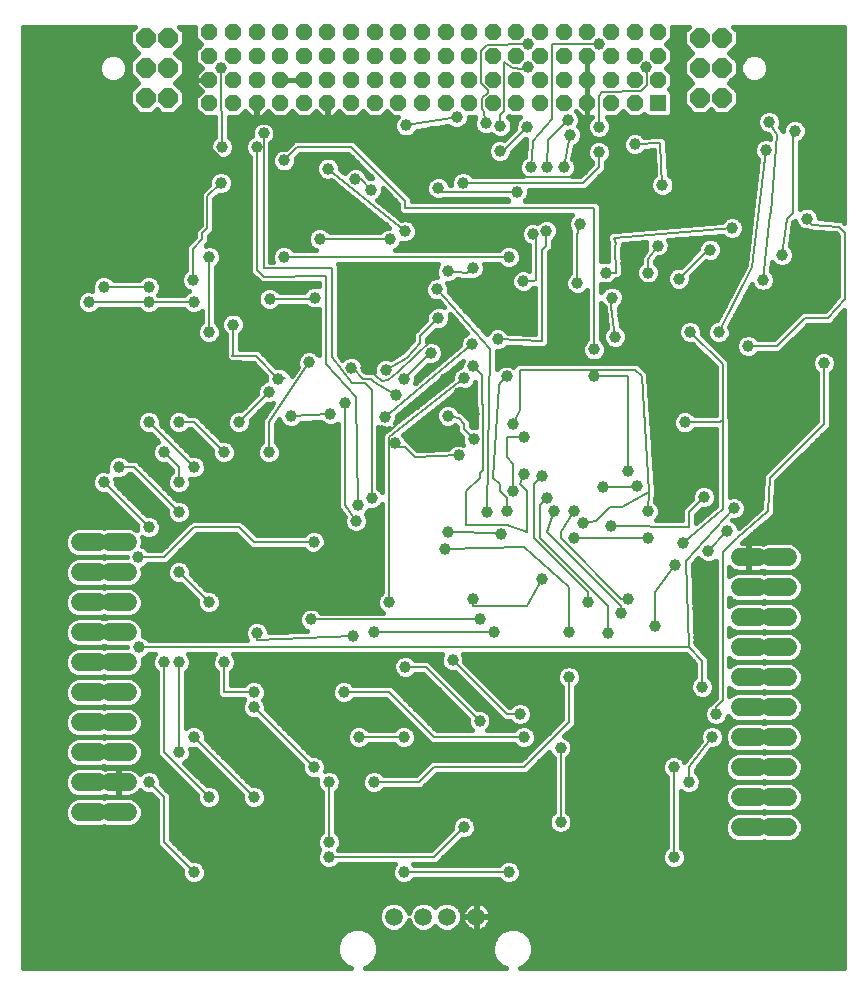
<source format=gbl>
G75*
%MOIN*%
%OFA0B0*%
%FSLAX25Y25*%
%IPPOS*%
%LPD*%
%AMOC8*
5,1,8,0,0,1.08239X$1,22.5*
%
%ADD10C,0.06000*%
%ADD11OC8,0.06496*%
%ADD12R,0.05386X0.05386*%
%ADD13OC8,0.05386*%
%ADD14C,0.05937*%
%ADD15C,0.03962*%
%ADD16C,0.00600*%
%ADD17C,0.01600*%
D10*
X0042000Y0090950D02*
X0048000Y0090950D01*
X0052000Y0090950D02*
X0058000Y0090950D01*
X0058000Y0100950D02*
X0052000Y0100950D01*
X0048000Y0100950D02*
X0042000Y0100950D01*
X0042000Y0110950D02*
X0048000Y0110950D01*
X0052000Y0110950D02*
X0058000Y0110950D01*
X0058000Y0120950D02*
X0052000Y0120950D01*
X0048000Y0120950D02*
X0042000Y0120950D01*
X0042000Y0130950D02*
X0048000Y0130950D01*
X0052000Y0130950D02*
X0058000Y0130950D01*
X0058000Y0140950D02*
X0052000Y0140950D01*
X0048000Y0140950D02*
X0042000Y0140950D01*
X0042000Y0150950D02*
X0048000Y0150950D01*
X0052000Y0150950D02*
X0058000Y0150950D01*
X0058000Y0160950D02*
X0052000Y0160950D01*
X0048000Y0160950D02*
X0042000Y0160950D01*
X0042000Y0170950D02*
X0048000Y0170950D01*
X0052000Y0170950D02*
X0058000Y0170950D01*
X0058000Y0180950D02*
X0052000Y0180950D01*
X0048000Y0180950D02*
X0042000Y0180950D01*
X0262000Y0175950D02*
X0268000Y0175950D01*
X0272000Y0175950D02*
X0278000Y0175950D01*
X0278000Y0165950D02*
X0272000Y0165950D01*
X0268000Y0165950D02*
X0262000Y0165950D01*
X0262000Y0155950D02*
X0268000Y0155950D01*
X0272000Y0155950D02*
X0278000Y0155950D01*
X0278000Y0145950D02*
X0272000Y0145950D01*
X0268000Y0145950D02*
X0262000Y0145950D01*
X0262000Y0135950D02*
X0268000Y0135950D01*
X0272000Y0135950D02*
X0278000Y0135950D01*
X0278000Y0125950D02*
X0272000Y0125950D01*
X0268000Y0125950D02*
X0262000Y0125950D01*
X0262000Y0115950D02*
X0268000Y0115950D01*
X0272000Y0115950D02*
X0278000Y0115950D01*
X0278000Y0105950D02*
X0272000Y0105950D01*
X0268000Y0105950D02*
X0262000Y0105950D01*
X0262000Y0095950D02*
X0268000Y0095950D01*
X0272000Y0095950D02*
X0278000Y0095950D01*
X0278000Y0085950D02*
X0272000Y0085950D01*
X0268000Y0085950D02*
X0262000Y0085950D01*
D11*
X0256004Y0329056D03*
X0256004Y0339056D03*
X0248602Y0339056D03*
X0248602Y0329056D03*
X0248602Y0349056D03*
X0256004Y0349056D03*
X0071398Y0349060D03*
X0063996Y0349060D03*
X0063996Y0339060D03*
X0063996Y0329060D03*
X0071398Y0329060D03*
X0071398Y0339060D03*
D12*
X0234803Y0327249D03*
D13*
X0234803Y0335123D03*
X0226929Y0335123D03*
X0226929Y0327249D03*
X0219055Y0327249D03*
X0219055Y0335123D03*
X0211181Y0335123D03*
X0211181Y0327249D03*
X0203307Y0327249D03*
X0195433Y0327249D03*
X0195433Y0335123D03*
X0203307Y0335123D03*
X0203307Y0342997D03*
X0195433Y0342997D03*
X0195433Y0350871D03*
X0203307Y0350871D03*
X0211181Y0350871D03*
X0211181Y0342997D03*
X0219055Y0342997D03*
X0226929Y0342997D03*
X0226929Y0350871D03*
X0219055Y0350871D03*
X0234803Y0350871D03*
X0234803Y0342997D03*
X0187559Y0342997D03*
X0179685Y0342997D03*
X0179685Y0350871D03*
X0187559Y0350871D03*
X0187559Y0335123D03*
X0187559Y0327249D03*
X0179685Y0327249D03*
X0179685Y0335123D03*
X0171811Y0335123D03*
X0171811Y0327249D03*
X0163937Y0327249D03*
X0163937Y0335123D03*
X0156063Y0335123D03*
X0156063Y0327249D03*
X0148189Y0327249D03*
X0148189Y0335123D03*
X0140315Y0335123D03*
X0140315Y0327249D03*
X0132441Y0327249D03*
X0132441Y0335123D03*
X0124567Y0335123D03*
X0124567Y0327249D03*
X0116693Y0327249D03*
X0108819Y0327249D03*
X0108819Y0335123D03*
X0116693Y0335123D03*
X0116693Y0342997D03*
X0124567Y0342997D03*
X0124567Y0350871D03*
X0116693Y0350871D03*
X0108819Y0350871D03*
X0108819Y0342997D03*
X0100945Y0342997D03*
X0093071Y0342997D03*
X0093071Y0350871D03*
X0100945Y0350871D03*
X0100945Y0335123D03*
X0100945Y0327249D03*
X0093071Y0327249D03*
X0093071Y0335123D03*
X0085197Y0335123D03*
X0085197Y0327249D03*
X0085197Y0342997D03*
X0085197Y0350871D03*
X0132441Y0350871D03*
X0132441Y0342997D03*
X0140315Y0342997D03*
X0140315Y0350871D03*
X0148189Y0350871D03*
X0148189Y0342997D03*
X0156063Y0342997D03*
X0156063Y0350871D03*
X0163937Y0350871D03*
X0163937Y0342997D03*
X0171811Y0342997D03*
X0171811Y0350871D03*
D14*
X0174230Y0056142D03*
X0164387Y0056142D03*
X0156513Y0056142D03*
X0146670Y0056142D03*
D15*
X0135000Y0065950D03*
X0125000Y0075950D03*
X0125000Y0080950D03*
X0125000Y0100950D03*
X0120000Y0105950D03*
X0135000Y0115950D03*
X0150000Y0115950D03*
X0140000Y0100950D03*
X0130000Y0130950D03*
X0133175Y0149575D03*
X0140000Y0150950D03*
X0145000Y0160950D03*
X0150500Y0139450D03*
X0166250Y0141700D03*
X0175250Y0155200D03*
X0173000Y0161950D03*
X0180000Y0150950D03*
X0195950Y0168700D03*
X0206750Y0182200D03*
X0209675Y0187375D03*
X0206750Y0191200D03*
X0200000Y0191200D03*
X0197750Y0195700D03*
X0195950Y0202900D03*
X0190100Y0203800D03*
X0186500Y0197950D03*
X0184250Y0191200D03*
X0177750Y0190950D03*
X0182450Y0183550D03*
X0164900Y0184450D03*
X0163875Y0178700D03*
X0139250Y0195700D03*
X0134750Y0193450D03*
X0134075Y0188050D03*
X0128000Y0184450D03*
X0120000Y0180950D03*
X0119000Y0155200D03*
X0101000Y0150700D03*
X0090000Y0140950D03*
X0085250Y0141700D03*
X0075000Y0140950D03*
X0070000Y0140950D03*
X0061800Y0145950D03*
X0085250Y0155200D03*
X0085000Y0160950D03*
X0075000Y0170950D03*
X0061575Y0175950D03*
X0065000Y0185950D03*
X0075000Y0190950D03*
X0075000Y0200950D03*
X0080000Y0205950D03*
X0090000Y0210950D03*
X0095000Y0220950D03*
X0105000Y0230950D03*
X0108200Y0235525D03*
X0111350Y0240025D03*
X0118425Y0240900D03*
X0112250Y0251725D03*
X0105275Y0262075D03*
X0110000Y0275950D03*
X0108875Y0281200D03*
X0121925Y0282100D03*
X0130025Y0285925D03*
X0139025Y0298525D03*
X0133850Y0302125D03*
X0124775Y0305500D03*
X0134075Y0315625D03*
X0142400Y0315850D03*
X0150725Y0319900D03*
X0167600Y0322600D03*
X0177275Y0320575D03*
X0182225Y0319675D03*
X0182000Y0311350D03*
X0191225Y0319450D03*
X0192350Y0305950D03*
X0197750Y0305950D03*
X0203375Y0305950D03*
X0205400Y0316750D03*
X0204725Y0321700D03*
X0211475Y0315850D03*
X0215075Y0319450D03*
X0215000Y0310950D03*
X0227000Y0313600D03*
X0236225Y0300100D03*
X0234650Y0279850D03*
X0231500Y0270850D03*
X0241625Y0268825D03*
X0252200Y0278500D03*
X0257375Y0270400D03*
X0269750Y0268375D03*
X0276050Y0276700D03*
X0284375Y0288850D03*
X0270725Y0311625D03*
X0271775Y0321025D03*
X0280325Y0318100D03*
X0259400Y0285700D03*
X0255000Y0250950D03*
X0245450Y0251050D03*
X0236450Y0238675D03*
X0240500Y0227200D03*
X0243650Y0220900D03*
X0227675Y0199750D03*
X0224750Y0204700D03*
X0216425Y0199300D03*
X0219100Y0186400D03*
X0231275Y0191200D03*
X0231500Y0182200D03*
X0242975Y0180850D03*
X0240275Y0173425D03*
X0251525Y0177925D03*
X0257825Y0184675D03*
X0260000Y0192250D03*
X0250000Y0195950D03*
X0240500Y0193450D03*
X0224750Y0161950D03*
X0222500Y0157450D03*
X0218000Y0150700D03*
X0211475Y0161050D03*
X0205000Y0150950D03*
X0205000Y0135950D03*
X0190000Y0115950D03*
X0188750Y0123700D03*
X0175250Y0121450D03*
X0202250Y0112450D03*
X0202250Y0087700D03*
X0185000Y0070950D03*
X0175000Y0065950D03*
X0170000Y0085950D03*
X0150000Y0070950D03*
X0100000Y0095950D03*
X0085000Y0095950D03*
X0075000Y0110950D03*
X0080000Y0115950D03*
X0086375Y0116275D03*
X0100000Y0125950D03*
X0100000Y0130950D03*
X0065000Y0100950D03*
X0065000Y0080950D03*
X0080000Y0070950D03*
X0080000Y0055950D03*
X0050000Y0200950D03*
X0055000Y0205950D03*
X0070000Y0210950D03*
X0065000Y0220950D03*
X0075000Y0220950D03*
X0085000Y0250950D03*
X0080000Y0260950D03*
X0079625Y0268375D03*
X0085000Y0275950D03*
X0071750Y0285700D03*
X0065000Y0265950D03*
X0065000Y0260950D03*
X0050000Y0265950D03*
X0045000Y0260950D03*
X0089075Y0300775D03*
X0093575Y0304375D03*
X0089525Y0312700D03*
X0083000Y0314950D03*
X0101000Y0312700D03*
X0103250Y0317200D03*
X0110000Y0308200D03*
X0109100Y0301225D03*
X0124175Y0319675D03*
X0150400Y0284600D03*
X0145325Y0281875D03*
X0161125Y0265225D03*
X0164675Y0271300D03*
X0173000Y0272425D03*
X0185000Y0275950D03*
X0189875Y0267925D03*
X0193025Y0283675D03*
X0197525Y0284800D03*
X0187625Y0297625D03*
X0169775Y0300725D03*
X0161525Y0298975D03*
X0191450Y0339250D03*
X0191450Y0346900D03*
X0215075Y0346900D03*
X0230825Y0339250D03*
X0208775Y0287050D03*
X0217325Y0270850D03*
X0219350Y0262525D03*
X0207875Y0267250D03*
X0220475Y0249475D03*
X0213500Y0245200D03*
X0213500Y0236200D03*
X0190100Y0215950D03*
X0186500Y0220450D03*
X0173450Y0223600D03*
X0173450Y0215275D03*
X0168275Y0209875D03*
X0164675Y0223150D03*
X0168500Y0230575D03*
X0170175Y0235725D03*
X0173225Y0239575D03*
X0172775Y0247000D03*
X0165800Y0245650D03*
X0159050Y0244075D03*
X0163775Y0235300D03*
X0150050Y0235300D03*
X0147350Y0229900D03*
X0143750Y0222700D03*
X0142850Y0217975D03*
X0147125Y0213925D03*
X0130250Y0227200D03*
X0125525Y0223600D03*
X0112475Y0222925D03*
X0105000Y0210950D03*
X0132500Y0239125D03*
X0137450Y0238900D03*
X0143975Y0238450D03*
X0161525Y0255775D03*
X0181325Y0248575D03*
X0184250Y0236200D03*
X0120350Y0262525D03*
X0093125Y0253525D03*
X0089075Y0339025D03*
X0233750Y0152950D03*
X0249500Y0132700D03*
X0254000Y0123700D03*
X0252750Y0115950D03*
X0240000Y0105950D03*
X0245000Y0100950D03*
X0240000Y0075950D03*
X0290000Y0240700D03*
X0264800Y0246325D03*
D16*
X0274250Y0246325D01*
X0283700Y0255775D01*
X0291575Y0255775D01*
X0296975Y0262075D01*
X0296975Y0284125D01*
X0294950Y0286150D01*
X0285950Y0286825D01*
X0284375Y0288850D01*
X0279650Y0290650D02*
X0279650Y0317425D01*
X0280325Y0318100D01*
X0274475Y0316750D02*
X0271775Y0321025D01*
X0274475Y0316750D02*
X0272450Y0290650D01*
X0272225Y0290200D01*
X0269750Y0268375D01*
X0266225Y0272750D02*
X0270725Y0311625D01*
X0279650Y0290650D02*
X0277625Y0288625D01*
X0276050Y0276700D01*
X0266225Y0272750D02*
X0255000Y0250950D01*
X0251525Y0257125D02*
X0246350Y0257125D01*
X0239375Y0250150D01*
X0239375Y0241600D01*
X0236450Y0238675D01*
X0229250Y0236200D02*
X0227000Y0238450D01*
X0188750Y0238450D01*
X0188750Y0224950D01*
X0186500Y0220450D01*
X0184250Y0215950D02*
X0190100Y0215950D01*
X0184250Y0215950D02*
X0184250Y0209200D01*
X0186500Y0206950D01*
X0186500Y0197950D01*
X0188750Y0200200D02*
X0191000Y0197950D01*
X0191000Y0184450D01*
X0184250Y0186700D01*
X0170750Y0186700D01*
X0170750Y0197950D01*
X0175250Y0202450D01*
X0175250Y0204025D01*
X0176375Y0205150D01*
X0176375Y0226750D01*
X0176150Y0226975D01*
X0176150Y0236650D01*
X0173225Y0239575D01*
X0170175Y0235725D02*
X0145000Y0215950D01*
X0145000Y0160950D01*
X0140000Y0150950D02*
X0180000Y0150950D01*
X0175250Y0155200D02*
X0119000Y0155200D01*
X0133175Y0149575D02*
X0101000Y0148450D01*
X0101000Y0150700D01*
X0096500Y0155200D02*
X0101000Y0159700D01*
X0101000Y0166450D01*
X0107750Y0173200D01*
X0116750Y0173200D01*
X0128000Y0184450D01*
X0134075Y0188050D02*
X0130250Y0193450D01*
X0130250Y0227200D01*
X0134075Y0229225D02*
X0123950Y0240475D01*
X0123950Y0269725D01*
X0103250Y0269500D01*
X0101000Y0271750D01*
X0101000Y0312700D01*
X0103250Y0317200D02*
X0103250Y0272200D01*
X0126200Y0272200D01*
X0125975Y0242725D01*
X0132725Y0233950D01*
X0137000Y0233950D01*
X0139250Y0231700D01*
X0139250Y0195700D01*
X0134750Y0193450D02*
X0134075Y0229225D01*
X0136325Y0235300D02*
X0139025Y0235300D01*
X0139925Y0234400D01*
X0147350Y0229900D01*
X0144875Y0235075D02*
X0148025Y0237775D01*
X0159275Y0248350D01*
X0159950Y0248350D01*
X0165800Y0245650D01*
X0159050Y0244075D02*
X0158825Y0244075D01*
X0150050Y0235300D01*
X0144875Y0235075D02*
X0142850Y0234850D01*
X0137450Y0238900D01*
X0136325Y0235300D02*
X0132950Y0238900D01*
X0132500Y0239125D01*
X0143975Y0238450D02*
X0150950Y0242500D01*
X0155450Y0247450D01*
X0155450Y0249700D01*
X0161525Y0255775D01*
X0161125Y0265225D02*
X0178875Y0245450D01*
X0177750Y0190950D01*
X0184250Y0191200D02*
X0184250Y0195700D01*
X0182000Y0197950D01*
X0182000Y0200200D01*
X0179750Y0202450D01*
X0181775Y0233050D01*
X0182000Y0233950D01*
X0184250Y0236200D01*
X0181325Y0248575D02*
X0196175Y0248125D01*
X0196175Y0278500D01*
X0197300Y0279625D01*
X0197300Y0284575D01*
X0197525Y0284800D01*
X0193925Y0282775D02*
X0193025Y0283675D01*
X0193925Y0282775D02*
X0193925Y0268375D01*
X0193475Y0267925D01*
X0189875Y0267925D01*
X0185000Y0275950D02*
X0110000Y0275950D01*
X0108875Y0281200D02*
X0108875Y0287275D01*
X0109325Y0287725D01*
X0109325Y0288625D01*
X0112025Y0285925D01*
X0130025Y0285925D01*
X0121925Y0282100D02*
X0145100Y0282100D01*
X0145325Y0281875D01*
X0150400Y0284600D02*
X0124775Y0305500D01*
X0133850Y0302125D02*
X0135650Y0301900D01*
X0139025Y0298525D01*
X0150500Y0294700D02*
X0132500Y0312700D01*
X0114500Y0312700D01*
X0110000Y0308200D01*
X0109100Y0301225D02*
X0109325Y0301000D01*
X0109325Y0288625D01*
X0093575Y0304375D02*
X0089750Y0308200D01*
X0083000Y0314950D01*
X0089525Y0312700D02*
X0089075Y0336775D01*
X0089075Y0339025D01*
X0089750Y0308200D02*
X0080750Y0299200D01*
X0080750Y0285700D01*
X0071750Y0285700D01*
X0079625Y0278725D02*
X0082775Y0281875D01*
X0082775Y0283900D01*
X0084575Y0285700D01*
X0084575Y0296275D01*
X0089075Y0300775D01*
X0079625Y0278725D02*
X0079625Y0268375D01*
X0080000Y0260950D02*
X0065000Y0260950D01*
X0045000Y0260950D01*
X0050000Y0265950D02*
X0065000Y0265950D01*
X0085000Y0275950D02*
X0085000Y0250950D01*
X0093125Y0253525D02*
X0093125Y0243400D01*
X0092900Y0243175D01*
X0100325Y0242950D01*
X0100775Y0242950D01*
X0108200Y0235525D01*
X0110450Y0235750D01*
X0111350Y0240025D02*
X0111575Y0240925D01*
X0112700Y0244525D01*
X0112250Y0251725D01*
X0118425Y0240900D02*
X0105000Y0220950D01*
X0105000Y0210950D01*
X0112475Y0222925D02*
X0125525Y0223600D01*
X0142850Y0217975D02*
X0145550Y0217975D01*
X0159275Y0231700D01*
X0159275Y0232375D01*
X0163775Y0235300D01*
X0168500Y0230575D02*
X0166925Y0227425D01*
X0166700Y0226075D01*
X0167825Y0225400D01*
X0170525Y0224050D01*
X0173450Y0223600D01*
X0170075Y0220450D02*
X0170075Y0218650D01*
X0173450Y0215275D01*
X0170075Y0220450D02*
X0168275Y0222250D01*
X0164675Y0223150D01*
X0168275Y0209875D02*
X0153650Y0209200D01*
X0150275Y0212575D01*
X0148475Y0212575D01*
X0147125Y0213925D01*
X0143750Y0222700D02*
X0145550Y0224050D01*
X0172775Y0247000D01*
X0171200Y0270625D02*
X0164675Y0271300D01*
X0171200Y0270625D02*
X0173000Y0272425D01*
X0162875Y0297625D02*
X0161525Y0298975D01*
X0162875Y0297625D02*
X0187625Y0297625D01*
X0187400Y0302575D02*
X0184025Y0305950D01*
X0175025Y0305950D01*
X0168500Y0312475D01*
X0162200Y0312475D01*
X0158825Y0315850D01*
X0142400Y0315850D01*
X0134075Y0315625D02*
X0131600Y0319675D01*
X0124175Y0319675D01*
X0150725Y0319900D02*
X0163775Y0321925D01*
X0167600Y0322600D01*
X0175925Y0325300D02*
X0175925Y0329125D01*
X0177950Y0330700D01*
X0177950Y0331600D01*
X0175700Y0334075D01*
X0175700Y0344650D01*
X0177725Y0346675D01*
X0191450Y0346900D01*
X0191450Y0339250D02*
X0189425Y0338800D01*
X0186275Y0339025D01*
X0183800Y0340825D01*
X0183575Y0341050D01*
X0183575Y0324625D01*
X0182000Y0323275D01*
X0182225Y0319675D01*
X0177275Y0320575D02*
X0176375Y0325300D01*
X0175925Y0325300D01*
X0182000Y0311350D02*
X0183125Y0311350D01*
X0191225Y0319450D01*
X0193025Y0314725D02*
X0199550Y0321925D01*
X0199325Y0324625D01*
X0199325Y0347125D01*
X0215075Y0346900D01*
X0215975Y0331150D02*
X0229025Y0331375D01*
X0231050Y0333400D01*
X0231050Y0338350D01*
X0230825Y0339250D01*
X0215975Y0331150D02*
X0215075Y0329575D01*
X0215075Y0319450D01*
X0211475Y0315850D02*
X0209225Y0313600D01*
X0209225Y0303025D01*
X0208775Y0302575D01*
X0187400Y0302575D01*
X0192350Y0305950D02*
X0193025Y0314050D01*
X0193025Y0314725D01*
X0198200Y0314950D02*
X0204725Y0321700D01*
X0205400Y0316750D02*
X0203375Y0305950D01*
X0197750Y0305950D02*
X0198200Y0314950D01*
X0209775Y0300725D02*
X0215000Y0305950D01*
X0215000Y0310950D01*
X0209775Y0300725D02*
X0169775Y0300725D01*
X0150500Y0294700D02*
X0150500Y0292450D01*
X0213500Y0292450D01*
X0213500Y0245200D01*
X0220475Y0249475D02*
X0218900Y0262075D01*
X0219350Y0262525D01*
X0220700Y0270850D02*
X0217325Y0270850D01*
X0220700Y0270850D02*
X0220250Y0279850D01*
X0220700Y0280300D01*
X0220025Y0282325D01*
X0259400Y0285700D01*
X0252200Y0278500D02*
X0251300Y0278500D01*
X0241625Y0268825D01*
X0231500Y0270850D02*
X0231500Y0275350D01*
X0234650Y0279850D01*
X0236225Y0300100D02*
X0235550Y0314050D01*
X0227000Y0313600D01*
X0208775Y0287050D02*
X0208100Y0286375D01*
X0208100Y0284125D01*
X0207875Y0283900D01*
X0207875Y0267250D01*
X0213500Y0236200D02*
X0224750Y0236200D01*
X0224750Y0204700D01*
X0226550Y0199300D02*
X0227675Y0199750D01*
X0226550Y0199300D02*
X0216425Y0199300D01*
X0218675Y0192550D02*
X0222725Y0192550D01*
X0231725Y0197725D01*
X0229250Y0236200D01*
X0240500Y0227200D02*
X0240500Y0193450D01*
X0245000Y0190950D02*
X0250000Y0195950D01*
X0245000Y0190950D02*
X0245000Y0185950D01*
X0219100Y0186400D01*
X0214175Y0188050D02*
X0218675Y0192550D01*
X0214175Y0188050D02*
X0209675Y0187375D01*
X0206750Y0191200D02*
X0202250Y0184450D01*
X0202250Y0182200D01*
X0222500Y0161950D01*
X0224750Y0161950D01*
X0222500Y0159700D02*
X0222500Y0157450D01*
X0222500Y0159700D02*
X0197750Y0184450D01*
X0200000Y0191200D01*
X0195500Y0193450D02*
X0197750Y0195700D01*
X0195500Y0193450D02*
X0195500Y0182200D01*
X0218000Y0159700D01*
X0218000Y0150700D01*
X0211475Y0161050D02*
X0211250Y0164200D01*
X0193250Y0182200D01*
X0193250Y0200200D01*
X0195950Y0202900D01*
X0190100Y0203800D02*
X0188750Y0200200D01*
X0182450Y0184000D02*
X0182450Y0183550D01*
X0182450Y0184000D02*
X0164900Y0184450D01*
X0163875Y0178700D02*
X0190225Y0179375D01*
X0205000Y0165950D01*
X0205000Y0150950D01*
X0205000Y0135950D02*
X0205000Y0120950D01*
X0190000Y0105950D01*
X0160000Y0105950D01*
X0155000Y0100950D01*
X0140000Y0100950D01*
X0125000Y0100950D02*
X0125000Y0080950D01*
X0125000Y0075950D02*
X0160000Y0075950D01*
X0170000Y0085950D01*
X0185000Y0070950D02*
X0150000Y0070950D01*
X0135000Y0065950D02*
X0175000Y0065950D01*
X0202250Y0087700D02*
X0202250Y0112450D01*
X0190000Y0115950D02*
X0160000Y0115950D01*
X0145000Y0130950D01*
X0130000Y0130950D01*
X0135000Y0115950D02*
X0150000Y0115950D01*
X0150500Y0139450D02*
X0157250Y0139450D01*
X0175250Y0121450D01*
X0184250Y0123700D02*
X0166250Y0141700D01*
X0173000Y0159700D02*
X0191000Y0159700D01*
X0195950Y0168700D01*
X0206750Y0182200D02*
X0231500Y0182200D01*
X0231275Y0191200D02*
X0231725Y0197725D01*
X0242975Y0180850D02*
X0256475Y0192100D01*
X0256475Y0221575D01*
X0256250Y0221800D01*
X0255575Y0221125D01*
X0243650Y0220900D01*
X0256250Y0221800D02*
X0256250Y0240250D01*
X0245450Y0251050D01*
X0251525Y0257125D02*
X0257375Y0262975D01*
X0257375Y0270400D01*
X0290000Y0240700D02*
X0290000Y0220450D01*
X0272000Y0202450D01*
X0271325Y0191200D01*
X0261200Y0182425D01*
X0256250Y0177700D01*
X0256250Y0128200D01*
X0254000Y0125950D01*
X0254000Y0123700D01*
X0252750Y0115950D02*
X0245000Y0105950D01*
X0245000Y0100950D01*
X0240000Y0105950D02*
X0240000Y0075950D01*
X0249500Y0132700D02*
X0249500Y0141450D01*
X0245000Y0145950D01*
X0244100Y0174550D01*
X0260000Y0192250D01*
X0257825Y0184675D02*
X0251525Y0177925D01*
X0240275Y0173425D02*
X0233750Y0164200D01*
X0233750Y0152950D01*
X0245000Y0145950D02*
X0061800Y0145950D01*
X0070000Y0140950D02*
X0070000Y0110950D01*
X0085000Y0095950D01*
X0075000Y0110950D02*
X0075000Y0140950D01*
X0085250Y0141700D02*
X0086375Y0116275D01*
X0080000Y0115950D02*
X0100000Y0095950D01*
X0120000Y0105950D02*
X0100000Y0125950D01*
X0100000Y0130950D02*
X0090000Y0130950D01*
X0090000Y0140950D01*
X0085250Y0155200D02*
X0096500Y0155200D01*
X0085000Y0160950D02*
X0075000Y0170950D01*
X0070000Y0175950D02*
X0080000Y0185950D01*
X0095000Y0185950D01*
X0100000Y0180950D01*
X0120000Y0180950D01*
X0090000Y0210950D02*
X0080000Y0220950D01*
X0075000Y0220950D01*
X0070000Y0210950D02*
X0075000Y0205950D01*
X0075000Y0200950D01*
X0080000Y0205950D02*
X0065000Y0220950D01*
X0060000Y0205950D02*
X0055000Y0205950D01*
X0060000Y0205950D02*
X0075000Y0190950D01*
X0065000Y0185950D02*
X0050000Y0200950D01*
X0061575Y0175950D02*
X0070000Y0175950D01*
X0095000Y0220950D02*
X0105000Y0230950D01*
X0105275Y0262075D02*
X0119900Y0262075D01*
X0120350Y0262525D01*
X0173000Y0161950D02*
X0173000Y0159700D01*
X0184250Y0123700D02*
X0188750Y0123700D01*
X0080000Y0070950D02*
X0070000Y0080950D01*
X0070000Y0095950D01*
X0065000Y0100950D01*
X0065000Y0080950D02*
X0065000Y0070950D01*
X0080000Y0055950D01*
D17*
X0023100Y0039050D02*
X0023100Y0352850D01*
X0060364Y0352850D01*
X0058748Y0351234D01*
X0058748Y0346886D01*
X0061574Y0344060D01*
X0058748Y0341234D01*
X0058748Y0336886D01*
X0061574Y0334060D01*
X0058748Y0331234D01*
X0058748Y0326886D01*
X0061822Y0323812D01*
X0066170Y0323812D01*
X0067697Y0325339D01*
X0069224Y0323812D01*
X0073571Y0323812D01*
X0076646Y0326886D01*
X0076646Y0331234D01*
X0073819Y0334060D01*
X0076646Y0336886D01*
X0076646Y0341234D01*
X0073819Y0344060D01*
X0076646Y0346886D01*
X0076646Y0351234D01*
X0075030Y0352850D01*
X0080539Y0352850D01*
X0080504Y0352815D01*
X0080504Y0348927D01*
X0082497Y0346934D01*
X0080504Y0344941D01*
X0080504Y0341053D01*
X0082639Y0338919D01*
X0080704Y0336984D01*
X0080704Y0335170D01*
X0085150Y0335170D01*
X0085150Y0335077D01*
X0080704Y0335077D01*
X0080704Y0333262D01*
X0082639Y0331328D01*
X0080504Y0329193D01*
X0080504Y0325305D01*
X0083253Y0322556D01*
X0087040Y0322556D01*
X0087164Y0315969D01*
X0086150Y0314955D01*
X0085544Y0313492D01*
X0085544Y0311908D01*
X0086150Y0310445D01*
X0087270Y0309325D01*
X0088733Y0308719D01*
X0090317Y0308719D01*
X0091780Y0309325D01*
X0092900Y0310445D01*
X0093506Y0311908D01*
X0093506Y0313492D01*
X0092900Y0314955D01*
X0091780Y0316075D01*
X0091762Y0316082D01*
X0091641Y0322556D01*
X0095015Y0322556D01*
X0097149Y0324691D01*
X0099084Y0322756D01*
X0100898Y0322756D01*
X0100898Y0327203D01*
X0100991Y0327203D01*
X0100991Y0322756D01*
X0102806Y0322756D01*
X0104740Y0324691D01*
X0106875Y0322556D01*
X0110763Y0322556D01*
X0112756Y0324549D01*
X0114749Y0322556D01*
X0118637Y0322556D01*
X0120771Y0324691D01*
X0122706Y0322756D01*
X0124520Y0322756D01*
X0124520Y0327203D01*
X0124613Y0327203D01*
X0124613Y0322756D01*
X0126428Y0322756D01*
X0128363Y0324691D01*
X0130497Y0322556D01*
X0134385Y0322556D01*
X0136378Y0324549D01*
X0138371Y0322556D01*
X0142259Y0322556D01*
X0144393Y0324691D01*
X0146328Y0322756D01*
X0147951Y0322756D01*
X0147350Y0322155D01*
X0146744Y0320692D01*
X0146744Y0319108D01*
X0147350Y0317645D01*
X0148470Y0316525D01*
X0149933Y0315919D01*
X0151517Y0315919D01*
X0152980Y0316525D01*
X0154100Y0317645D01*
X0154300Y0318127D01*
X0163214Y0319510D01*
X0163237Y0319494D01*
X0164151Y0319656D01*
X0164812Y0319758D01*
X0165345Y0319225D01*
X0166808Y0318619D01*
X0168392Y0318619D01*
X0169855Y0319225D01*
X0170975Y0320345D01*
X0171581Y0321808D01*
X0171581Y0322556D01*
X0173755Y0322556D01*
X0173809Y0322610D01*
X0173294Y0321367D01*
X0173294Y0319783D01*
X0173900Y0318320D01*
X0175020Y0317200D01*
X0176483Y0316594D01*
X0178067Y0316594D01*
X0179205Y0317065D01*
X0179970Y0316300D01*
X0181433Y0315694D01*
X0183017Y0315694D01*
X0184480Y0316300D01*
X0185600Y0317420D01*
X0186206Y0318883D01*
X0186206Y0320467D01*
X0185600Y0321930D01*
X0184866Y0322664D01*
X0185139Y0322936D01*
X0185191Y0322981D01*
X0185615Y0322556D01*
X0188701Y0322556D01*
X0187850Y0321705D01*
X0187244Y0320242D01*
X0187244Y0318722D01*
X0183542Y0315020D01*
X0182792Y0315331D01*
X0181208Y0315331D01*
X0179745Y0314725D01*
X0178625Y0313605D01*
X0178019Y0312142D01*
X0178019Y0310558D01*
X0178625Y0309095D01*
X0179745Y0307975D01*
X0181208Y0307369D01*
X0182792Y0307369D01*
X0184255Y0307975D01*
X0185375Y0309095D01*
X0185981Y0310558D01*
X0185981Y0310953D01*
X0190497Y0315469D01*
X0190686Y0315469D01*
X0190725Y0314668D01*
X0190725Y0314146D01*
X0190331Y0309423D01*
X0190095Y0309325D01*
X0188975Y0308205D01*
X0188369Y0306742D01*
X0188369Y0305158D01*
X0188975Y0303695D01*
X0189645Y0303025D01*
X0173105Y0303025D01*
X0172030Y0304100D01*
X0170567Y0304706D01*
X0168983Y0304706D01*
X0167520Y0304100D01*
X0166400Y0302980D01*
X0165794Y0301517D01*
X0165794Y0299933D01*
X0165797Y0299925D01*
X0165441Y0299925D01*
X0164900Y0301230D01*
X0163780Y0302350D01*
X0162317Y0302956D01*
X0160733Y0302956D01*
X0159270Y0302350D01*
X0158150Y0301230D01*
X0157544Y0299767D01*
X0157544Y0298183D01*
X0158150Y0296720D01*
X0159270Y0295600D01*
X0160733Y0294994D01*
X0162317Y0294994D01*
X0163116Y0295325D01*
X0184295Y0295325D01*
X0184870Y0294750D01*
X0152800Y0294750D01*
X0152800Y0295653D01*
X0134800Y0313653D01*
X0133453Y0315000D01*
X0113547Y0315000D01*
X0110728Y0312181D01*
X0109208Y0312181D01*
X0107745Y0311575D01*
X0106625Y0310455D01*
X0106019Y0308992D01*
X0106019Y0307408D01*
X0106625Y0305945D01*
X0107745Y0304825D01*
X0109208Y0304219D01*
X0110792Y0304219D01*
X0112255Y0304825D01*
X0113375Y0305945D01*
X0113981Y0307408D01*
X0113981Y0308928D01*
X0115453Y0310400D01*
X0131547Y0310400D01*
X0139441Y0302506D01*
X0138297Y0302506D01*
X0137792Y0303010D01*
X0137225Y0304380D01*
X0136105Y0305500D01*
X0134642Y0306106D01*
X0133058Y0306106D01*
X0131595Y0305500D01*
X0130475Y0304380D01*
X0130301Y0303961D01*
X0128756Y0305221D01*
X0128756Y0306292D01*
X0128150Y0307755D01*
X0127030Y0308875D01*
X0125567Y0309481D01*
X0123983Y0309481D01*
X0122520Y0308875D01*
X0121400Y0307755D01*
X0120794Y0306292D01*
X0120794Y0304708D01*
X0121400Y0303245D01*
X0122520Y0302125D01*
X0123983Y0301519D01*
X0125567Y0301519D01*
X0125865Y0301643D01*
X0145221Y0285856D01*
X0144533Y0285856D01*
X0143070Y0285250D01*
X0142220Y0284400D01*
X0125255Y0284400D01*
X0124180Y0285475D01*
X0122717Y0286081D01*
X0121133Y0286081D01*
X0119670Y0285475D01*
X0118550Y0284355D01*
X0117944Y0282892D01*
X0117944Y0281308D01*
X0118550Y0279845D01*
X0119670Y0278725D01*
X0120817Y0278250D01*
X0113330Y0278250D01*
X0112255Y0279325D01*
X0110792Y0279931D01*
X0109208Y0279931D01*
X0107745Y0279325D01*
X0106625Y0278205D01*
X0106019Y0276742D01*
X0106019Y0275158D01*
X0106291Y0274500D01*
X0105550Y0274500D01*
X0105550Y0313870D01*
X0106625Y0314945D01*
X0107231Y0316408D01*
X0107231Y0317992D01*
X0106625Y0319455D01*
X0105505Y0320575D01*
X0104042Y0321181D01*
X0102458Y0321181D01*
X0100995Y0320575D01*
X0099875Y0319455D01*
X0099269Y0317992D01*
X0099269Y0316408D01*
X0099310Y0316309D01*
X0098745Y0316075D01*
X0097625Y0314955D01*
X0097019Y0313492D01*
X0097019Y0311908D01*
X0097625Y0310445D01*
X0098700Y0309370D01*
X0098700Y0270797D01*
X0100047Y0269450D01*
X0100960Y0268537D01*
X0100960Y0268522D01*
X0101633Y0267864D01*
X0102297Y0267200D01*
X0102312Y0267200D01*
X0102322Y0267190D01*
X0103263Y0267200D01*
X0104203Y0267200D01*
X0104213Y0267210D01*
X0121650Y0267400D01*
X0121650Y0266296D01*
X0121142Y0266506D01*
X0119558Y0266506D01*
X0118095Y0265900D01*
X0116975Y0264780D01*
X0116807Y0264375D01*
X0108605Y0264375D01*
X0107530Y0265450D01*
X0106067Y0266056D01*
X0104483Y0266056D01*
X0103020Y0265450D01*
X0101900Y0264330D01*
X0101294Y0262867D01*
X0101294Y0261283D01*
X0101900Y0259820D01*
X0103020Y0258700D01*
X0104483Y0258094D01*
X0106067Y0258094D01*
X0107530Y0258700D01*
X0108605Y0259775D01*
X0117470Y0259775D01*
X0118095Y0259150D01*
X0119558Y0258544D01*
X0121142Y0258544D01*
X0121650Y0258754D01*
X0121650Y0243305D01*
X0120680Y0244275D01*
X0119217Y0244881D01*
X0117633Y0244881D01*
X0116170Y0244275D01*
X0115050Y0243155D01*
X0114444Y0241692D01*
X0114444Y0240108D01*
X0114701Y0239486D01*
X0112687Y0236493D01*
X0112644Y0236927D01*
X0111459Y0237897D01*
X0110455Y0238900D01*
X0108992Y0239506D01*
X0107472Y0239506D01*
X0101728Y0245250D01*
X0100360Y0245250D01*
X0095425Y0245400D01*
X0095425Y0250195D01*
X0096500Y0251270D01*
X0097106Y0252733D01*
X0097106Y0254317D01*
X0096500Y0255780D01*
X0095380Y0256900D01*
X0093917Y0257506D01*
X0092333Y0257506D01*
X0090870Y0256900D01*
X0089750Y0255780D01*
X0089144Y0254317D01*
X0089144Y0252733D01*
X0089750Y0251270D01*
X0090825Y0250195D01*
X0090825Y0244381D01*
X0090630Y0244197D01*
X0090629Y0244156D01*
X0090600Y0244128D01*
X0090600Y0243210D01*
X0090572Y0242292D01*
X0090600Y0242263D01*
X0090600Y0242222D01*
X0091249Y0241573D01*
X0091878Y0240905D01*
X0091919Y0240904D01*
X0091947Y0240875D01*
X0092865Y0240875D01*
X0099344Y0240679D01*
X0099372Y0240650D01*
X0099822Y0240650D01*
X0104219Y0236253D01*
X0104219Y0234931D01*
X0104208Y0234931D01*
X0102745Y0234325D01*
X0101625Y0233205D01*
X0101019Y0231742D01*
X0101019Y0230222D01*
X0095728Y0224931D01*
X0094208Y0224931D01*
X0092745Y0224325D01*
X0091625Y0223205D01*
X0091019Y0221742D01*
X0091019Y0220158D01*
X0091625Y0218695D01*
X0092745Y0217575D01*
X0094208Y0216969D01*
X0095792Y0216969D01*
X0097255Y0217575D01*
X0098375Y0218695D01*
X0098981Y0220158D01*
X0098981Y0221678D01*
X0104272Y0226969D01*
X0105792Y0226969D01*
X0106466Y0227248D01*
X0103216Y0222419D01*
X0102700Y0221903D01*
X0102700Y0221652D01*
X0102560Y0221444D01*
X0102700Y0220727D01*
X0102700Y0214280D01*
X0101625Y0213205D01*
X0101019Y0211742D01*
X0101019Y0210158D01*
X0101625Y0208695D01*
X0102745Y0207575D01*
X0104208Y0206969D01*
X0105792Y0206969D01*
X0107255Y0207575D01*
X0108375Y0208695D01*
X0108981Y0210158D01*
X0108981Y0211742D01*
X0108375Y0213205D01*
X0107300Y0214280D01*
X0107300Y0220248D01*
X0108522Y0222065D01*
X0109100Y0220670D01*
X0110220Y0219550D01*
X0111683Y0218944D01*
X0113267Y0218944D01*
X0114730Y0219550D01*
X0115850Y0220670D01*
X0115904Y0220799D01*
X0122362Y0221133D01*
X0123270Y0220225D01*
X0124733Y0219619D01*
X0126317Y0219619D01*
X0127780Y0220225D01*
X0127950Y0220395D01*
X0127950Y0193645D01*
X0127822Y0192898D01*
X0127950Y0192718D01*
X0127950Y0192497D01*
X0128486Y0191961D01*
X0130316Y0189378D01*
X0130094Y0188842D01*
X0130094Y0187258D01*
X0130700Y0185795D01*
X0131820Y0184675D01*
X0133283Y0184069D01*
X0134867Y0184069D01*
X0136330Y0184675D01*
X0137450Y0185795D01*
X0138056Y0187258D01*
X0138056Y0188842D01*
X0137450Y0190305D01*
X0137343Y0190412D01*
X0138125Y0191195D01*
X0138359Y0191760D01*
X0138458Y0191719D01*
X0140042Y0191719D01*
X0141505Y0192325D01*
X0142625Y0193445D01*
X0142700Y0193626D01*
X0142700Y0164280D01*
X0141625Y0163205D01*
X0141019Y0161742D01*
X0141019Y0160158D01*
X0141625Y0158695D01*
X0142745Y0157575D01*
X0142926Y0157500D01*
X0122330Y0157500D01*
X0121255Y0158575D01*
X0119792Y0159181D01*
X0118208Y0159181D01*
X0116745Y0158575D01*
X0115625Y0157455D01*
X0115019Y0155992D01*
X0115019Y0154408D01*
X0115625Y0152945D01*
X0116745Y0151825D01*
X0117909Y0151343D01*
X0104981Y0150891D01*
X0104981Y0151492D01*
X0104375Y0152955D01*
X0103255Y0154075D01*
X0101792Y0154681D01*
X0100208Y0154681D01*
X0098745Y0154075D01*
X0097625Y0152955D01*
X0097019Y0151492D01*
X0097019Y0149908D01*
X0097625Y0148445D01*
X0097820Y0148250D01*
X0065130Y0148250D01*
X0064055Y0149325D01*
X0062932Y0149790D01*
X0063000Y0149955D01*
X0063000Y0151945D01*
X0062239Y0153782D01*
X0060832Y0155189D01*
X0058995Y0155950D01*
X0060832Y0156711D01*
X0062239Y0158118D01*
X0063000Y0159955D01*
X0063000Y0161945D01*
X0062239Y0163782D01*
X0060832Y0165189D01*
X0058995Y0165950D01*
X0051005Y0165950D01*
X0050000Y0165534D01*
X0048995Y0165950D01*
X0041005Y0165950D01*
X0039168Y0165189D01*
X0037761Y0163782D01*
X0037000Y0161945D01*
X0037000Y0159955D01*
X0037761Y0158118D01*
X0039168Y0156711D01*
X0041005Y0155950D01*
X0048995Y0155950D01*
X0050000Y0156366D01*
X0051005Y0155950D01*
X0058995Y0155950D01*
X0051005Y0155950D01*
X0050000Y0155534D01*
X0048995Y0155950D01*
X0041005Y0155950D01*
X0039168Y0155189D01*
X0037761Y0153782D01*
X0037000Y0151945D01*
X0037000Y0149955D01*
X0037761Y0148118D01*
X0039168Y0146711D01*
X0041005Y0145950D01*
X0039168Y0145189D01*
X0037761Y0143782D01*
X0037000Y0141945D01*
X0037000Y0139955D01*
X0037761Y0138118D01*
X0039168Y0136711D01*
X0041005Y0135950D01*
X0039168Y0135189D01*
X0037761Y0133782D01*
X0037000Y0131945D01*
X0037000Y0129955D01*
X0037761Y0128118D01*
X0039168Y0126711D01*
X0041005Y0125950D01*
X0039168Y0125189D01*
X0037761Y0123782D01*
X0037000Y0121945D01*
X0037000Y0119955D01*
X0037761Y0118118D01*
X0039168Y0116711D01*
X0041005Y0115950D01*
X0039168Y0115189D01*
X0037761Y0113782D01*
X0037000Y0111945D01*
X0037000Y0109955D01*
X0037761Y0108118D01*
X0039168Y0106711D01*
X0041005Y0105950D01*
X0048995Y0105950D01*
X0050000Y0106366D01*
X0051005Y0105950D01*
X0058995Y0105950D01*
X0060832Y0106711D01*
X0062239Y0108118D01*
X0063000Y0109955D01*
X0063000Y0111945D01*
X0062239Y0113782D01*
X0060832Y0115189D01*
X0058995Y0115950D01*
X0051005Y0115950D01*
X0050000Y0115534D01*
X0048995Y0115950D01*
X0041005Y0115950D01*
X0048995Y0115950D01*
X0050000Y0116366D01*
X0051005Y0115950D01*
X0058995Y0115950D01*
X0060832Y0116711D01*
X0062239Y0118118D01*
X0063000Y0119955D01*
X0063000Y0121945D01*
X0062239Y0123782D01*
X0060832Y0125189D01*
X0058995Y0125950D01*
X0051005Y0125950D01*
X0050000Y0125534D01*
X0048995Y0125950D01*
X0041005Y0125950D01*
X0048995Y0125950D01*
X0050000Y0126366D01*
X0051005Y0125950D01*
X0058995Y0125950D01*
X0060832Y0126711D01*
X0062239Y0128118D01*
X0063000Y0129955D01*
X0063000Y0131945D01*
X0062239Y0133782D01*
X0060832Y0135189D01*
X0058995Y0135950D01*
X0051005Y0135950D01*
X0050000Y0135534D01*
X0048995Y0135950D01*
X0041005Y0135950D01*
X0048995Y0135950D01*
X0050000Y0136366D01*
X0051005Y0135950D01*
X0058995Y0135950D01*
X0060832Y0136711D01*
X0062239Y0138118D01*
X0063000Y0139955D01*
X0063000Y0141945D01*
X0062932Y0142110D01*
X0064055Y0142575D01*
X0065130Y0143650D01*
X0067070Y0143650D01*
X0066625Y0143205D01*
X0066019Y0141742D01*
X0066019Y0140158D01*
X0066625Y0138695D01*
X0067700Y0137620D01*
X0067700Y0109997D01*
X0081019Y0096678D01*
X0081019Y0095158D01*
X0081625Y0093695D01*
X0082745Y0092575D01*
X0084208Y0091969D01*
X0085792Y0091969D01*
X0087255Y0092575D01*
X0088375Y0093695D01*
X0088981Y0095158D01*
X0088981Y0096742D01*
X0088375Y0098205D01*
X0087255Y0099325D01*
X0085792Y0099931D01*
X0084272Y0099931D01*
X0076811Y0107391D01*
X0077255Y0107575D01*
X0078375Y0108695D01*
X0078981Y0110158D01*
X0078981Y0111742D01*
X0078821Y0112129D01*
X0079208Y0111969D01*
X0080728Y0111969D01*
X0096019Y0096678D01*
X0096019Y0095158D01*
X0096625Y0093695D01*
X0097745Y0092575D01*
X0099208Y0091969D01*
X0100792Y0091969D01*
X0102255Y0092575D01*
X0103375Y0093695D01*
X0103981Y0095158D01*
X0103981Y0096742D01*
X0103375Y0098205D01*
X0102255Y0099325D01*
X0100792Y0099931D01*
X0099272Y0099931D01*
X0083981Y0115222D01*
X0083981Y0116742D01*
X0083375Y0118205D01*
X0082255Y0119325D01*
X0080792Y0119931D01*
X0079208Y0119931D01*
X0077745Y0119325D01*
X0077300Y0118880D01*
X0077300Y0137620D01*
X0078375Y0138695D01*
X0078981Y0140158D01*
X0078981Y0141742D01*
X0078375Y0143205D01*
X0077930Y0143650D01*
X0087070Y0143650D01*
X0086625Y0143205D01*
X0086019Y0141742D01*
X0086019Y0140158D01*
X0086625Y0138695D01*
X0087700Y0137620D01*
X0087700Y0129997D01*
X0089047Y0128650D01*
X0096670Y0128650D01*
X0096870Y0128450D01*
X0096625Y0128205D01*
X0096019Y0126742D01*
X0096019Y0125158D01*
X0096625Y0123695D01*
X0097745Y0122575D01*
X0099208Y0121969D01*
X0100728Y0121969D01*
X0116019Y0106678D01*
X0116019Y0105158D01*
X0116625Y0103695D01*
X0117745Y0102575D01*
X0119208Y0101969D01*
X0120792Y0101969D01*
X0121179Y0102129D01*
X0121019Y0101742D01*
X0121019Y0100158D01*
X0121625Y0098695D01*
X0122700Y0097620D01*
X0122700Y0084280D01*
X0121625Y0083205D01*
X0121019Y0081742D01*
X0121019Y0080158D01*
X0121625Y0078695D01*
X0121870Y0078450D01*
X0121625Y0078205D01*
X0121019Y0076742D01*
X0121019Y0075158D01*
X0121625Y0073695D01*
X0122745Y0072575D01*
X0124208Y0071969D01*
X0125792Y0071969D01*
X0127255Y0072575D01*
X0128330Y0073650D01*
X0147070Y0073650D01*
X0146625Y0073205D01*
X0146019Y0071742D01*
X0146019Y0070158D01*
X0146625Y0068695D01*
X0147745Y0067575D01*
X0149208Y0066969D01*
X0150792Y0066969D01*
X0152255Y0067575D01*
X0153330Y0068650D01*
X0181670Y0068650D01*
X0182745Y0067575D01*
X0184208Y0066969D01*
X0185792Y0066969D01*
X0187255Y0067575D01*
X0188375Y0068695D01*
X0188981Y0070158D01*
X0188981Y0071742D01*
X0188375Y0073205D01*
X0187255Y0074325D01*
X0185792Y0074931D01*
X0184208Y0074931D01*
X0182745Y0074325D01*
X0181670Y0073250D01*
X0153330Y0073250D01*
X0152930Y0073650D01*
X0160953Y0073650D01*
X0169272Y0081969D01*
X0170792Y0081969D01*
X0172255Y0082575D01*
X0173375Y0083695D01*
X0173981Y0085158D01*
X0173981Y0086742D01*
X0173375Y0088205D01*
X0172255Y0089325D01*
X0170792Y0089931D01*
X0169208Y0089931D01*
X0167745Y0089325D01*
X0166625Y0088205D01*
X0166019Y0086742D01*
X0166019Y0085222D01*
X0159047Y0078250D01*
X0128330Y0078250D01*
X0128130Y0078450D01*
X0128375Y0078695D01*
X0128981Y0080158D01*
X0128981Y0081742D01*
X0128375Y0083205D01*
X0127300Y0084280D01*
X0127300Y0097620D01*
X0128375Y0098695D01*
X0128981Y0100158D01*
X0128981Y0101742D01*
X0128375Y0103205D01*
X0127255Y0104325D01*
X0125792Y0104931D01*
X0124208Y0104931D01*
X0123821Y0104771D01*
X0123981Y0105158D01*
X0123981Y0106742D01*
X0123375Y0108205D01*
X0122255Y0109325D01*
X0120792Y0109931D01*
X0119272Y0109931D01*
X0103981Y0125222D01*
X0103981Y0126742D01*
X0103375Y0128205D01*
X0103130Y0128450D01*
X0103375Y0128695D01*
X0103981Y0130158D01*
X0103981Y0131742D01*
X0103375Y0133205D01*
X0102255Y0134325D01*
X0100792Y0134931D01*
X0099208Y0134931D01*
X0097745Y0134325D01*
X0096670Y0133250D01*
X0092300Y0133250D01*
X0092300Y0137620D01*
X0093375Y0138695D01*
X0093981Y0140158D01*
X0093981Y0141742D01*
X0093375Y0143205D01*
X0092930Y0143650D01*
X0162749Y0143650D01*
X0162269Y0142492D01*
X0162269Y0140908D01*
X0162875Y0139445D01*
X0163995Y0138325D01*
X0165458Y0137719D01*
X0166978Y0137719D01*
X0183297Y0121400D01*
X0185420Y0121400D01*
X0186495Y0120325D01*
X0187958Y0119719D01*
X0188696Y0119719D01*
X0187745Y0119325D01*
X0186670Y0118250D01*
X0177680Y0118250D01*
X0178625Y0119195D01*
X0179231Y0120658D01*
X0179231Y0122242D01*
X0178625Y0123705D01*
X0177505Y0124825D01*
X0176042Y0125431D01*
X0174522Y0125431D01*
X0158203Y0141750D01*
X0153830Y0141750D01*
X0152755Y0142825D01*
X0151292Y0143431D01*
X0149708Y0143431D01*
X0148245Y0142825D01*
X0147125Y0141705D01*
X0146519Y0140242D01*
X0146519Y0138658D01*
X0147125Y0137195D01*
X0148245Y0136075D01*
X0149708Y0135469D01*
X0151292Y0135469D01*
X0152755Y0136075D01*
X0153830Y0137150D01*
X0156297Y0137150D01*
X0171269Y0122178D01*
X0171269Y0120658D01*
X0171875Y0119195D01*
X0172820Y0118250D01*
X0160953Y0118250D01*
X0145953Y0133250D01*
X0133330Y0133250D01*
X0132255Y0134325D01*
X0130792Y0134931D01*
X0129208Y0134931D01*
X0127745Y0134325D01*
X0126625Y0133205D01*
X0126019Y0131742D01*
X0126019Y0130158D01*
X0126625Y0128695D01*
X0127745Y0127575D01*
X0129208Y0126969D01*
X0130792Y0126969D01*
X0132255Y0127575D01*
X0133330Y0128650D01*
X0144047Y0128650D01*
X0157700Y0114997D01*
X0159047Y0113650D01*
X0186670Y0113650D01*
X0187745Y0112575D01*
X0189208Y0111969D01*
X0190792Y0111969D01*
X0192255Y0112575D01*
X0193375Y0113695D01*
X0193981Y0115158D01*
X0193981Y0116742D01*
X0193375Y0118205D01*
X0192255Y0119325D01*
X0190792Y0119931D01*
X0190054Y0119931D01*
X0191005Y0120325D01*
X0192125Y0121445D01*
X0192731Y0122908D01*
X0192731Y0124492D01*
X0192125Y0125955D01*
X0191005Y0127075D01*
X0189542Y0127681D01*
X0187958Y0127681D01*
X0186495Y0127075D01*
X0185420Y0126000D01*
X0185203Y0126000D01*
X0170231Y0140972D01*
X0170231Y0142492D01*
X0169751Y0143650D01*
X0244047Y0143650D01*
X0247200Y0140497D01*
X0247200Y0136030D01*
X0246125Y0134955D01*
X0245519Y0133492D01*
X0245519Y0131908D01*
X0246125Y0130445D01*
X0247245Y0129325D01*
X0248708Y0128719D01*
X0250292Y0128719D01*
X0251755Y0129325D01*
X0252875Y0130445D01*
X0253481Y0131908D01*
X0253481Y0133492D01*
X0252875Y0134955D01*
X0251800Y0136030D01*
X0251800Y0142403D01*
X0247270Y0146932D01*
X0246428Y0173700D01*
X0248175Y0175645D01*
X0249270Y0174550D01*
X0250733Y0173944D01*
X0252317Y0173944D01*
X0253780Y0174550D01*
X0253950Y0174720D01*
X0253950Y0129153D01*
X0251962Y0127165D01*
X0251745Y0127075D01*
X0250625Y0125955D01*
X0250019Y0124492D01*
X0250019Y0122908D01*
X0250625Y0121445D01*
X0251745Y0120325D01*
X0252696Y0119931D01*
X0251958Y0119931D01*
X0250495Y0119325D01*
X0249375Y0118205D01*
X0248769Y0116742D01*
X0248769Y0115158D01*
X0248928Y0114773D01*
X0243536Y0107816D01*
X0243375Y0108205D01*
X0242255Y0109325D01*
X0240792Y0109931D01*
X0239208Y0109931D01*
X0237745Y0109325D01*
X0236625Y0108205D01*
X0236019Y0106742D01*
X0236019Y0105158D01*
X0236625Y0103695D01*
X0237700Y0102620D01*
X0237700Y0079280D01*
X0236625Y0078205D01*
X0236019Y0076742D01*
X0236019Y0075158D01*
X0236625Y0073695D01*
X0237745Y0072575D01*
X0239208Y0071969D01*
X0240792Y0071969D01*
X0242255Y0072575D01*
X0243375Y0073695D01*
X0243981Y0075158D01*
X0243981Y0076742D01*
X0243375Y0078205D01*
X0242300Y0079280D01*
X0242300Y0098020D01*
X0242745Y0097575D01*
X0244208Y0096969D01*
X0245792Y0096969D01*
X0247255Y0097575D01*
X0248375Y0098695D01*
X0248981Y0100158D01*
X0248981Y0101742D01*
X0248375Y0103205D01*
X0247300Y0104280D01*
X0247300Y0105163D01*
X0252574Y0111969D01*
X0253542Y0111969D01*
X0255005Y0112575D01*
X0256125Y0113695D01*
X0256731Y0115158D01*
X0256731Y0116742D01*
X0256125Y0118205D01*
X0255005Y0119325D01*
X0254054Y0119719D01*
X0254792Y0119719D01*
X0256255Y0120325D01*
X0257375Y0121445D01*
X0257978Y0122901D01*
X0259168Y0121711D01*
X0261005Y0120950D01*
X0259168Y0120189D01*
X0257761Y0118782D01*
X0257000Y0116945D01*
X0257000Y0114955D01*
X0257761Y0113118D01*
X0259168Y0111711D01*
X0261005Y0110950D01*
X0259168Y0110189D01*
X0257761Y0108782D01*
X0257000Y0106945D01*
X0257000Y0104955D01*
X0257761Y0103118D01*
X0259168Y0101711D01*
X0261005Y0100950D01*
X0259168Y0100189D01*
X0257761Y0098782D01*
X0257000Y0096945D01*
X0257000Y0094955D01*
X0257761Y0093118D01*
X0259168Y0091711D01*
X0261005Y0090950D01*
X0259168Y0090189D01*
X0257761Y0088782D01*
X0257000Y0086945D01*
X0257000Y0084955D01*
X0257761Y0083118D01*
X0259168Y0081711D01*
X0261005Y0080950D01*
X0268995Y0080950D01*
X0270000Y0081366D01*
X0271005Y0080950D01*
X0278995Y0080950D01*
X0280832Y0081711D01*
X0282239Y0083118D01*
X0283000Y0084955D01*
X0283000Y0086945D01*
X0282239Y0088782D01*
X0280832Y0090189D01*
X0278995Y0090950D01*
X0271005Y0090950D01*
X0270000Y0090534D01*
X0268995Y0090950D01*
X0261005Y0090950D01*
X0268995Y0090950D01*
X0270000Y0091366D01*
X0271005Y0090950D01*
X0278995Y0090950D01*
X0280832Y0091711D01*
X0282239Y0093118D01*
X0283000Y0094955D01*
X0283000Y0096945D01*
X0282239Y0098782D01*
X0280832Y0100189D01*
X0278995Y0100950D01*
X0271005Y0100950D01*
X0270000Y0100534D01*
X0268995Y0100950D01*
X0261005Y0100950D01*
X0268995Y0100950D01*
X0270000Y0101366D01*
X0271005Y0100950D01*
X0278995Y0100950D01*
X0280832Y0101711D01*
X0282239Y0103118D01*
X0283000Y0104955D01*
X0283000Y0106945D01*
X0282239Y0108782D01*
X0280832Y0110189D01*
X0278995Y0110950D01*
X0271005Y0110950D01*
X0270000Y0110534D01*
X0268995Y0110950D01*
X0261005Y0110950D01*
X0268995Y0110950D01*
X0270000Y0111366D01*
X0271005Y0110950D01*
X0278995Y0110950D01*
X0280832Y0111711D01*
X0282239Y0113118D01*
X0283000Y0114955D01*
X0283000Y0116945D01*
X0282239Y0118782D01*
X0280832Y0120189D01*
X0278995Y0120950D01*
X0271005Y0120950D01*
X0270000Y0120534D01*
X0268995Y0120950D01*
X0261005Y0120950D01*
X0268995Y0120950D01*
X0270000Y0121366D01*
X0271005Y0120950D01*
X0278995Y0120950D01*
X0280832Y0121711D01*
X0282239Y0123118D01*
X0283000Y0124955D01*
X0283000Y0126945D01*
X0282239Y0128782D01*
X0280832Y0130189D01*
X0278995Y0130950D01*
X0280832Y0131711D01*
X0282239Y0133118D01*
X0283000Y0134955D01*
X0283000Y0136945D01*
X0282239Y0138782D01*
X0280832Y0140189D01*
X0278995Y0140950D01*
X0280832Y0141711D01*
X0282239Y0143118D01*
X0283000Y0144955D01*
X0283000Y0146945D01*
X0282239Y0148782D01*
X0280832Y0150189D01*
X0278995Y0150950D01*
X0280832Y0151711D01*
X0282239Y0153118D01*
X0283000Y0154955D01*
X0283000Y0156945D01*
X0282239Y0158782D01*
X0280832Y0160189D01*
X0278995Y0160950D01*
X0280832Y0161711D01*
X0282239Y0163118D01*
X0283000Y0164955D01*
X0283000Y0166945D01*
X0282239Y0168782D01*
X0280832Y0170189D01*
X0278995Y0170950D01*
X0280832Y0171711D01*
X0282239Y0173118D01*
X0283000Y0174955D01*
X0283000Y0176945D01*
X0282239Y0178782D01*
X0280832Y0180189D01*
X0278995Y0180950D01*
X0271005Y0180950D01*
X0269748Y0180429D01*
X0269124Y0180632D01*
X0268378Y0180750D01*
X0265200Y0180750D01*
X0265200Y0176150D01*
X0264800Y0176150D01*
X0264800Y0180750D01*
X0262779Y0180750D01*
X0272123Y0188848D01*
X0272138Y0188847D01*
X0272841Y0189470D01*
X0273551Y0190086D01*
X0273552Y0190101D01*
X0273564Y0190111D01*
X0273620Y0191049D01*
X0273687Y0191986D01*
X0273677Y0191998D01*
X0274244Y0201441D01*
X0290953Y0218150D01*
X0292300Y0219497D01*
X0292300Y0237370D01*
X0293375Y0238445D01*
X0293981Y0239908D01*
X0293981Y0241492D01*
X0293375Y0242955D01*
X0292255Y0244075D01*
X0290792Y0244681D01*
X0289208Y0244681D01*
X0287745Y0244075D01*
X0286625Y0242955D01*
X0286019Y0241492D01*
X0286019Y0239908D01*
X0286625Y0238445D01*
X0287700Y0237370D01*
X0287700Y0221403D01*
X0270422Y0204125D01*
X0269761Y0203539D01*
X0269756Y0203459D01*
X0269700Y0203403D01*
X0269700Y0202519D01*
X0269087Y0192304D01*
X0261645Y0185855D01*
X0261200Y0186930D01*
X0260080Y0188050D01*
X0259552Y0188269D01*
X0260792Y0188269D01*
X0262255Y0188875D01*
X0263375Y0189995D01*
X0263981Y0191458D01*
X0263981Y0193042D01*
X0263375Y0194505D01*
X0262255Y0195625D01*
X0260792Y0196231D01*
X0259208Y0196231D01*
X0258775Y0196052D01*
X0258775Y0222528D01*
X0258550Y0222753D01*
X0258550Y0241203D01*
X0249431Y0250322D01*
X0249431Y0251842D01*
X0248825Y0253305D01*
X0247705Y0254425D01*
X0246242Y0255031D01*
X0244658Y0255031D01*
X0243195Y0254425D01*
X0242075Y0253305D01*
X0241469Y0251842D01*
X0241469Y0250258D01*
X0242075Y0248795D01*
X0243195Y0247675D01*
X0244658Y0247069D01*
X0246178Y0247069D01*
X0253950Y0239297D01*
X0253950Y0223395D01*
X0246918Y0223262D01*
X0245905Y0224275D01*
X0244442Y0224881D01*
X0242858Y0224881D01*
X0241395Y0224275D01*
X0240275Y0223155D01*
X0239669Y0221692D01*
X0239669Y0220108D01*
X0240275Y0218645D01*
X0241395Y0217525D01*
X0242858Y0216919D01*
X0244442Y0216919D01*
X0245905Y0217525D01*
X0247025Y0218645D01*
X0247033Y0218663D01*
X0254175Y0218798D01*
X0254175Y0193177D01*
X0247300Y0187448D01*
X0247300Y0189997D01*
X0249272Y0191969D01*
X0250792Y0191969D01*
X0252255Y0192575D01*
X0253375Y0193695D01*
X0253981Y0195158D01*
X0253981Y0196742D01*
X0253375Y0198205D01*
X0252255Y0199325D01*
X0250792Y0199931D01*
X0249208Y0199931D01*
X0247745Y0199325D01*
X0246625Y0198205D01*
X0246019Y0196742D01*
X0246019Y0195222D01*
X0242700Y0191903D01*
X0242700Y0188290D01*
X0234144Y0188439D01*
X0234650Y0188945D01*
X0235256Y0190408D01*
X0235256Y0191992D01*
X0234650Y0193455D01*
X0233795Y0194310D01*
X0233966Y0196791D01*
X0234081Y0196922D01*
X0234045Y0197493D01*
X0234194Y0198046D01*
X0234068Y0198265D01*
X0234085Y0198517D01*
X0233970Y0198649D01*
X0231550Y0236274D01*
X0231550Y0237153D01*
X0231490Y0237213D01*
X0231484Y0237298D01*
X0230824Y0237879D01*
X0229300Y0239403D01*
X0227953Y0240750D01*
X0187797Y0240750D01*
X0186564Y0239516D01*
X0186505Y0239575D01*
X0185042Y0240181D01*
X0183458Y0240181D01*
X0181995Y0239575D01*
X0181034Y0238614D01*
X0181158Y0244594D01*
X0182117Y0244594D01*
X0183580Y0245200D01*
X0184556Y0246176D01*
X0195194Y0245854D01*
X0195222Y0245825D01*
X0196140Y0245825D01*
X0197058Y0245797D01*
X0197087Y0245825D01*
X0197128Y0245825D01*
X0197777Y0246474D01*
X0198445Y0247103D01*
X0198446Y0247144D01*
X0198475Y0247172D01*
X0198475Y0248090D01*
X0198503Y0249008D01*
X0198475Y0249037D01*
X0198475Y0277547D01*
X0199600Y0278672D01*
X0199600Y0281350D01*
X0199780Y0281425D01*
X0200900Y0282545D01*
X0201506Y0284008D01*
X0201506Y0285592D01*
X0200900Y0287055D01*
X0199780Y0288175D01*
X0198317Y0288781D01*
X0196733Y0288781D01*
X0195270Y0288175D01*
X0194477Y0287382D01*
X0193817Y0287656D01*
X0192233Y0287656D01*
X0190770Y0287050D01*
X0189650Y0285930D01*
X0189044Y0284467D01*
X0189044Y0282883D01*
X0189650Y0281420D01*
X0190770Y0280300D01*
X0191625Y0279946D01*
X0191625Y0271509D01*
X0190667Y0271906D01*
X0189083Y0271906D01*
X0187620Y0271300D01*
X0186500Y0270180D01*
X0185894Y0268717D01*
X0185894Y0267133D01*
X0186500Y0265670D01*
X0187620Y0264550D01*
X0189083Y0263944D01*
X0190667Y0263944D01*
X0192130Y0264550D01*
X0193205Y0265625D01*
X0193875Y0265625D01*
X0193875Y0250496D01*
X0184724Y0250773D01*
X0184700Y0250830D01*
X0183580Y0251950D01*
X0182117Y0252556D01*
X0180533Y0252556D01*
X0179070Y0251950D01*
X0177950Y0250830D01*
X0177693Y0250210D01*
X0165049Y0264296D01*
X0165106Y0264433D01*
X0165106Y0266017D01*
X0164567Y0267319D01*
X0165467Y0267319D01*
X0166930Y0267925D01*
X0167682Y0268677D01*
X0170151Y0268421D01*
X0170247Y0268325D01*
X0171081Y0268325D01*
X0171911Y0268239D01*
X0172017Y0268325D01*
X0172153Y0268325D01*
X0172272Y0268444D01*
X0173792Y0268444D01*
X0175255Y0269050D01*
X0176375Y0270170D01*
X0176981Y0271633D01*
X0176981Y0273217D01*
X0176802Y0273650D01*
X0181670Y0273650D01*
X0182745Y0272575D01*
X0184208Y0271969D01*
X0185792Y0271969D01*
X0187255Y0272575D01*
X0188375Y0273695D01*
X0188981Y0275158D01*
X0188981Y0276742D01*
X0188375Y0278205D01*
X0187255Y0279325D01*
X0185792Y0279931D01*
X0184208Y0279931D01*
X0182745Y0279325D01*
X0181670Y0278250D01*
X0146977Y0278250D01*
X0147580Y0278500D01*
X0148700Y0279620D01*
X0149186Y0280794D01*
X0149608Y0280619D01*
X0151192Y0280619D01*
X0152655Y0281225D01*
X0153775Y0282345D01*
X0154381Y0283808D01*
X0154381Y0285392D01*
X0153775Y0286855D01*
X0152655Y0287975D01*
X0151192Y0288581D01*
X0149608Y0288581D01*
X0149309Y0288457D01*
X0141163Y0295102D01*
X0141280Y0295150D01*
X0142400Y0296270D01*
X0143006Y0297733D01*
X0143006Y0298941D01*
X0148200Y0293747D01*
X0148200Y0291497D01*
X0149547Y0290150D01*
X0206245Y0290150D01*
X0205400Y0289305D01*
X0204794Y0287842D01*
X0204794Y0286258D01*
X0205400Y0284795D01*
X0205575Y0284620D01*
X0205575Y0270580D01*
X0204500Y0269505D01*
X0203894Y0268042D01*
X0203894Y0266458D01*
X0204500Y0264995D01*
X0205620Y0263875D01*
X0207083Y0263269D01*
X0208667Y0263269D01*
X0210130Y0263875D01*
X0211200Y0264945D01*
X0211200Y0248530D01*
X0210125Y0247455D01*
X0209519Y0245992D01*
X0209519Y0244408D01*
X0210125Y0242945D01*
X0211245Y0241825D01*
X0212708Y0241219D01*
X0214292Y0241219D01*
X0215755Y0241825D01*
X0216875Y0242945D01*
X0217481Y0244408D01*
X0217481Y0245992D01*
X0216875Y0247455D01*
X0215800Y0248530D01*
X0215800Y0260692D01*
X0215975Y0260270D01*
X0216927Y0259318D01*
X0217789Y0252419D01*
X0217100Y0251730D01*
X0216494Y0250267D01*
X0216494Y0248683D01*
X0217100Y0247220D01*
X0218220Y0246100D01*
X0219683Y0245494D01*
X0221267Y0245494D01*
X0222730Y0246100D01*
X0223850Y0247220D01*
X0224456Y0248683D01*
X0224456Y0250267D01*
X0223850Y0251730D01*
X0222730Y0252850D01*
X0222351Y0253007D01*
X0221585Y0259141D01*
X0221605Y0259150D01*
X0222725Y0260270D01*
X0223331Y0261733D01*
X0223331Y0263317D01*
X0222725Y0264780D01*
X0221605Y0265900D01*
X0220142Y0266506D01*
X0218558Y0266506D01*
X0217095Y0265900D01*
X0215975Y0264780D01*
X0215800Y0264358D01*
X0215800Y0267173D01*
X0216533Y0266869D01*
X0218117Y0266869D01*
X0219580Y0267475D01*
X0220650Y0268545D01*
X0220758Y0268550D01*
X0221653Y0268550D01*
X0221700Y0268597D01*
X0221766Y0268600D01*
X0222367Y0269264D01*
X0223000Y0269897D01*
X0223000Y0269964D01*
X0223045Y0270013D01*
X0223000Y0270908D01*
X0223000Y0271803D01*
X0222953Y0271850D01*
X0222598Y0278945D01*
X0223000Y0279347D01*
X0223000Y0279757D01*
X0223183Y0280124D01*
X0223130Y0280283D01*
X0230792Y0280939D01*
X0230669Y0280642D01*
X0230669Y0279058D01*
X0230899Y0278502D01*
X0229731Y0276834D01*
X0229200Y0276303D01*
X0229200Y0276075D01*
X0229069Y0275888D01*
X0229200Y0275149D01*
X0229200Y0274180D01*
X0228125Y0273105D01*
X0227519Y0271642D01*
X0227519Y0270058D01*
X0228125Y0268595D01*
X0229245Y0267475D01*
X0230708Y0266869D01*
X0232292Y0266869D01*
X0233755Y0267475D01*
X0234875Y0268595D01*
X0235481Y0270058D01*
X0235481Y0271642D01*
X0234875Y0273105D01*
X0233800Y0274180D01*
X0233800Y0274625D01*
X0234671Y0275869D01*
X0235442Y0275869D01*
X0236905Y0276475D01*
X0238025Y0277595D01*
X0238631Y0279058D01*
X0238631Y0280642D01*
X0238243Y0281578D01*
X0256341Y0283129D01*
X0257145Y0282325D01*
X0258608Y0281719D01*
X0260192Y0281719D01*
X0261655Y0282325D01*
X0262775Y0283445D01*
X0263381Y0284908D01*
X0263381Y0286492D01*
X0262775Y0287955D01*
X0261655Y0289075D01*
X0260192Y0289681D01*
X0258608Y0289681D01*
X0257145Y0289075D01*
X0256025Y0287955D01*
X0255924Y0287710D01*
X0220474Y0284672D01*
X0220201Y0284808D01*
X0219557Y0284593D01*
X0218879Y0284535D01*
X0218683Y0284302D01*
X0218394Y0284206D01*
X0218090Y0283598D01*
X0217652Y0283078D01*
X0217678Y0282774D01*
X0217542Y0282501D01*
X0217757Y0281857D01*
X0217815Y0281179D01*
X0218048Y0280983D01*
X0218069Y0280921D01*
X0217950Y0280803D01*
X0217950Y0280736D01*
X0217905Y0280687D01*
X0217950Y0279792D01*
X0217950Y0278897D01*
X0217997Y0278850D01*
X0218200Y0274797D01*
X0218117Y0274831D01*
X0216533Y0274831D01*
X0215800Y0274527D01*
X0215800Y0293403D01*
X0214453Y0294750D01*
X0190380Y0294750D01*
X0191000Y0295370D01*
X0191606Y0296833D01*
X0191606Y0298417D01*
X0191603Y0298425D01*
X0210728Y0298425D01*
X0217300Y0304997D01*
X0217300Y0307620D01*
X0218375Y0308695D01*
X0218981Y0310158D01*
X0218981Y0311742D01*
X0218375Y0313205D01*
X0217255Y0314325D01*
X0215792Y0314931D01*
X0214208Y0314931D01*
X0212745Y0314325D01*
X0211625Y0313205D01*
X0211019Y0311742D01*
X0211019Y0310158D01*
X0211625Y0308695D01*
X0212700Y0307620D01*
X0212700Y0306903D01*
X0208822Y0303025D01*
X0206080Y0303025D01*
X0206750Y0303695D01*
X0207356Y0305158D01*
X0207356Y0306742D01*
X0206750Y0308205D01*
X0206235Y0308721D01*
X0207061Y0313129D01*
X0207655Y0313375D01*
X0208775Y0314495D01*
X0209381Y0315958D01*
X0209381Y0317542D01*
X0208775Y0319005D01*
X0208169Y0319611D01*
X0208706Y0320908D01*
X0208706Y0322492D01*
X0208100Y0323955D01*
X0207375Y0324680D01*
X0207386Y0324691D01*
X0209320Y0322756D01*
X0211135Y0322756D01*
X0211135Y0327203D01*
X0211228Y0327203D01*
X0211228Y0322756D01*
X0212751Y0322756D01*
X0211700Y0321705D01*
X0211094Y0320242D01*
X0211094Y0318658D01*
X0211700Y0317195D01*
X0212820Y0316075D01*
X0214283Y0315469D01*
X0215867Y0315469D01*
X0217330Y0316075D01*
X0218450Y0317195D01*
X0219056Y0318658D01*
X0219056Y0320242D01*
X0218450Y0321705D01*
X0217599Y0322556D01*
X0220999Y0322556D01*
X0222992Y0324549D01*
X0224985Y0322556D01*
X0228873Y0322556D01*
X0230110Y0323794D01*
X0230110Y0323728D01*
X0231282Y0322556D01*
X0238324Y0322556D01*
X0239496Y0323728D01*
X0239496Y0330771D01*
X0238324Y0331942D01*
X0238259Y0331942D01*
X0239496Y0333179D01*
X0239496Y0337067D01*
X0237503Y0339060D01*
X0239496Y0341053D01*
X0239496Y0344941D01*
X0237503Y0346934D01*
X0239496Y0348927D01*
X0239496Y0352815D01*
X0239461Y0352850D01*
X0244974Y0352850D01*
X0243354Y0351230D01*
X0243354Y0346882D01*
X0246181Y0344056D01*
X0243354Y0341230D01*
X0243354Y0336882D01*
X0246181Y0334056D01*
X0243354Y0331230D01*
X0243354Y0326882D01*
X0246429Y0323808D01*
X0250776Y0323808D01*
X0252303Y0325335D01*
X0253830Y0323808D01*
X0258178Y0323808D01*
X0261252Y0326882D01*
X0261252Y0331230D01*
X0258426Y0334056D01*
X0261252Y0336882D01*
X0261252Y0341230D01*
X0258426Y0344056D01*
X0261252Y0346882D01*
X0261252Y0351230D01*
X0259632Y0352850D01*
X0296900Y0352850D01*
X0296900Y0287453D01*
X0296637Y0287715D01*
X0296072Y0288372D01*
X0295973Y0288380D01*
X0295903Y0288450D01*
X0295036Y0288450D01*
X0288356Y0288951D01*
X0288356Y0289642D01*
X0287750Y0291105D01*
X0286630Y0292225D01*
X0285167Y0292831D01*
X0283583Y0292831D01*
X0282120Y0292225D01*
X0281950Y0292055D01*
X0281950Y0314464D01*
X0282580Y0314725D01*
X0283700Y0315845D01*
X0284306Y0317308D01*
X0284306Y0318892D01*
X0283700Y0320355D01*
X0282580Y0321475D01*
X0281117Y0322081D01*
X0279533Y0322081D01*
X0278070Y0321475D01*
X0276950Y0320355D01*
X0276344Y0318892D01*
X0276344Y0318104D01*
X0276331Y0318119D01*
X0275455Y0319506D01*
X0275756Y0320233D01*
X0275756Y0321817D01*
X0275150Y0323280D01*
X0274030Y0324400D01*
X0272567Y0325006D01*
X0270983Y0325006D01*
X0269520Y0324400D01*
X0268400Y0323280D01*
X0267794Y0321817D01*
X0267794Y0320233D01*
X0268400Y0318770D01*
X0269520Y0317650D01*
X0270983Y0317044D01*
X0271569Y0317044D01*
X0272123Y0316167D01*
X0272062Y0315380D01*
X0271517Y0315606D01*
X0269933Y0315606D01*
X0268470Y0315000D01*
X0267350Y0313880D01*
X0266744Y0312417D01*
X0266744Y0310833D01*
X0267350Y0309370D01*
X0268066Y0308654D01*
X0263988Y0273431D01*
X0254463Y0254931D01*
X0254208Y0254931D01*
X0252745Y0254325D01*
X0251625Y0253205D01*
X0251019Y0251742D01*
X0251019Y0250158D01*
X0251625Y0248695D01*
X0252745Y0247575D01*
X0254208Y0246969D01*
X0255792Y0246969D01*
X0257255Y0247575D01*
X0258375Y0248695D01*
X0258981Y0250158D01*
X0258981Y0251742D01*
X0258541Y0252803D01*
X0265939Y0267171D01*
X0266375Y0266120D01*
X0267495Y0265000D01*
X0268958Y0264394D01*
X0270542Y0264394D01*
X0272005Y0265000D01*
X0273125Y0266120D01*
X0273731Y0267583D01*
X0273731Y0269167D01*
X0273125Y0270630D01*
X0272402Y0271353D01*
X0272745Y0274375D01*
X0273795Y0273325D01*
X0275258Y0272719D01*
X0276842Y0272719D01*
X0278305Y0273325D01*
X0279425Y0274445D01*
X0280031Y0275908D01*
X0280031Y0277492D01*
X0279425Y0278955D01*
X0278756Y0279624D01*
X0279803Y0287550D01*
X0280394Y0288141D01*
X0280394Y0288058D01*
X0281000Y0286595D01*
X0282120Y0285475D01*
X0283583Y0284869D01*
X0284558Y0284869D01*
X0284719Y0284661D01*
X0284785Y0284653D01*
X0284828Y0284603D01*
X0285721Y0284536D01*
X0286610Y0284425D01*
X0286662Y0284465D01*
X0293927Y0283920D01*
X0294675Y0283172D01*
X0294675Y0262926D01*
X0290517Y0258075D01*
X0282747Y0258075D01*
X0281400Y0256728D01*
X0273297Y0248625D01*
X0268130Y0248625D01*
X0267055Y0249700D01*
X0265592Y0250306D01*
X0264008Y0250306D01*
X0262545Y0249700D01*
X0261425Y0248580D01*
X0260819Y0247117D01*
X0260819Y0245533D01*
X0261425Y0244070D01*
X0262545Y0242950D01*
X0264008Y0242344D01*
X0265592Y0242344D01*
X0267055Y0242950D01*
X0268130Y0244025D01*
X0275203Y0244025D01*
X0284653Y0253475D01*
X0290724Y0253475D01*
X0290802Y0253409D01*
X0291663Y0253475D01*
X0292528Y0253475D01*
X0292600Y0253547D01*
X0292701Y0253555D01*
X0293264Y0254211D01*
X0293875Y0254822D01*
X0293875Y0254924D01*
X0296900Y0258453D01*
X0296900Y0039050D01*
X0188653Y0039050D01*
X0190184Y0039684D01*
X0192104Y0041605D01*
X0193144Y0044114D01*
X0193144Y0046830D01*
X0192104Y0049340D01*
X0190184Y0051260D01*
X0187674Y0052300D01*
X0184958Y0052300D01*
X0182449Y0051260D01*
X0180528Y0049340D01*
X0179489Y0046830D01*
X0179489Y0044114D01*
X0180528Y0041605D01*
X0182449Y0039684D01*
X0183979Y0039050D01*
X0136921Y0039050D01*
X0138451Y0039684D01*
X0140372Y0041605D01*
X0141411Y0044114D01*
X0141411Y0046830D01*
X0140372Y0049340D01*
X0138451Y0051260D01*
X0135942Y0052300D01*
X0133226Y0052300D01*
X0130716Y0051260D01*
X0128796Y0049340D01*
X0127756Y0046830D01*
X0127756Y0044114D01*
X0128796Y0041605D01*
X0130716Y0039684D01*
X0132247Y0039050D01*
X0023100Y0039050D01*
X0023100Y0039147D02*
X0132013Y0039147D01*
X0129655Y0040746D02*
X0023100Y0040746D01*
X0023100Y0042344D02*
X0128489Y0042344D01*
X0127827Y0043943D02*
X0023100Y0043943D01*
X0023100Y0045541D02*
X0127756Y0045541D01*
X0127884Y0047140D02*
X0023100Y0047140D01*
X0023100Y0048738D02*
X0128547Y0048738D01*
X0129793Y0050337D02*
X0023100Y0050337D01*
X0023100Y0051935D02*
X0132346Y0051935D01*
X0136822Y0051935D02*
X0143851Y0051935D01*
X0143856Y0051930D02*
X0145682Y0051174D01*
X0147658Y0051174D01*
X0149484Y0051930D01*
X0150882Y0053328D01*
X0151592Y0055040D01*
X0152301Y0053328D01*
X0153699Y0051930D01*
X0155525Y0051174D01*
X0157501Y0051174D01*
X0159327Y0051930D01*
X0160450Y0053053D01*
X0161573Y0051930D01*
X0163399Y0051174D01*
X0165375Y0051174D01*
X0167201Y0051930D01*
X0168599Y0053328D01*
X0169355Y0055154D01*
X0169355Y0057130D01*
X0168599Y0058957D01*
X0167201Y0060354D01*
X0165375Y0061111D01*
X0163399Y0061111D01*
X0161573Y0060354D01*
X0160450Y0059232D01*
X0159327Y0060354D01*
X0157501Y0061111D01*
X0155525Y0061111D01*
X0153699Y0060354D01*
X0152301Y0058957D01*
X0151592Y0057244D01*
X0150882Y0058957D01*
X0149484Y0060354D01*
X0147658Y0061111D01*
X0145682Y0061111D01*
X0143856Y0060354D01*
X0142458Y0058957D01*
X0141702Y0057130D01*
X0141702Y0055154D01*
X0142458Y0053328D01*
X0143856Y0051930D01*
X0142373Y0053534D02*
X0023100Y0053534D01*
X0023100Y0055132D02*
X0141711Y0055132D01*
X0141702Y0056731D02*
X0023100Y0056731D01*
X0023100Y0058329D02*
X0142198Y0058329D01*
X0143429Y0059928D02*
X0023100Y0059928D01*
X0023100Y0061526D02*
X0296900Y0061526D01*
X0296900Y0059928D02*
X0177132Y0059928D01*
X0177336Y0059779D02*
X0176729Y0060221D01*
X0176060Y0060561D01*
X0175347Y0060793D01*
X0174605Y0060911D01*
X0174414Y0060911D01*
X0174414Y0056326D01*
X0178998Y0056326D01*
X0178998Y0056517D01*
X0178881Y0057259D01*
X0178649Y0057973D01*
X0178308Y0058641D01*
X0177867Y0059249D01*
X0177336Y0059779D01*
X0178467Y0058329D02*
X0296900Y0058329D01*
X0296900Y0056731D02*
X0178965Y0056731D01*
X0178998Y0055958D02*
X0174414Y0055958D01*
X0174414Y0051374D01*
X0174605Y0051374D01*
X0175347Y0051491D01*
X0176060Y0051723D01*
X0176729Y0052064D01*
X0177336Y0052505D01*
X0177867Y0053036D01*
X0178308Y0053643D01*
X0178649Y0054312D01*
X0178881Y0055025D01*
X0178998Y0055767D01*
X0178998Y0055958D01*
X0178898Y0055132D02*
X0296900Y0055132D01*
X0296900Y0053534D02*
X0178229Y0053534D01*
X0176477Y0051935D02*
X0184078Y0051935D01*
X0181525Y0050337D02*
X0139375Y0050337D01*
X0140621Y0048738D02*
X0180279Y0048738D01*
X0179617Y0047140D02*
X0141283Y0047140D01*
X0141411Y0045541D02*
X0179489Y0045541D01*
X0179560Y0043943D02*
X0141340Y0043943D01*
X0140678Y0042344D02*
X0180222Y0042344D01*
X0181387Y0040746D02*
X0139513Y0040746D01*
X0137155Y0039147D02*
X0183745Y0039147D01*
X0188887Y0039147D02*
X0296900Y0039147D01*
X0296900Y0040746D02*
X0191245Y0040746D01*
X0192411Y0042344D02*
X0296900Y0042344D01*
X0296900Y0043943D02*
X0193073Y0043943D01*
X0193144Y0045541D02*
X0296900Y0045541D01*
X0296900Y0047140D02*
X0193016Y0047140D01*
X0192353Y0048738D02*
X0296900Y0048738D01*
X0296900Y0050337D02*
X0191107Y0050337D01*
X0188554Y0051935D02*
X0296900Y0051935D01*
X0296900Y0063125D02*
X0023100Y0063125D01*
X0023100Y0064723D02*
X0296900Y0064723D01*
X0296900Y0066322D02*
X0023100Y0066322D01*
X0023100Y0067920D02*
X0077400Y0067920D01*
X0077745Y0067575D02*
X0079208Y0066969D01*
X0080792Y0066969D01*
X0082255Y0067575D01*
X0083375Y0068695D01*
X0083981Y0070158D01*
X0083981Y0071742D01*
X0083375Y0073205D01*
X0082255Y0074325D01*
X0080792Y0074931D01*
X0079272Y0074931D01*
X0072300Y0081903D01*
X0072300Y0096903D01*
X0070953Y0098250D01*
X0068981Y0100222D01*
X0068981Y0101742D01*
X0068375Y0103205D01*
X0067255Y0104325D01*
X0065792Y0104931D01*
X0064208Y0104931D01*
X0062745Y0104325D01*
X0062013Y0103593D01*
X0061661Y0104077D01*
X0061127Y0104611D01*
X0060516Y0105055D01*
X0059843Y0105398D01*
X0059124Y0105632D01*
X0058378Y0105750D01*
X0055200Y0105750D01*
X0055200Y0101150D01*
X0054800Y0101150D01*
X0054800Y0105750D01*
X0051622Y0105750D01*
X0050876Y0105632D01*
X0050252Y0105429D01*
X0048995Y0105950D01*
X0041005Y0105950D01*
X0039168Y0105189D01*
X0037761Y0103782D01*
X0037000Y0101945D01*
X0037000Y0099955D01*
X0037761Y0098118D01*
X0039168Y0096711D01*
X0041005Y0095950D01*
X0039168Y0095189D01*
X0037761Y0093782D01*
X0037000Y0091945D01*
X0037000Y0089955D01*
X0037761Y0088118D01*
X0039168Y0086711D01*
X0041005Y0085950D01*
X0048995Y0085950D01*
X0050000Y0086366D01*
X0051005Y0085950D01*
X0058995Y0085950D01*
X0060832Y0086711D01*
X0062239Y0088118D01*
X0063000Y0089955D01*
X0063000Y0091945D01*
X0062239Y0093782D01*
X0060832Y0095189D01*
X0058995Y0095950D01*
X0051005Y0095950D01*
X0050000Y0095534D01*
X0048995Y0095950D01*
X0041005Y0095950D01*
X0048995Y0095950D01*
X0050252Y0096471D01*
X0050876Y0096268D01*
X0051622Y0096150D01*
X0054800Y0096150D01*
X0054800Y0100750D01*
X0055200Y0100750D01*
X0055200Y0096150D01*
X0058378Y0096150D01*
X0059124Y0096268D01*
X0059843Y0096502D01*
X0060516Y0096845D01*
X0061127Y0097289D01*
X0061661Y0097823D01*
X0062013Y0098307D01*
X0062745Y0097575D01*
X0064208Y0096969D01*
X0065728Y0096969D01*
X0067700Y0094997D01*
X0067700Y0079997D01*
X0076019Y0071678D01*
X0076019Y0070158D01*
X0076625Y0068695D01*
X0077745Y0067575D01*
X0076284Y0069519D02*
X0023100Y0069519D01*
X0023100Y0071117D02*
X0076019Y0071117D01*
X0074982Y0072716D02*
X0023100Y0072716D01*
X0023100Y0074314D02*
X0073383Y0074314D01*
X0071785Y0075913D02*
X0023100Y0075913D01*
X0023100Y0077511D02*
X0070186Y0077511D01*
X0068588Y0079110D02*
X0023100Y0079110D01*
X0023100Y0080708D02*
X0067700Y0080708D01*
X0067700Y0082307D02*
X0023100Y0082307D01*
X0023100Y0083905D02*
X0067700Y0083905D01*
X0067700Y0085504D02*
X0023100Y0085504D01*
X0023100Y0087102D02*
X0038777Y0087102D01*
X0037520Y0088701D02*
X0023100Y0088701D01*
X0023100Y0090299D02*
X0037000Y0090299D01*
X0037000Y0091898D02*
X0023100Y0091898D01*
X0023100Y0093496D02*
X0037643Y0093496D01*
X0039074Y0095095D02*
X0023100Y0095095D01*
X0023100Y0096693D02*
X0039211Y0096693D01*
X0037689Y0098292D02*
X0023100Y0098292D01*
X0023100Y0099890D02*
X0037027Y0099890D01*
X0037000Y0101489D02*
X0023100Y0101489D01*
X0023100Y0103087D02*
X0037473Y0103087D01*
X0038665Y0104686D02*
X0023100Y0104686D01*
X0023100Y0106284D02*
X0040198Y0106284D01*
X0037996Y0107883D02*
X0023100Y0107883D01*
X0023100Y0109482D02*
X0037196Y0109482D01*
X0037000Y0111080D02*
X0023100Y0111080D01*
X0023100Y0112679D02*
X0037304Y0112679D01*
X0038256Y0114277D02*
X0023100Y0114277D01*
X0023100Y0115876D02*
X0040826Y0115876D01*
X0038405Y0117474D02*
X0023100Y0117474D01*
X0023100Y0119073D02*
X0037366Y0119073D01*
X0037000Y0120671D02*
X0023100Y0120671D01*
X0023100Y0122270D02*
X0037135Y0122270D01*
X0037847Y0123868D02*
X0023100Y0123868D01*
X0023100Y0125467D02*
X0039839Y0125467D01*
X0038814Y0127065D02*
X0023100Y0127065D01*
X0023100Y0128664D02*
X0037535Y0128664D01*
X0037000Y0130262D02*
X0023100Y0130262D01*
X0023100Y0131861D02*
X0037000Y0131861D01*
X0037627Y0133459D02*
X0023100Y0133459D01*
X0023100Y0135058D02*
X0039037Y0135058D01*
X0039300Y0136656D02*
X0023100Y0136656D01*
X0023100Y0138255D02*
X0037704Y0138255D01*
X0037042Y0139853D02*
X0023100Y0139853D01*
X0023100Y0141452D02*
X0037000Y0141452D01*
X0037458Y0143050D02*
X0023100Y0143050D01*
X0023100Y0144649D02*
X0038628Y0144649D01*
X0040288Y0146247D02*
X0023100Y0146247D01*
X0023100Y0147846D02*
X0038033Y0147846D01*
X0037212Y0149444D02*
X0023100Y0149444D01*
X0023100Y0151043D02*
X0037000Y0151043D01*
X0037289Y0152641D02*
X0023100Y0152641D01*
X0023100Y0154240D02*
X0038219Y0154240D01*
X0040736Y0155838D02*
X0023100Y0155838D01*
X0023100Y0157437D02*
X0038442Y0157437D01*
X0037381Y0159035D02*
X0023100Y0159035D01*
X0023100Y0160634D02*
X0037000Y0160634D01*
X0037119Y0162232D02*
X0023100Y0162232D01*
X0023100Y0163831D02*
X0037810Y0163831D01*
X0039749Y0165429D02*
X0023100Y0165429D01*
X0023100Y0167028D02*
X0038851Y0167028D01*
X0039168Y0166711D02*
X0041005Y0165950D01*
X0048995Y0165950D01*
X0050000Y0166366D01*
X0051005Y0165950D01*
X0058995Y0165950D01*
X0060832Y0166711D01*
X0062239Y0168118D01*
X0063000Y0169955D01*
X0063000Y0171945D01*
X0062899Y0172189D01*
X0063830Y0172575D01*
X0064905Y0173650D01*
X0070953Y0173650D01*
X0080953Y0183650D01*
X0094047Y0183650D01*
X0097700Y0179997D01*
X0099047Y0178650D01*
X0116670Y0178650D01*
X0117745Y0177575D01*
X0119208Y0176969D01*
X0120792Y0176969D01*
X0122255Y0177575D01*
X0123375Y0178695D01*
X0123981Y0180158D01*
X0123981Y0181742D01*
X0123375Y0183205D01*
X0122255Y0184325D01*
X0120792Y0184931D01*
X0119208Y0184931D01*
X0117745Y0184325D01*
X0116670Y0183250D01*
X0100953Y0183250D01*
X0095953Y0188250D01*
X0079047Y0188250D01*
X0077700Y0186903D01*
X0069047Y0178250D01*
X0064905Y0178250D01*
X0063830Y0179325D01*
X0062899Y0179711D01*
X0063000Y0179955D01*
X0063000Y0181945D01*
X0062735Y0182585D01*
X0062745Y0182575D01*
X0064208Y0181969D01*
X0065792Y0181969D01*
X0067255Y0182575D01*
X0068375Y0183695D01*
X0068981Y0185158D01*
X0068981Y0186742D01*
X0068375Y0188205D01*
X0067255Y0189325D01*
X0065792Y0189931D01*
X0064272Y0189931D01*
X0053981Y0200222D01*
X0053981Y0201742D01*
X0053821Y0202129D01*
X0054208Y0201969D01*
X0055792Y0201969D01*
X0057255Y0202575D01*
X0058330Y0203650D01*
X0059047Y0203650D01*
X0071019Y0191678D01*
X0071019Y0190158D01*
X0071625Y0188695D01*
X0072745Y0187575D01*
X0074208Y0186969D01*
X0075792Y0186969D01*
X0077255Y0187575D01*
X0078375Y0188695D01*
X0078981Y0190158D01*
X0078981Y0191742D01*
X0078375Y0193205D01*
X0077255Y0194325D01*
X0075792Y0194931D01*
X0074272Y0194931D01*
X0060953Y0208250D01*
X0058330Y0208250D01*
X0057255Y0209325D01*
X0055792Y0209931D01*
X0054208Y0209931D01*
X0052745Y0209325D01*
X0051625Y0208205D01*
X0051019Y0206742D01*
X0051019Y0205158D01*
X0051179Y0204771D01*
X0050792Y0204931D01*
X0049208Y0204931D01*
X0047745Y0204325D01*
X0046625Y0203205D01*
X0046019Y0201742D01*
X0046019Y0200158D01*
X0046625Y0198695D01*
X0047745Y0197575D01*
X0049208Y0196969D01*
X0050728Y0196969D01*
X0061019Y0186678D01*
X0061019Y0185158D01*
X0061129Y0184892D01*
X0060832Y0185189D01*
X0058995Y0185950D01*
X0051005Y0185950D01*
X0050000Y0185534D01*
X0048995Y0185950D01*
X0041005Y0185950D01*
X0039168Y0185189D01*
X0037761Y0183782D01*
X0037000Y0181945D01*
X0037000Y0179955D01*
X0037761Y0178118D01*
X0039168Y0176711D01*
X0041005Y0175950D01*
X0039168Y0175189D01*
X0037761Y0173782D01*
X0037000Y0171945D01*
X0037000Y0169955D01*
X0037761Y0168118D01*
X0039168Y0166711D01*
X0037550Y0168626D02*
X0023100Y0168626D01*
X0023100Y0170225D02*
X0037000Y0170225D01*
X0037000Y0171823D02*
X0023100Y0171823D01*
X0023100Y0173422D02*
X0037612Y0173422D01*
X0038999Y0175020D02*
X0023100Y0175020D01*
X0023100Y0176619D02*
X0039390Y0176619D01*
X0041005Y0175950D02*
X0048995Y0175950D01*
X0050000Y0175534D01*
X0051005Y0175950D01*
X0057594Y0175950D01*
X0057594Y0175950D01*
X0051005Y0175950D01*
X0050000Y0176366D01*
X0048995Y0175950D01*
X0041005Y0175950D01*
X0037720Y0178218D02*
X0023100Y0178218D01*
X0023100Y0179816D02*
X0037058Y0179816D01*
X0037000Y0181415D02*
X0023100Y0181415D01*
X0023100Y0183013D02*
X0037443Y0183013D01*
X0038590Y0184612D02*
X0023100Y0184612D01*
X0023100Y0186210D02*
X0061019Y0186210D01*
X0059889Y0187809D02*
X0023100Y0187809D01*
X0023100Y0189407D02*
X0058290Y0189407D01*
X0056692Y0191006D02*
X0023100Y0191006D01*
X0023100Y0192604D02*
X0055093Y0192604D01*
X0053495Y0194203D02*
X0023100Y0194203D01*
X0023100Y0195801D02*
X0051896Y0195801D01*
X0048168Y0197400D02*
X0023100Y0197400D01*
X0023100Y0198998D02*
X0046499Y0198998D01*
X0046019Y0200597D02*
X0023100Y0200597D01*
X0023100Y0202195D02*
X0046207Y0202195D01*
X0047214Y0203794D02*
X0023100Y0203794D01*
X0023100Y0205392D02*
X0051019Y0205392D01*
X0051122Y0206991D02*
X0023100Y0206991D01*
X0023100Y0208589D02*
X0052009Y0208589D01*
X0057991Y0208589D02*
X0066731Y0208589D01*
X0066625Y0208695D02*
X0067745Y0207575D01*
X0069208Y0206969D01*
X0070728Y0206969D01*
X0072700Y0204997D01*
X0072700Y0204280D01*
X0071625Y0203205D01*
X0071019Y0201742D01*
X0071019Y0200158D01*
X0071625Y0198695D01*
X0072745Y0197575D01*
X0074208Y0196969D01*
X0075792Y0196969D01*
X0077255Y0197575D01*
X0078375Y0198695D01*
X0078981Y0200158D01*
X0078981Y0201742D01*
X0078821Y0202129D01*
X0079208Y0201969D01*
X0080792Y0201969D01*
X0082255Y0202575D01*
X0083375Y0203695D01*
X0083981Y0205158D01*
X0083981Y0206742D01*
X0083375Y0208205D01*
X0082255Y0209325D01*
X0080792Y0209931D01*
X0079272Y0209931D01*
X0068981Y0220222D01*
X0068981Y0221742D01*
X0068375Y0223205D01*
X0067255Y0224325D01*
X0065792Y0224931D01*
X0064208Y0224931D01*
X0062745Y0224325D01*
X0061625Y0223205D01*
X0061019Y0221742D01*
X0061019Y0220158D01*
X0061625Y0218695D01*
X0062745Y0217575D01*
X0064208Y0216969D01*
X0065728Y0216969D01*
X0068189Y0214509D01*
X0067745Y0214325D01*
X0066625Y0213205D01*
X0066019Y0211742D01*
X0066019Y0210158D01*
X0066625Y0208695D01*
X0066019Y0210188D02*
X0023100Y0210188D01*
X0023100Y0211786D02*
X0066037Y0211786D01*
X0066805Y0213385D02*
X0023100Y0213385D01*
X0023100Y0214983D02*
X0067714Y0214983D01*
X0066116Y0216582D02*
X0023100Y0216582D01*
X0023100Y0218180D02*
X0062140Y0218180D01*
X0061176Y0219779D02*
X0023100Y0219779D01*
X0023100Y0221377D02*
X0061019Y0221377D01*
X0061530Y0222976D02*
X0023100Y0222976D01*
X0023100Y0224574D02*
X0063347Y0224574D01*
X0066653Y0224574D02*
X0073347Y0224574D01*
X0072745Y0224325D02*
X0071625Y0223205D01*
X0071019Y0221742D01*
X0071019Y0220158D01*
X0071625Y0218695D01*
X0072745Y0217575D01*
X0074208Y0216969D01*
X0075792Y0216969D01*
X0077255Y0217575D01*
X0078330Y0218650D01*
X0079047Y0218650D01*
X0086019Y0211678D01*
X0086019Y0210158D01*
X0086625Y0208695D01*
X0087745Y0207575D01*
X0089208Y0206969D01*
X0090792Y0206969D01*
X0092255Y0207575D01*
X0093375Y0208695D01*
X0093981Y0210158D01*
X0093981Y0211742D01*
X0093375Y0213205D01*
X0092255Y0214325D01*
X0090792Y0214931D01*
X0089272Y0214931D01*
X0080953Y0223250D01*
X0078330Y0223250D01*
X0077255Y0224325D01*
X0075792Y0224931D01*
X0074208Y0224931D01*
X0072745Y0224325D01*
X0071530Y0222976D02*
X0068470Y0222976D01*
X0068981Y0221377D02*
X0071019Y0221377D01*
X0071176Y0219779D02*
X0069424Y0219779D01*
X0071022Y0218180D02*
X0072140Y0218180D01*
X0072621Y0216582D02*
X0081116Y0216582D01*
X0082714Y0214983D02*
X0074219Y0214983D01*
X0075818Y0213385D02*
X0084313Y0213385D01*
X0085911Y0211786D02*
X0077416Y0211786D01*
X0079015Y0210188D02*
X0086019Y0210188D01*
X0086731Y0208589D02*
X0082991Y0208589D01*
X0083878Y0206991D02*
X0089155Y0206991D01*
X0090845Y0206991D02*
X0104155Y0206991D01*
X0105845Y0206991D02*
X0127950Y0206991D01*
X0127950Y0208589D02*
X0108269Y0208589D01*
X0108981Y0210188D02*
X0127950Y0210188D01*
X0127950Y0211786D02*
X0108963Y0211786D01*
X0108195Y0213385D02*
X0127950Y0213385D01*
X0127950Y0214983D02*
X0107300Y0214983D01*
X0107300Y0216582D02*
X0127950Y0216582D01*
X0127950Y0218180D02*
X0107300Y0218180D01*
X0107300Y0219779D02*
X0109991Y0219779D01*
X0108807Y0221377D02*
X0108060Y0221377D01*
X0104667Y0224574D02*
X0101877Y0224574D01*
X0100279Y0222976D02*
X0103591Y0222976D01*
X0102573Y0221377D02*
X0098981Y0221377D01*
X0098824Y0219779D02*
X0102700Y0219779D01*
X0102700Y0218180D02*
X0097860Y0218180D01*
X0093347Y0224574D02*
X0076653Y0224574D01*
X0077860Y0218180D02*
X0079517Y0218180D01*
X0082825Y0221377D02*
X0091019Y0221377D01*
X0091176Y0219779D02*
X0084424Y0219779D01*
X0086022Y0218180D02*
X0092140Y0218180D01*
X0089219Y0214983D02*
X0102700Y0214983D01*
X0102700Y0216582D02*
X0087621Y0216582D01*
X0093195Y0213385D02*
X0101805Y0213385D01*
X0101037Y0211786D02*
X0093963Y0211786D01*
X0093981Y0210188D02*
X0101019Y0210188D01*
X0101731Y0208589D02*
X0093269Y0208589D01*
X0083981Y0205392D02*
X0127950Y0205392D01*
X0127950Y0203794D02*
X0083416Y0203794D01*
X0081338Y0202195D02*
X0127950Y0202195D01*
X0127950Y0200597D02*
X0078981Y0200597D01*
X0078501Y0198998D02*
X0127950Y0198998D01*
X0127950Y0197400D02*
X0076832Y0197400D01*
X0077377Y0194203D02*
X0127950Y0194203D01*
X0127950Y0195801D02*
X0073402Y0195801D01*
X0073168Y0197400D02*
X0071803Y0197400D01*
X0071499Y0198998D02*
X0070205Y0198998D01*
X0071019Y0200597D02*
X0068606Y0200597D01*
X0067007Y0202195D02*
X0071207Y0202195D01*
X0072214Y0203794D02*
X0065409Y0203794D01*
X0063810Y0205392D02*
X0072305Y0205392D01*
X0069155Y0206991D02*
X0062212Y0206991D01*
X0060502Y0202195D02*
X0056338Y0202195D01*
X0053981Y0200597D02*
X0062101Y0200597D01*
X0063699Y0198998D02*
X0055205Y0198998D01*
X0056803Y0197400D02*
X0065298Y0197400D01*
X0066896Y0195801D02*
X0058402Y0195801D01*
X0060000Y0194203D02*
X0068495Y0194203D01*
X0070093Y0192604D02*
X0061599Y0192604D01*
X0063197Y0191006D02*
X0071019Y0191006D01*
X0071330Y0189407D02*
X0067057Y0189407D01*
X0068539Y0187809D02*
X0072511Y0187809D01*
X0068981Y0186210D02*
X0077007Y0186210D01*
X0077489Y0187809D02*
X0078606Y0187809D01*
X0078670Y0189407D02*
X0130295Y0189407D01*
X0130094Y0187809D02*
X0096394Y0187809D01*
X0097993Y0186210D02*
X0130528Y0186210D01*
X0131973Y0184612D02*
X0121563Y0184612D01*
X0123455Y0183013D02*
X0142700Y0183013D01*
X0142700Y0181415D02*
X0123981Y0181415D01*
X0123839Y0179816D02*
X0142700Y0179816D01*
X0142700Y0178218D02*
X0122898Y0178218D01*
X0117102Y0178218D02*
X0075520Y0178218D01*
X0077119Y0179816D02*
X0097881Y0179816D01*
X0096283Y0181415D02*
X0078717Y0181415D01*
X0080316Y0183013D02*
X0094684Y0183013D01*
X0099591Y0184612D02*
X0118437Y0184612D01*
X0127950Y0192604D02*
X0078624Y0192604D01*
X0078981Y0191006D02*
X0129163Y0191006D01*
X0136177Y0184612D02*
X0142700Y0184612D01*
X0142700Y0186210D02*
X0137622Y0186210D01*
X0138056Y0187809D02*
X0142700Y0187809D01*
X0142700Y0189407D02*
X0137822Y0189407D01*
X0137936Y0191006D02*
X0142700Y0191006D01*
X0142700Y0192604D02*
X0141784Y0192604D01*
X0142700Y0197774D02*
X0142625Y0197955D01*
X0141550Y0199030D01*
X0141550Y0219302D01*
X0142958Y0218719D01*
X0144542Y0218719D01*
X0145091Y0218947D01*
X0144205Y0218250D01*
X0144047Y0218250D01*
X0143471Y0217674D01*
X0142830Y0217170D01*
X0142811Y0217014D01*
X0142700Y0216903D01*
X0142700Y0216088D01*
X0142603Y0215278D01*
X0142700Y0215155D01*
X0142700Y0197774D01*
X0142700Y0198998D02*
X0141582Y0198998D01*
X0141550Y0200597D02*
X0142700Y0200597D01*
X0142700Y0202195D02*
X0141550Y0202195D01*
X0141550Y0203794D02*
X0142700Y0203794D01*
X0142700Y0205392D02*
X0141550Y0205392D01*
X0141550Y0206991D02*
X0142700Y0206991D01*
X0142700Y0208589D02*
X0141550Y0208589D01*
X0141550Y0210188D02*
X0142700Y0210188D01*
X0142700Y0211786D02*
X0141550Y0211786D01*
X0141550Y0213385D02*
X0142700Y0213385D01*
X0142700Y0214983D02*
X0141550Y0214983D01*
X0141550Y0216582D02*
X0142700Y0216582D01*
X0141550Y0218180D02*
X0143978Y0218180D01*
X0147186Y0220592D02*
X0147731Y0221908D01*
X0147731Y0222880D01*
X0169657Y0241363D01*
X0169244Y0240367D01*
X0169244Y0239648D01*
X0167920Y0239100D01*
X0166800Y0237980D01*
X0166194Y0236517D01*
X0166194Y0235523D01*
X0147186Y0220592D01*
X0147511Y0221377D02*
X0148186Y0221377D01*
X0147844Y0222976D02*
X0150221Y0222976D01*
X0149741Y0224574D02*
X0152256Y0224574D01*
X0151637Y0226173D02*
X0154291Y0226173D01*
X0153533Y0227771D02*
X0156326Y0227771D01*
X0155429Y0229370D02*
X0158361Y0229370D01*
X0157326Y0230968D02*
X0160396Y0230968D01*
X0159222Y0232567D02*
X0162431Y0232567D01*
X0161118Y0234165D02*
X0164466Y0234165D01*
X0163014Y0235764D02*
X0166194Y0235764D01*
X0166544Y0237362D02*
X0164911Y0237362D01*
X0166807Y0238961D02*
X0167781Y0238961D01*
X0168703Y0240559D02*
X0169324Y0240559D01*
X0165359Y0243756D02*
X0163031Y0243756D01*
X0163031Y0243283D02*
X0163031Y0244867D01*
X0162425Y0246330D01*
X0161305Y0247450D01*
X0159842Y0248056D01*
X0158258Y0248056D01*
X0157750Y0247846D01*
X0157750Y0248747D01*
X0160797Y0251794D01*
X0162317Y0251794D01*
X0163780Y0252400D01*
X0164900Y0253520D01*
X0165506Y0254983D01*
X0165506Y0256567D01*
X0165249Y0257187D01*
X0171135Y0250630D01*
X0170520Y0250375D01*
X0169400Y0249255D01*
X0168794Y0247792D01*
X0168794Y0246652D01*
X0153840Y0234046D01*
X0154031Y0234508D01*
X0154031Y0236028D01*
X0158144Y0240141D01*
X0158258Y0240094D01*
X0159842Y0240094D01*
X0161305Y0240700D01*
X0162425Y0241820D01*
X0163031Y0243283D01*
X0163463Y0242158D02*
X0162565Y0242158D01*
X0161566Y0240559D02*
X0160966Y0240559D01*
X0159670Y0238961D02*
X0156964Y0238961D01*
X0157774Y0237362D02*
X0155365Y0237362D01*
X0155877Y0235764D02*
X0154031Y0235764D01*
X0153981Y0234165D02*
X0153889Y0234165D01*
X0161738Y0226173D02*
X0162068Y0226173D01*
X0162420Y0226525D02*
X0161300Y0225405D01*
X0160694Y0223942D01*
X0160694Y0222358D01*
X0161300Y0220895D01*
X0162420Y0219775D01*
X0163883Y0219169D01*
X0165467Y0219169D01*
X0166930Y0219775D01*
X0167214Y0220059D01*
X0167775Y0219497D01*
X0167775Y0217697D01*
X0169469Y0216003D01*
X0169469Y0214483D01*
X0169866Y0213525D01*
X0169067Y0213856D01*
X0167483Y0213856D01*
X0166020Y0213250D01*
X0164900Y0212130D01*
X0164854Y0212020D01*
X0154558Y0211544D01*
X0152575Y0213528D01*
X0151228Y0214875D01*
X0151041Y0214875D01*
X0150500Y0216180D01*
X0149847Y0216833D01*
X0169021Y0231894D01*
X0169383Y0231744D01*
X0170967Y0231744D01*
X0172430Y0232350D01*
X0173550Y0233470D01*
X0173850Y0234194D01*
X0173850Y0226022D01*
X0174075Y0225797D01*
X0174075Y0219256D01*
X0172722Y0219256D01*
X0172375Y0219603D01*
X0172375Y0221403D01*
X0171028Y0222750D01*
X0170102Y0223676D01*
X0169757Y0224250D01*
X0169451Y0224327D01*
X0169228Y0224550D01*
X0168558Y0224550D01*
X0168386Y0224593D01*
X0168050Y0225405D01*
X0166930Y0226525D01*
X0165467Y0227131D01*
X0163883Y0227131D01*
X0162420Y0226525D01*
X0163773Y0227771D02*
X0173850Y0227771D01*
X0173850Y0226173D02*
X0167282Y0226173D01*
X0168461Y0224574D02*
X0174075Y0224574D01*
X0174075Y0222976D02*
X0170802Y0222976D01*
X0172375Y0221377D02*
X0174075Y0221377D01*
X0174075Y0219779D02*
X0172375Y0219779D01*
X0168891Y0216582D02*
X0150098Y0216582D01*
X0150996Y0214983D02*
X0169469Y0214983D01*
X0166345Y0213385D02*
X0152718Y0213385D01*
X0154316Y0211786D02*
X0159799Y0211786D01*
X0162416Y0219779D02*
X0153598Y0219779D01*
X0155633Y0221377D02*
X0161100Y0221377D01*
X0160694Y0222976D02*
X0157668Y0222976D01*
X0159703Y0224574D02*
X0160956Y0224574D01*
X0165808Y0229370D02*
X0173850Y0229370D01*
X0173850Y0230968D02*
X0167843Y0230968D01*
X0172647Y0232567D02*
X0173850Y0232567D01*
X0173838Y0234165D02*
X0173850Y0234165D01*
X0181042Y0238961D02*
X0181381Y0238961D01*
X0181075Y0240559D02*
X0187607Y0240559D01*
X0183735Y0245355D02*
X0209519Y0245355D01*
X0209789Y0243756D02*
X0181141Y0243756D01*
X0181108Y0242158D02*
X0210912Y0242158D01*
X0209917Y0246953D02*
X0198286Y0246953D01*
X0198489Y0248552D02*
X0211200Y0248552D01*
X0211200Y0250151D02*
X0198475Y0250151D01*
X0198475Y0251749D02*
X0211200Y0251749D01*
X0211200Y0253348D02*
X0198475Y0253348D01*
X0198475Y0254946D02*
X0211200Y0254946D01*
X0211200Y0256545D02*
X0198475Y0256545D01*
X0198475Y0258143D02*
X0211200Y0258143D01*
X0211200Y0259742D02*
X0198475Y0259742D01*
X0198475Y0261340D02*
X0211200Y0261340D01*
X0211200Y0262939D02*
X0198475Y0262939D01*
X0198475Y0264537D02*
X0204958Y0264537D01*
X0204027Y0266136D02*
X0198475Y0266136D01*
X0198475Y0267734D02*
X0203894Y0267734D01*
X0204429Y0269333D02*
X0198475Y0269333D01*
X0198475Y0270931D02*
X0205575Y0270931D01*
X0205575Y0272530D02*
X0198475Y0272530D01*
X0198475Y0274128D02*
X0205575Y0274128D01*
X0205575Y0275727D02*
X0198475Y0275727D01*
X0198475Y0277325D02*
X0205575Y0277325D01*
X0205575Y0278924D02*
X0199600Y0278924D01*
X0199600Y0280522D02*
X0205575Y0280522D01*
X0205575Y0282121D02*
X0200476Y0282121D01*
X0201386Y0283719D02*
X0205575Y0283719D01*
X0205183Y0285318D02*
X0201506Y0285318D01*
X0200958Y0286916D02*
X0204794Y0286916D01*
X0205073Y0288515D02*
X0198960Y0288515D01*
X0196090Y0288515D02*
X0151352Y0288515D01*
X0149448Y0288515D02*
X0149239Y0288515D01*
X0147279Y0290113D02*
X0206208Y0290113D01*
X0215800Y0290113D02*
X0265920Y0290113D01*
X0265735Y0288515D02*
X0262215Y0288515D01*
X0263205Y0286916D02*
X0265549Y0286916D01*
X0265364Y0285318D02*
X0263381Y0285318D01*
X0262889Y0283719D02*
X0265179Y0283719D01*
X0264994Y0282121D02*
X0261162Y0282121D01*
X0257638Y0282121D02*
X0253862Y0282121D01*
X0254455Y0281875D02*
X0252992Y0282481D01*
X0251408Y0282481D01*
X0249945Y0281875D01*
X0248825Y0280755D01*
X0248219Y0279292D01*
X0248219Y0278672D01*
X0242353Y0272806D01*
X0240833Y0272806D01*
X0239370Y0272200D01*
X0238250Y0271080D01*
X0237644Y0269617D01*
X0237644Y0268033D01*
X0238250Y0266570D01*
X0239370Y0265450D01*
X0240833Y0264844D01*
X0242417Y0264844D01*
X0243880Y0265450D01*
X0245000Y0266570D01*
X0245606Y0268033D01*
X0245606Y0269553D01*
X0250817Y0274764D01*
X0251408Y0274519D01*
X0252992Y0274519D01*
X0254455Y0275125D01*
X0255575Y0276245D01*
X0256181Y0277708D01*
X0256181Y0279292D01*
X0255575Y0280755D01*
X0254455Y0281875D01*
X0255671Y0280522D02*
X0264809Y0280522D01*
X0264624Y0278924D02*
X0256181Y0278924D01*
X0256022Y0277325D02*
X0264439Y0277325D01*
X0264254Y0275727D02*
X0255057Y0275727D01*
X0250181Y0274128D02*
X0264069Y0274128D01*
X0263525Y0272530D02*
X0248582Y0272530D01*
X0246984Y0270931D02*
X0262701Y0270931D01*
X0261878Y0269333D02*
X0245606Y0269333D01*
X0245482Y0267734D02*
X0261055Y0267734D01*
X0260232Y0266136D02*
X0244566Y0266136D01*
X0240166Y0272530D02*
X0235113Y0272530D01*
X0235481Y0270931D02*
X0238188Y0270931D01*
X0237644Y0269333D02*
X0235181Y0269333D01*
X0234014Y0267734D02*
X0237768Y0267734D01*
X0238684Y0266136D02*
X0221036Y0266136D01*
X0219839Y0267734D02*
X0228986Y0267734D01*
X0227819Y0269333D02*
X0222435Y0269333D01*
X0223000Y0270931D02*
X0227519Y0270931D01*
X0227887Y0272530D02*
X0222919Y0272530D01*
X0222839Y0274128D02*
X0229148Y0274128D01*
X0229098Y0275727D02*
X0222759Y0275727D01*
X0222679Y0277325D02*
X0230075Y0277325D01*
X0230725Y0278924D02*
X0222599Y0278924D01*
X0225924Y0280522D02*
X0230669Y0280522D01*
X0228009Y0285318D02*
X0215800Y0285318D01*
X0215800Y0286916D02*
X0246658Y0286916D01*
X0244574Y0282121D02*
X0250538Y0282121D01*
X0248729Y0280522D02*
X0238631Y0280522D01*
X0238575Y0278924D02*
X0248219Y0278924D01*
X0246873Y0277325D02*
X0237755Y0277325D01*
X0234571Y0275727D02*
X0245274Y0275727D01*
X0243676Y0274128D02*
X0233852Y0274128D01*
X0222826Y0264537D02*
X0259409Y0264537D01*
X0258586Y0262939D02*
X0223331Y0262939D01*
X0223168Y0261340D02*
X0257763Y0261340D01*
X0256940Y0259742D02*
X0222197Y0259742D01*
X0221709Y0258143D02*
X0256117Y0258143D01*
X0255294Y0256545D02*
X0221909Y0256545D01*
X0222109Y0254946D02*
X0244453Y0254946D01*
X0246447Y0254946D02*
X0254471Y0254946D01*
X0251767Y0253348D02*
X0248783Y0253348D01*
X0249431Y0251749D02*
X0251022Y0251749D01*
X0251022Y0250151D02*
X0249602Y0250151D01*
X0251201Y0248552D02*
X0251768Y0248552D01*
X0252799Y0246953D02*
X0260819Y0246953D01*
X0260893Y0245355D02*
X0254398Y0245355D01*
X0255996Y0243756D02*
X0261738Y0243756D01*
X0257595Y0242158D02*
X0286295Y0242158D01*
X0286019Y0240559D02*
X0258550Y0240559D01*
X0258550Y0238961D02*
X0286411Y0238961D01*
X0287700Y0237362D02*
X0258550Y0237362D01*
X0258550Y0235764D02*
X0287700Y0235764D01*
X0287700Y0234165D02*
X0258550Y0234165D01*
X0258550Y0232567D02*
X0287700Y0232567D01*
X0287700Y0230968D02*
X0258550Y0230968D01*
X0258550Y0229370D02*
X0287700Y0229370D01*
X0287700Y0227771D02*
X0258550Y0227771D01*
X0258550Y0226173D02*
X0287700Y0226173D01*
X0287700Y0224574D02*
X0258550Y0224574D01*
X0258550Y0222976D02*
X0287700Y0222976D01*
X0287675Y0221377D02*
X0258775Y0221377D01*
X0258775Y0219779D02*
X0286076Y0219779D01*
X0284478Y0218180D02*
X0258775Y0218180D01*
X0258775Y0216582D02*
X0282879Y0216582D01*
X0281281Y0214983D02*
X0258775Y0214983D01*
X0258775Y0213385D02*
X0279682Y0213385D01*
X0278084Y0211786D02*
X0258775Y0211786D01*
X0258775Y0210188D02*
X0276485Y0210188D01*
X0274887Y0208589D02*
X0258775Y0208589D01*
X0258775Y0206991D02*
X0273288Y0206991D01*
X0271690Y0205392D02*
X0258775Y0205392D01*
X0258775Y0203794D02*
X0270049Y0203794D01*
X0269681Y0202195D02*
X0258775Y0202195D01*
X0258775Y0200597D02*
X0269585Y0200597D01*
X0269489Y0198998D02*
X0258775Y0198998D01*
X0258775Y0197400D02*
X0269393Y0197400D01*
X0269297Y0195801D02*
X0261830Y0195801D01*
X0263500Y0194203D02*
X0269201Y0194203D01*
X0269105Y0192604D02*
X0263981Y0192604D01*
X0263794Y0191006D02*
X0267589Y0191006D01*
X0265744Y0189407D02*
X0262787Y0189407D01*
X0263900Y0187809D02*
X0260322Y0187809D01*
X0261498Y0186210D02*
X0262056Y0186210D01*
X0265390Y0183013D02*
X0296900Y0183013D01*
X0296900Y0181415D02*
X0263546Y0181415D01*
X0264800Y0179816D02*
X0265200Y0179816D01*
X0265200Y0178218D02*
X0264800Y0178218D01*
X0264800Y0176619D02*
X0265200Y0176619D01*
X0265200Y0175750D02*
X0265200Y0171150D01*
X0268378Y0171150D01*
X0269124Y0171268D01*
X0269748Y0171471D01*
X0271005Y0170950D01*
X0278995Y0170950D01*
X0271005Y0170950D01*
X0270000Y0170534D01*
X0268995Y0170950D01*
X0261005Y0170950D01*
X0259168Y0170189D01*
X0258550Y0169571D01*
X0258550Y0172612D01*
X0258873Y0172289D01*
X0259484Y0171845D01*
X0260157Y0171502D01*
X0260876Y0171268D01*
X0261622Y0171150D01*
X0264800Y0171150D01*
X0264800Y0175750D01*
X0265200Y0175750D01*
X0265200Y0175020D02*
X0264800Y0175020D01*
X0264800Y0173422D02*
X0265200Y0173422D01*
X0265200Y0171823D02*
X0264800Y0171823D01*
X0259526Y0171823D02*
X0258550Y0171823D01*
X0258550Y0170225D02*
X0259255Y0170225D01*
X0253950Y0170225D02*
X0246537Y0170225D01*
X0246487Y0171823D02*
X0253950Y0171823D01*
X0253950Y0173422D02*
X0246437Y0173422D01*
X0247614Y0175020D02*
X0248799Y0175020D01*
X0246588Y0168626D02*
X0253950Y0168626D01*
X0253950Y0167028D02*
X0246638Y0167028D01*
X0246688Y0165429D02*
X0253950Y0165429D01*
X0253950Y0163831D02*
X0246738Y0163831D01*
X0246789Y0162232D02*
X0253950Y0162232D01*
X0253950Y0160634D02*
X0246839Y0160634D01*
X0246889Y0159035D02*
X0253950Y0159035D01*
X0253950Y0157437D02*
X0246940Y0157437D01*
X0246990Y0155838D02*
X0253950Y0155838D01*
X0253950Y0154240D02*
X0247040Y0154240D01*
X0247091Y0152641D02*
X0253950Y0152641D01*
X0253950Y0151043D02*
X0247141Y0151043D01*
X0247191Y0149444D02*
X0253950Y0149444D01*
X0253950Y0147846D02*
X0247241Y0147846D01*
X0247955Y0146247D02*
X0253950Y0146247D01*
X0253950Y0144649D02*
X0249554Y0144649D01*
X0251152Y0143050D02*
X0253950Y0143050D01*
X0253950Y0141452D02*
X0251800Y0141452D01*
X0251800Y0139853D02*
X0253950Y0139853D01*
X0253950Y0138255D02*
X0251800Y0138255D01*
X0251800Y0136656D02*
X0253950Y0136656D01*
X0253950Y0135058D02*
X0252772Y0135058D01*
X0253481Y0133459D02*
X0253950Y0133459D01*
X0253950Y0131861D02*
X0253461Y0131861D01*
X0253950Y0130262D02*
X0252692Y0130262D01*
X0253461Y0128664D02*
X0207300Y0128664D01*
X0207300Y0130262D02*
X0246308Y0130262D01*
X0245539Y0131861D02*
X0207300Y0131861D01*
X0207300Y0132620D02*
X0208375Y0133695D01*
X0208981Y0135158D01*
X0208981Y0136742D01*
X0208375Y0138205D01*
X0207255Y0139325D01*
X0205792Y0139931D01*
X0204208Y0139931D01*
X0202745Y0139325D01*
X0201625Y0138205D01*
X0201019Y0136742D01*
X0201019Y0135158D01*
X0201625Y0133695D01*
X0202700Y0132620D01*
X0202700Y0121903D01*
X0189047Y0108250D01*
X0159047Y0108250D01*
X0157700Y0106903D01*
X0154047Y0103250D01*
X0143330Y0103250D01*
X0142255Y0104325D01*
X0140792Y0104931D01*
X0139208Y0104931D01*
X0137745Y0104325D01*
X0136625Y0103205D01*
X0136019Y0101742D01*
X0136019Y0100158D01*
X0136625Y0098695D01*
X0137745Y0097575D01*
X0139208Y0096969D01*
X0140792Y0096969D01*
X0142255Y0097575D01*
X0143330Y0098650D01*
X0155953Y0098650D01*
X0160953Y0103650D01*
X0190953Y0103650D01*
X0198472Y0111169D01*
X0198875Y0110195D01*
X0199950Y0109120D01*
X0199950Y0091030D01*
X0198875Y0089955D01*
X0198269Y0088492D01*
X0198269Y0086908D01*
X0198875Y0085445D01*
X0199995Y0084325D01*
X0201458Y0083719D01*
X0203042Y0083719D01*
X0204505Y0084325D01*
X0205625Y0085445D01*
X0206231Y0086908D01*
X0206231Y0088492D01*
X0205625Y0089955D01*
X0204550Y0091030D01*
X0204550Y0109120D01*
X0205625Y0110195D01*
X0206231Y0111658D01*
X0206231Y0113242D01*
X0205625Y0114705D01*
X0204505Y0115825D01*
X0203531Y0116228D01*
X0205953Y0118650D01*
X0207300Y0119997D01*
X0207300Y0132620D01*
X0208139Y0133459D02*
X0245519Y0133459D01*
X0246228Y0135058D02*
X0208939Y0135058D01*
X0208981Y0136656D02*
X0247200Y0136656D01*
X0247200Y0138255D02*
X0208325Y0138255D01*
X0205980Y0139853D02*
X0247200Y0139853D01*
X0246246Y0141452D02*
X0170231Y0141452D01*
X0170000Y0143050D02*
X0244647Y0143050D01*
X0258550Y0142329D02*
X0258550Y0139571D01*
X0259168Y0140189D01*
X0261005Y0140950D01*
X0268995Y0140950D01*
X0270000Y0141366D01*
X0271005Y0140950D01*
X0278995Y0140950D01*
X0271005Y0140950D01*
X0270000Y0140534D01*
X0268995Y0140950D01*
X0261005Y0140950D01*
X0259168Y0141711D01*
X0258550Y0142329D01*
X0258550Y0141452D02*
X0259794Y0141452D01*
X0258832Y0139853D02*
X0258550Y0139853D01*
X0258550Y0132329D02*
X0259168Y0131711D01*
X0261005Y0130950D01*
X0268995Y0130950D01*
X0270000Y0131366D01*
X0271005Y0130950D01*
X0278995Y0130950D01*
X0271005Y0130950D01*
X0270000Y0130534D01*
X0268995Y0130950D01*
X0261005Y0130950D01*
X0259168Y0130189D01*
X0258550Y0129571D01*
X0258550Y0132329D01*
X0258550Y0131861D02*
X0259018Y0131861D01*
X0259345Y0130262D02*
X0258550Y0130262D01*
X0251735Y0127065D02*
X0207300Y0127065D01*
X0207300Y0125467D02*
X0250423Y0125467D01*
X0250019Y0123868D02*
X0207300Y0123868D01*
X0207300Y0122270D02*
X0250283Y0122270D01*
X0251399Y0120671D02*
X0207300Y0120671D01*
X0206375Y0119073D02*
X0250242Y0119073D01*
X0249072Y0117474D02*
X0204777Y0117474D01*
X0204383Y0115876D02*
X0248769Y0115876D01*
X0248544Y0114277D02*
X0205802Y0114277D01*
X0206231Y0112679D02*
X0247305Y0112679D01*
X0246066Y0111080D02*
X0205992Y0111080D01*
X0204912Y0109482D02*
X0238123Y0109482D01*
X0236492Y0107883D02*
X0204550Y0107883D01*
X0204550Y0106284D02*
X0236019Y0106284D01*
X0236214Y0104686D02*
X0204550Y0104686D01*
X0204550Y0103087D02*
X0237232Y0103087D01*
X0237700Y0101489D02*
X0204550Y0101489D01*
X0204550Y0099890D02*
X0237700Y0099890D01*
X0237700Y0098292D02*
X0204550Y0098292D01*
X0204550Y0096693D02*
X0237700Y0096693D01*
X0237700Y0095095D02*
X0204550Y0095095D01*
X0204550Y0093496D02*
X0237700Y0093496D01*
X0237700Y0091898D02*
X0204550Y0091898D01*
X0205281Y0090299D02*
X0237700Y0090299D01*
X0237700Y0088701D02*
X0206145Y0088701D01*
X0206231Y0087102D02*
X0237700Y0087102D01*
X0237700Y0085504D02*
X0205649Y0085504D01*
X0203492Y0083905D02*
X0237700Y0083905D01*
X0237700Y0082307D02*
X0171608Y0082307D01*
X0173462Y0083905D02*
X0201008Y0083905D01*
X0198851Y0085504D02*
X0173981Y0085504D01*
X0173832Y0087102D02*
X0198269Y0087102D01*
X0198355Y0088701D02*
X0172879Y0088701D01*
X0167121Y0088701D02*
X0127300Y0088701D01*
X0127300Y0090299D02*
X0199219Y0090299D01*
X0199950Y0091898D02*
X0127300Y0091898D01*
X0127300Y0093496D02*
X0199950Y0093496D01*
X0199950Y0095095D02*
X0127300Y0095095D01*
X0127300Y0096693D02*
X0199950Y0096693D01*
X0199950Y0098292D02*
X0142972Y0098292D01*
X0137028Y0098292D02*
X0127972Y0098292D01*
X0128870Y0099890D02*
X0136130Y0099890D01*
X0136019Y0101489D02*
X0128981Y0101489D01*
X0128424Y0103087D02*
X0136576Y0103087D01*
X0138616Y0104686D02*
X0126384Y0104686D01*
X0123981Y0106284D02*
X0157082Y0106284D01*
X0155483Y0104686D02*
X0141384Y0104686D01*
X0137255Y0112575D02*
X0138330Y0113650D01*
X0146670Y0113650D01*
X0147745Y0112575D01*
X0149208Y0111969D01*
X0150792Y0111969D01*
X0152255Y0112575D01*
X0153375Y0113695D01*
X0153981Y0115158D01*
X0153981Y0116742D01*
X0153375Y0118205D01*
X0152255Y0119325D01*
X0150792Y0119931D01*
X0149208Y0119931D01*
X0147745Y0119325D01*
X0146670Y0118250D01*
X0138330Y0118250D01*
X0137255Y0119325D01*
X0135792Y0119931D01*
X0134208Y0119931D01*
X0132745Y0119325D01*
X0131625Y0118205D01*
X0131019Y0116742D01*
X0131019Y0115158D01*
X0131625Y0113695D01*
X0132745Y0112575D01*
X0134208Y0111969D01*
X0135792Y0111969D01*
X0137255Y0112575D01*
X0137359Y0112679D02*
X0147641Y0112679D01*
X0152359Y0112679D02*
X0187641Y0112679D01*
X0190279Y0109482D02*
X0121877Y0109482D01*
X0123508Y0107883D02*
X0158680Y0107883D01*
X0160390Y0103087D02*
X0199950Y0103087D01*
X0199950Y0101489D02*
X0158792Y0101489D01*
X0157193Y0099890D02*
X0199950Y0099890D01*
X0199950Y0104686D02*
X0191989Y0104686D01*
X0193587Y0106284D02*
X0199950Y0106284D01*
X0199950Y0107883D02*
X0195186Y0107883D01*
X0196784Y0109482D02*
X0199588Y0109482D01*
X0198508Y0111080D02*
X0198383Y0111080D01*
X0195074Y0114277D02*
X0193616Y0114277D01*
X0193476Y0112679D02*
X0192359Y0112679D01*
X0191877Y0111080D02*
X0118123Y0111080D01*
X0116524Y0112679D02*
X0132641Y0112679D01*
X0131384Y0114277D02*
X0114926Y0114277D01*
X0113327Y0115876D02*
X0131019Y0115876D01*
X0131322Y0117474D02*
X0111729Y0117474D01*
X0110130Y0119073D02*
X0132492Y0119073D01*
X0137508Y0119073D02*
X0147492Y0119073D01*
X0150428Y0122270D02*
X0106933Y0122270D01*
X0105335Y0123868D02*
X0148829Y0123868D01*
X0147231Y0125467D02*
X0103981Y0125467D01*
X0103847Y0127065D02*
X0128976Y0127065D01*
X0131024Y0127065D02*
X0145632Y0127065D01*
X0148941Y0130262D02*
X0163185Y0130262D01*
X0164784Y0128664D02*
X0150539Y0128664D01*
X0152138Y0127065D02*
X0166382Y0127065D01*
X0167981Y0125467D02*
X0153736Y0125467D01*
X0155335Y0123868D02*
X0169579Y0123868D01*
X0171178Y0122270D02*
X0156933Y0122270D01*
X0158532Y0120671D02*
X0171269Y0120671D01*
X0171997Y0119073D02*
X0160130Y0119073D01*
X0156822Y0115876D02*
X0153981Y0115876D01*
X0153678Y0117474D02*
X0155223Y0117474D01*
X0153625Y0119073D02*
X0152508Y0119073D01*
X0152026Y0120671D02*
X0108532Y0120671D01*
X0105223Y0117474D02*
X0083678Y0117474D01*
X0083981Y0115876D02*
X0106822Y0115876D01*
X0108420Y0114277D02*
X0084926Y0114277D01*
X0086524Y0112679D02*
X0110019Y0112679D01*
X0111617Y0111080D02*
X0088123Y0111080D01*
X0089721Y0109482D02*
X0113216Y0109482D01*
X0114814Y0107883D02*
X0091320Y0107883D01*
X0092918Y0106284D02*
X0116019Y0106284D01*
X0116214Y0104686D02*
X0094517Y0104686D01*
X0096115Y0103087D02*
X0117232Y0103087D01*
X0121019Y0101489D02*
X0097714Y0101489D01*
X0100890Y0099890D02*
X0121130Y0099890D01*
X0122028Y0098292D02*
X0103288Y0098292D01*
X0103981Y0096693D02*
X0122700Y0096693D01*
X0122700Y0095095D02*
X0103955Y0095095D01*
X0103177Y0093496D02*
X0122700Y0093496D01*
X0122700Y0091898D02*
X0072300Y0091898D01*
X0072300Y0093496D02*
X0081823Y0093496D01*
X0081045Y0095095D02*
X0072300Y0095095D01*
X0072300Y0096693D02*
X0081004Y0096693D01*
X0079405Y0098292D02*
X0070911Y0098292D01*
X0069312Y0099890D02*
X0077807Y0099890D01*
X0076208Y0101489D02*
X0068981Y0101489D01*
X0068424Y0103087D02*
X0074610Y0103087D01*
X0073011Y0104686D02*
X0066384Y0104686D01*
X0063616Y0104686D02*
X0061024Y0104686D01*
X0059802Y0106284D02*
X0071413Y0106284D01*
X0069814Y0107883D02*
X0062004Y0107883D01*
X0062804Y0109482D02*
X0068216Y0109482D01*
X0067700Y0111080D02*
X0063000Y0111080D01*
X0062696Y0112679D02*
X0067700Y0112679D01*
X0067700Y0114277D02*
X0061744Y0114277D01*
X0059174Y0115876D02*
X0067700Y0115876D01*
X0067700Y0117474D02*
X0061595Y0117474D01*
X0062634Y0119073D02*
X0067700Y0119073D01*
X0067700Y0120671D02*
X0063000Y0120671D01*
X0062865Y0122270D02*
X0067700Y0122270D01*
X0067700Y0123868D02*
X0062153Y0123868D01*
X0060161Y0125467D02*
X0067700Y0125467D01*
X0067700Y0127065D02*
X0061186Y0127065D01*
X0062465Y0128664D02*
X0067700Y0128664D01*
X0067700Y0130262D02*
X0063000Y0130262D01*
X0063000Y0131861D02*
X0067700Y0131861D01*
X0067700Y0133459D02*
X0062373Y0133459D01*
X0060963Y0135058D02*
X0067700Y0135058D01*
X0067700Y0136656D02*
X0060699Y0136656D01*
X0062296Y0138255D02*
X0067065Y0138255D01*
X0066145Y0139853D02*
X0062958Y0139853D01*
X0063000Y0141452D02*
X0066019Y0141452D01*
X0066561Y0143050D02*
X0064530Y0143050D01*
X0063767Y0149444D02*
X0097211Y0149444D01*
X0097019Y0151043D02*
X0063000Y0151043D01*
X0062711Y0152641D02*
X0097495Y0152641D01*
X0099143Y0154240D02*
X0061781Y0154240D01*
X0059264Y0155838D02*
X0115019Y0155838D01*
X0115089Y0154240D02*
X0102857Y0154240D01*
X0104505Y0152641D02*
X0115929Y0152641D01*
X0115617Y0157437D02*
X0086922Y0157437D01*
X0087255Y0157575D02*
X0088375Y0158695D01*
X0088981Y0160158D01*
X0088981Y0161742D01*
X0088375Y0163205D01*
X0087255Y0164325D01*
X0085792Y0164931D01*
X0084272Y0164931D01*
X0078981Y0170222D01*
X0078981Y0171742D01*
X0078375Y0173205D01*
X0077255Y0174325D01*
X0075792Y0174931D01*
X0074208Y0174931D01*
X0072745Y0174325D01*
X0071625Y0173205D01*
X0071019Y0171742D01*
X0071019Y0170158D01*
X0071625Y0168695D01*
X0072745Y0167575D01*
X0074208Y0166969D01*
X0075728Y0166969D01*
X0081019Y0161678D01*
X0081019Y0160158D01*
X0081625Y0158695D01*
X0082745Y0157575D01*
X0084208Y0156969D01*
X0085792Y0156969D01*
X0087255Y0157575D01*
X0088516Y0159035D02*
X0117856Y0159035D01*
X0120144Y0159035D02*
X0141484Y0159035D01*
X0141019Y0160634D02*
X0088981Y0160634D01*
X0088778Y0162232D02*
X0141222Y0162232D01*
X0142251Y0163831D02*
X0087749Y0163831D01*
X0083773Y0165429D02*
X0142700Y0165429D01*
X0142700Y0167028D02*
X0082175Y0167028D01*
X0080576Y0168626D02*
X0142700Y0168626D01*
X0142700Y0170225D02*
X0078981Y0170225D01*
X0078947Y0171823D02*
X0142700Y0171823D01*
X0142700Y0173422D02*
X0078158Y0173422D01*
X0073922Y0176619D02*
X0142700Y0176619D01*
X0142700Y0175020D02*
X0072323Y0175020D01*
X0071842Y0173422D02*
X0064677Y0173422D01*
X0063000Y0171823D02*
X0071053Y0171823D01*
X0071019Y0170225D02*
X0063000Y0170225D01*
X0062449Y0168626D02*
X0071693Y0168626D01*
X0074066Y0167028D02*
X0061149Y0167028D01*
X0060251Y0165429D02*
X0077268Y0165429D01*
X0078866Y0163831D02*
X0062190Y0163831D01*
X0062881Y0162232D02*
X0080465Y0162232D01*
X0081019Y0160634D02*
X0063000Y0160634D01*
X0062619Y0159035D02*
X0081484Y0159035D01*
X0083078Y0157437D02*
X0061558Y0157437D01*
X0057819Y0145950D02*
X0051005Y0145950D01*
X0050000Y0145534D01*
X0048995Y0145950D01*
X0041005Y0145950D01*
X0048995Y0145950D01*
X0050000Y0146366D01*
X0051005Y0145950D01*
X0057819Y0145950D01*
X0057819Y0145950D01*
X0050288Y0146247D02*
X0049712Y0146247D01*
X0049264Y0155838D02*
X0050736Y0155838D01*
X0062942Y0179816D02*
X0070613Y0179816D01*
X0072212Y0181415D02*
X0063000Y0181415D01*
X0067693Y0183013D02*
X0073810Y0183013D01*
X0075409Y0184612D02*
X0068755Y0184612D01*
X0081227Y0222976D02*
X0091530Y0222976D01*
X0096970Y0226173D02*
X0023100Y0226173D01*
X0023100Y0227771D02*
X0098569Y0227771D01*
X0100167Y0229370D02*
X0023100Y0229370D01*
X0023100Y0230968D02*
X0101019Y0230968D01*
X0101361Y0232567D02*
X0023100Y0232567D01*
X0023100Y0234165D02*
X0102585Y0234165D01*
X0104219Y0235764D02*
X0023100Y0235764D01*
X0023100Y0237362D02*
X0103110Y0237362D01*
X0101511Y0238961D02*
X0023100Y0238961D01*
X0023100Y0240559D02*
X0099913Y0240559D01*
X0103221Y0243756D02*
X0115651Y0243756D01*
X0114637Y0242158D02*
X0104820Y0242158D01*
X0106418Y0240559D02*
X0114444Y0240559D01*
X0114348Y0238961D02*
X0110308Y0238961D01*
X0112111Y0237362D02*
X0113272Y0237362D01*
X0121199Y0243756D02*
X0121650Y0243756D01*
X0121650Y0245355D02*
X0096895Y0245355D01*
X0095425Y0246953D02*
X0121650Y0246953D01*
X0121650Y0248552D02*
X0095425Y0248552D01*
X0095425Y0250151D02*
X0121650Y0250151D01*
X0121650Y0251749D02*
X0096698Y0251749D01*
X0097106Y0253348D02*
X0121650Y0253348D01*
X0121650Y0254946D02*
X0096845Y0254946D01*
X0095736Y0256545D02*
X0121650Y0256545D01*
X0121650Y0258143D02*
X0106186Y0258143D01*
X0104364Y0258143D02*
X0087300Y0258143D01*
X0087300Y0256545D02*
X0090514Y0256545D01*
X0089405Y0254946D02*
X0087300Y0254946D01*
X0087300Y0254280D02*
X0087300Y0272620D01*
X0088375Y0273695D01*
X0088981Y0275158D01*
X0088981Y0276742D01*
X0088375Y0278205D01*
X0087255Y0279325D01*
X0085792Y0279931D01*
X0084208Y0279931D01*
X0083996Y0279843D01*
X0085075Y0280922D01*
X0085075Y0282947D01*
X0085528Y0283400D01*
X0086875Y0284747D01*
X0086875Y0295322D01*
X0088347Y0296794D01*
X0089867Y0296794D01*
X0091330Y0297400D01*
X0092450Y0298520D01*
X0093056Y0299983D01*
X0093056Y0301567D01*
X0092450Y0303030D01*
X0091330Y0304150D01*
X0089867Y0304756D01*
X0088283Y0304756D01*
X0086820Y0304150D01*
X0085700Y0303030D01*
X0085094Y0301567D01*
X0085094Y0300047D01*
X0082275Y0297228D01*
X0082275Y0286653D01*
X0080475Y0284853D01*
X0080475Y0282828D01*
X0077325Y0279678D01*
X0077325Y0271705D01*
X0076250Y0270630D01*
X0075644Y0269167D01*
X0075644Y0267583D01*
X0076250Y0266120D01*
X0077370Y0265000D01*
X0078372Y0264585D01*
X0077745Y0264325D01*
X0076670Y0263250D01*
X0068330Y0263250D01*
X0068130Y0263450D01*
X0068375Y0263695D01*
X0068981Y0265158D01*
X0068981Y0266742D01*
X0068375Y0268205D01*
X0067255Y0269325D01*
X0065792Y0269931D01*
X0064208Y0269931D01*
X0062745Y0269325D01*
X0061670Y0268250D01*
X0053330Y0268250D01*
X0052255Y0269325D01*
X0050792Y0269931D01*
X0049208Y0269931D01*
X0047745Y0269325D01*
X0046625Y0268205D01*
X0046019Y0266742D01*
X0046019Y0265158D01*
X0046179Y0264771D01*
X0045792Y0264931D01*
X0044208Y0264931D01*
X0042745Y0264325D01*
X0041625Y0263205D01*
X0041019Y0261742D01*
X0041019Y0260158D01*
X0041625Y0258695D01*
X0042745Y0257575D01*
X0044208Y0256969D01*
X0045792Y0256969D01*
X0047255Y0257575D01*
X0048330Y0258650D01*
X0061670Y0258650D01*
X0062745Y0257575D01*
X0064208Y0256969D01*
X0065792Y0256969D01*
X0067255Y0257575D01*
X0068330Y0258650D01*
X0076670Y0258650D01*
X0077745Y0257575D01*
X0079208Y0256969D01*
X0080792Y0256969D01*
X0082255Y0257575D01*
X0082700Y0258020D01*
X0082700Y0254280D01*
X0081625Y0253205D01*
X0081019Y0251742D01*
X0081019Y0250158D01*
X0081625Y0248695D01*
X0082745Y0247575D01*
X0084208Y0246969D01*
X0085792Y0246969D01*
X0087255Y0247575D01*
X0088375Y0248695D01*
X0088981Y0250158D01*
X0088981Y0251742D01*
X0088375Y0253205D01*
X0087300Y0254280D01*
X0088233Y0253348D02*
X0089144Y0253348D01*
X0088978Y0251749D02*
X0089552Y0251749D01*
X0088978Y0250151D02*
X0090825Y0250151D01*
X0090825Y0248552D02*
X0088232Y0248552D01*
X0090825Y0246953D02*
X0023100Y0246953D01*
X0023100Y0245355D02*
X0090825Y0245355D01*
X0090600Y0243756D02*
X0023100Y0243756D01*
X0023100Y0242158D02*
X0090664Y0242158D01*
X0081768Y0248552D02*
X0023100Y0248552D01*
X0023100Y0250151D02*
X0081022Y0250151D01*
X0081022Y0251749D02*
X0023100Y0251749D01*
X0023100Y0253348D02*
X0081767Y0253348D01*
X0082700Y0254946D02*
X0023100Y0254946D01*
X0023100Y0256545D02*
X0082700Y0256545D01*
X0077177Y0258143D02*
X0067823Y0258143D01*
X0068724Y0264537D02*
X0078257Y0264537D01*
X0076243Y0266136D02*
X0068981Y0266136D01*
X0068570Y0267734D02*
X0075644Y0267734D01*
X0075713Y0269333D02*
X0067237Y0269333D01*
X0062763Y0269333D02*
X0052237Y0269333D01*
X0047763Y0269333D02*
X0023100Y0269333D01*
X0023100Y0270931D02*
X0076551Y0270931D01*
X0077325Y0272530D02*
X0023100Y0272530D01*
X0023100Y0274128D02*
X0077325Y0274128D01*
X0077325Y0275727D02*
X0023100Y0275727D01*
X0023100Y0277325D02*
X0077325Y0277325D01*
X0077325Y0278924D02*
X0023100Y0278924D01*
X0023100Y0280522D02*
X0078170Y0280522D01*
X0079768Y0282121D02*
X0023100Y0282121D01*
X0023100Y0283719D02*
X0080475Y0283719D01*
X0080940Y0285318D02*
X0023100Y0285318D01*
X0023100Y0286916D02*
X0082275Y0286916D01*
X0082275Y0288515D02*
X0023100Y0288515D01*
X0023100Y0290113D02*
X0082275Y0290113D01*
X0082275Y0291712D02*
X0023100Y0291712D01*
X0023100Y0293310D02*
X0082275Y0293310D01*
X0082275Y0294909D02*
X0023100Y0294909D01*
X0023100Y0296507D02*
X0082275Y0296507D01*
X0083153Y0298106D02*
X0023100Y0298106D01*
X0023100Y0299704D02*
X0084752Y0299704D01*
X0085094Y0301303D02*
X0023100Y0301303D01*
X0023100Y0302901D02*
X0085647Y0302901D01*
X0087665Y0304500D02*
X0023100Y0304500D01*
X0023100Y0306098D02*
X0098700Y0306098D01*
X0098700Y0304500D02*
X0090485Y0304500D01*
X0092503Y0302901D02*
X0098700Y0302901D01*
X0098700Y0301303D02*
X0093056Y0301303D01*
X0092941Y0299704D02*
X0098700Y0299704D01*
X0098700Y0298106D02*
X0092036Y0298106D01*
X0088060Y0296507D02*
X0098700Y0296507D01*
X0098700Y0294909D02*
X0086875Y0294909D01*
X0086875Y0293310D02*
X0098700Y0293310D01*
X0098700Y0291712D02*
X0086875Y0291712D01*
X0086875Y0290113D02*
X0098700Y0290113D01*
X0098700Y0288515D02*
X0086875Y0288515D01*
X0086875Y0286916D02*
X0098700Y0286916D01*
X0098700Y0285318D02*
X0086875Y0285318D01*
X0085847Y0283719D02*
X0098700Y0283719D01*
X0098700Y0282121D02*
X0085075Y0282121D01*
X0084675Y0280522D02*
X0098700Y0280522D01*
X0098700Y0278924D02*
X0087656Y0278924D01*
X0088739Y0277325D02*
X0098700Y0277325D01*
X0098700Y0275727D02*
X0088981Y0275727D01*
X0088554Y0274128D02*
X0098700Y0274128D01*
X0098700Y0272530D02*
X0087300Y0272530D01*
X0087300Y0270931D02*
X0098700Y0270931D01*
X0100165Y0269333D02*
X0087300Y0269333D01*
X0087300Y0267734D02*
X0101763Y0267734D01*
X0102107Y0264537D02*
X0087300Y0264537D01*
X0087300Y0262939D02*
X0101324Y0262939D01*
X0101294Y0261340D02*
X0087300Y0261340D01*
X0087300Y0259742D02*
X0101978Y0259742D01*
X0108572Y0259742D02*
X0117503Y0259742D01*
X0116874Y0264537D02*
X0108443Y0264537D01*
X0106019Y0275727D02*
X0105550Y0275727D01*
X0105550Y0277325D02*
X0106261Y0277325D01*
X0105550Y0278924D02*
X0107344Y0278924D01*
X0105550Y0280522D02*
X0118269Y0280522D01*
X0117944Y0282121D02*
X0105550Y0282121D01*
X0105550Y0283719D02*
X0118287Y0283719D01*
X0119513Y0285318D02*
X0105550Y0285318D01*
X0105550Y0286916D02*
X0143921Y0286916D01*
X0143233Y0285318D02*
X0124337Y0285318D01*
X0119471Y0278924D02*
X0112656Y0278924D01*
X0105550Y0288515D02*
X0141961Y0288515D01*
X0140001Y0290113D02*
X0105550Y0290113D01*
X0105550Y0291712D02*
X0138041Y0291712D01*
X0136081Y0293310D02*
X0105550Y0293310D01*
X0105550Y0294909D02*
X0134122Y0294909D01*
X0132162Y0296507D02*
X0105550Y0296507D01*
X0105550Y0298106D02*
X0130202Y0298106D01*
X0128242Y0299704D02*
X0105550Y0299704D01*
X0105550Y0301303D02*
X0126282Y0301303D01*
X0129640Y0304500D02*
X0130595Y0304500D01*
X0128756Y0306098D02*
X0133040Y0306098D01*
X0134660Y0306098D02*
X0135849Y0306098D01*
X0137105Y0304500D02*
X0137447Y0304500D01*
X0137901Y0302901D02*
X0139046Y0302901D01*
X0142354Y0306098D02*
X0188369Y0306098D01*
X0188642Y0304500D02*
X0171065Y0304500D01*
X0168485Y0304500D02*
X0143953Y0304500D01*
X0145551Y0302901D02*
X0160601Y0302901D01*
X0162449Y0302901D02*
X0166367Y0302901D01*
X0165794Y0301303D02*
X0164827Y0301303D01*
X0158223Y0301303D02*
X0147150Y0301303D01*
X0148748Y0299704D02*
X0157544Y0299704D01*
X0157576Y0298106D02*
X0150347Y0298106D01*
X0151945Y0296507D02*
X0158363Y0296507D01*
X0152800Y0294909D02*
X0184711Y0294909D01*
X0190539Y0294909D02*
X0266475Y0294909D01*
X0266660Y0296507D02*
X0237955Y0296507D01*
X0238480Y0296725D02*
X0239600Y0297845D01*
X0240206Y0299308D01*
X0240206Y0300892D01*
X0239600Y0302355D01*
X0238480Y0303475D01*
X0238362Y0303524D01*
X0237893Y0313215D01*
X0237897Y0313220D01*
X0237847Y0314166D01*
X0237801Y0315113D01*
X0237797Y0315117D01*
X0237797Y0315122D01*
X0237092Y0315756D01*
X0236390Y0316393D01*
X0236385Y0316393D01*
X0236380Y0316397D01*
X0235435Y0316347D01*
X0234487Y0316301D01*
X0234483Y0316297D01*
X0230161Y0316070D01*
X0229255Y0316975D01*
X0227792Y0317581D01*
X0226208Y0317581D01*
X0224745Y0316975D01*
X0223625Y0315855D01*
X0223019Y0314392D01*
X0223019Y0312808D01*
X0223625Y0311345D01*
X0224745Y0310225D01*
X0226208Y0309619D01*
X0227792Y0309619D01*
X0229255Y0310225D01*
X0230375Y0311345D01*
X0230430Y0311477D01*
X0233364Y0311632D01*
X0233769Y0303274D01*
X0232850Y0302355D01*
X0232244Y0300892D01*
X0232244Y0299308D01*
X0232850Y0297845D01*
X0233970Y0296725D01*
X0235433Y0296119D01*
X0237017Y0296119D01*
X0238480Y0296725D01*
X0239708Y0298106D02*
X0266845Y0298106D01*
X0267030Y0299704D02*
X0240206Y0299704D01*
X0240036Y0301303D02*
X0267215Y0301303D01*
X0267400Y0302901D02*
X0239054Y0302901D01*
X0238315Y0304500D02*
X0267585Y0304500D01*
X0267770Y0306098D02*
X0238237Y0306098D01*
X0238160Y0307697D02*
X0267955Y0307697D01*
X0267424Y0309295D02*
X0238083Y0309295D01*
X0238005Y0310894D02*
X0266744Y0310894D01*
X0266775Y0312492D02*
X0237928Y0312492D01*
X0237851Y0314091D02*
X0267561Y0314091D01*
X0270394Y0317288D02*
X0228499Y0317288D01*
X0225501Y0317288D02*
X0218489Y0317288D01*
X0219056Y0318887D02*
X0268352Y0318887D01*
X0267794Y0320485D02*
X0218955Y0320485D01*
X0218072Y0322084D02*
X0267904Y0322084D01*
X0268802Y0323682D02*
X0239450Y0323682D01*
X0239496Y0325281D02*
X0244956Y0325281D01*
X0243358Y0326879D02*
X0239496Y0326879D01*
X0239496Y0328478D02*
X0243354Y0328478D01*
X0243354Y0330076D02*
X0239496Y0330076D01*
X0238592Y0331675D02*
X0243799Y0331675D01*
X0245397Y0333273D02*
X0239496Y0333273D01*
X0239496Y0334872D02*
X0245365Y0334872D01*
X0243767Y0336470D02*
X0239496Y0336470D01*
X0238495Y0338069D02*
X0243354Y0338069D01*
X0243354Y0339667D02*
X0238110Y0339667D01*
X0239496Y0341266D02*
X0243390Y0341266D01*
X0244988Y0342864D02*
X0239496Y0342864D01*
X0239496Y0344463D02*
X0245774Y0344463D01*
X0244176Y0346061D02*
X0238376Y0346061D01*
X0238228Y0347660D02*
X0243354Y0347660D01*
X0243354Y0349258D02*
X0239496Y0349258D01*
X0239496Y0350857D02*
X0243354Y0350857D01*
X0244579Y0352455D02*
X0239496Y0352455D01*
X0258832Y0344463D02*
X0296900Y0344463D01*
X0296900Y0346061D02*
X0260431Y0346061D01*
X0261252Y0347660D02*
X0296900Y0347660D01*
X0296900Y0349258D02*
X0261252Y0349258D01*
X0261252Y0350857D02*
X0296900Y0350857D01*
X0296900Y0352455D02*
X0260027Y0352455D01*
X0259618Y0342864D02*
X0264199Y0342864D01*
X0264229Y0342895D02*
X0262918Y0341583D01*
X0262208Y0339869D01*
X0262208Y0338015D01*
X0262918Y0336301D01*
X0264229Y0334990D01*
X0265943Y0334280D01*
X0267797Y0334280D01*
X0269511Y0334990D01*
X0270822Y0336301D01*
X0271532Y0338015D01*
X0271532Y0339869D01*
X0270822Y0341583D01*
X0269511Y0342895D01*
X0267797Y0343604D01*
X0265943Y0343604D01*
X0264229Y0342895D01*
X0262786Y0341266D02*
X0261216Y0341266D01*
X0261252Y0339667D02*
X0262208Y0339667D01*
X0262208Y0338069D02*
X0261252Y0338069D01*
X0260840Y0336470D02*
X0262848Y0336470D01*
X0264514Y0334872D02*
X0259241Y0334872D01*
X0259209Y0333273D02*
X0296900Y0333273D01*
X0296900Y0331675D02*
X0260807Y0331675D01*
X0261252Y0330076D02*
X0296900Y0330076D01*
X0296900Y0328478D02*
X0261252Y0328478D01*
X0261249Y0326879D02*
X0296900Y0326879D01*
X0296900Y0325281D02*
X0259650Y0325281D01*
X0252358Y0325281D02*
X0252248Y0325281D01*
X0237166Y0315689D02*
X0272086Y0315689D01*
X0275846Y0318887D02*
X0276344Y0318887D01*
X0275756Y0320485D02*
X0277080Y0320485D01*
X0275646Y0322084D02*
X0296900Y0322084D01*
X0296900Y0323682D02*
X0274748Y0323682D01*
X0283570Y0320485D02*
X0296900Y0320485D01*
X0296900Y0318887D02*
X0284306Y0318887D01*
X0284298Y0317288D02*
X0296900Y0317288D01*
X0296900Y0315689D02*
X0283545Y0315689D01*
X0281950Y0314091D02*
X0296900Y0314091D01*
X0296900Y0312492D02*
X0281950Y0312492D01*
X0281950Y0310894D02*
X0296900Y0310894D01*
X0296900Y0309295D02*
X0281950Y0309295D01*
X0281950Y0307697D02*
X0296900Y0307697D01*
X0296900Y0306098D02*
X0281950Y0306098D01*
X0281950Y0304500D02*
X0296900Y0304500D01*
X0296900Y0302901D02*
X0281950Y0302901D01*
X0281950Y0301303D02*
X0296900Y0301303D01*
X0296900Y0299704D02*
X0281950Y0299704D01*
X0281950Y0298106D02*
X0296900Y0298106D01*
X0296900Y0296507D02*
X0281950Y0296507D01*
X0281950Y0294909D02*
X0296900Y0294909D01*
X0296900Y0293310D02*
X0281950Y0293310D01*
X0287143Y0291712D02*
X0296900Y0291712D01*
X0296900Y0290113D02*
X0288161Y0290113D01*
X0294172Y0288515D02*
X0296900Y0288515D01*
X0294128Y0283719D02*
X0279297Y0283719D01*
X0279086Y0282121D02*
X0294675Y0282121D01*
X0294675Y0280522D02*
X0278875Y0280522D01*
X0279438Y0278924D02*
X0294675Y0278924D01*
X0294675Y0277325D02*
X0280031Y0277325D01*
X0279956Y0275727D02*
X0294675Y0275727D01*
X0294675Y0274128D02*
X0279108Y0274128D01*
X0272992Y0274128D02*
X0272717Y0274128D01*
X0272536Y0272530D02*
X0294675Y0272530D01*
X0294675Y0270931D02*
X0272824Y0270931D01*
X0273662Y0269333D02*
X0294675Y0269333D01*
X0294675Y0267734D02*
X0273731Y0267734D01*
X0273132Y0266136D02*
X0294675Y0266136D01*
X0294675Y0264537D02*
X0270888Y0264537D01*
X0268612Y0264537D02*
X0264583Y0264537D01*
X0263760Y0262939D02*
X0294675Y0262939D01*
X0293316Y0261340D02*
X0262937Y0261340D01*
X0262114Y0259742D02*
X0291946Y0259742D01*
X0290576Y0258143D02*
X0261291Y0258143D01*
X0260468Y0256545D02*
X0281217Y0256545D01*
X0279618Y0254946D02*
X0259645Y0254946D01*
X0258821Y0253348D02*
X0278020Y0253348D01*
X0276421Y0251749D02*
X0258978Y0251749D01*
X0258978Y0250151D02*
X0263633Y0250151D01*
X0265967Y0250151D02*
X0274823Y0250151D01*
X0278131Y0246953D02*
X0296900Y0246953D01*
X0296900Y0245355D02*
X0276533Y0245355D01*
X0279730Y0248552D02*
X0296900Y0248552D01*
X0296900Y0250151D02*
X0281328Y0250151D01*
X0282927Y0251749D02*
X0296900Y0251749D01*
X0296900Y0253348D02*
X0284525Y0253348D01*
X0287426Y0243756D02*
X0267862Y0243756D01*
X0261413Y0248552D02*
X0258232Y0248552D01*
X0251089Y0242158D02*
X0216088Y0242158D01*
X0217211Y0243756D02*
X0249491Y0243756D01*
X0247892Y0245355D02*
X0217481Y0245355D01*
X0217366Y0246953D02*
X0217083Y0246953D01*
X0216548Y0248552D02*
X0215800Y0248552D01*
X0215800Y0250151D02*
X0216494Y0250151D01*
X0217119Y0251749D02*
X0215800Y0251749D01*
X0215800Y0253348D02*
X0217673Y0253348D01*
X0217473Y0254946D02*
X0215800Y0254946D01*
X0215800Y0256545D02*
X0217273Y0256545D01*
X0217074Y0258143D02*
X0215800Y0258143D01*
X0215800Y0259742D02*
X0216503Y0259742D01*
X0215874Y0264537D02*
X0215800Y0264537D01*
X0215800Y0266136D02*
X0217664Y0266136D01*
X0211200Y0264537D02*
X0210792Y0264537D01*
X0215800Y0275727D02*
X0218153Y0275727D01*
X0218073Y0277325D02*
X0215800Y0277325D01*
X0215800Y0278924D02*
X0217950Y0278924D01*
X0217914Y0280522D02*
X0215800Y0280522D01*
X0215800Y0282121D02*
X0217669Y0282121D01*
X0218151Y0283719D02*
X0215800Y0283719D01*
X0215800Y0288515D02*
X0256585Y0288515D01*
X0266105Y0291712D02*
X0215800Y0291712D01*
X0215800Y0293310D02*
X0266290Y0293310D01*
X0279719Y0286916D02*
X0280867Y0286916D01*
X0279508Y0285318D02*
X0282499Y0285318D01*
X0266368Y0266136D02*
X0265406Y0266136D01*
X0246294Y0246953D02*
X0223584Y0246953D01*
X0224402Y0248552D02*
X0242318Y0248552D01*
X0241513Y0250151D02*
X0224456Y0250151D01*
X0223831Y0251749D02*
X0241469Y0251749D01*
X0242117Y0253348D02*
X0222309Y0253348D01*
X0228143Y0240559D02*
X0252688Y0240559D01*
X0253950Y0238961D02*
X0229742Y0238961D01*
X0231411Y0237362D02*
X0253950Y0237362D01*
X0253950Y0235764D02*
X0231583Y0235764D01*
X0231686Y0234165D02*
X0253950Y0234165D01*
X0253950Y0232567D02*
X0231788Y0232567D01*
X0231891Y0230968D02*
X0253950Y0230968D01*
X0253950Y0229370D02*
X0231994Y0229370D01*
X0232097Y0227771D02*
X0253950Y0227771D01*
X0253950Y0226173D02*
X0232200Y0226173D01*
X0232303Y0224574D02*
X0242118Y0224574D01*
X0240201Y0222976D02*
X0232405Y0222976D01*
X0232508Y0221377D02*
X0239669Y0221377D01*
X0239805Y0219779D02*
X0232611Y0219779D01*
X0232714Y0218180D02*
X0240740Y0218180D01*
X0245182Y0224574D02*
X0253950Y0224574D01*
X0254175Y0218180D02*
X0246560Y0218180D01*
X0254175Y0216582D02*
X0232817Y0216582D01*
X0232920Y0214983D02*
X0254175Y0214983D01*
X0254175Y0213385D02*
X0233022Y0213385D01*
X0233125Y0211786D02*
X0254175Y0211786D01*
X0254175Y0210188D02*
X0233228Y0210188D01*
X0233331Y0208589D02*
X0254175Y0208589D01*
X0254175Y0206991D02*
X0233434Y0206991D01*
X0233537Y0205392D02*
X0254175Y0205392D01*
X0254175Y0203794D02*
X0233639Y0203794D01*
X0233742Y0202195D02*
X0254175Y0202195D01*
X0254175Y0200597D02*
X0233845Y0200597D01*
X0233948Y0198998D02*
X0247418Y0198998D01*
X0246291Y0197400D02*
X0234051Y0197400D01*
X0233898Y0195801D02*
X0246019Y0195801D01*
X0245000Y0194203D02*
X0233902Y0194203D01*
X0235003Y0192604D02*
X0243401Y0192604D01*
X0242700Y0191006D02*
X0235256Y0191006D01*
X0234841Y0189407D02*
X0242700Y0189407D01*
X0247300Y0189407D02*
X0249651Y0189407D01*
X0248308Y0191006D02*
X0251569Y0191006D01*
X0252284Y0192604D02*
X0253487Y0192604D01*
X0253585Y0194203D02*
X0254175Y0194203D01*
X0254175Y0195801D02*
X0253981Y0195801D01*
X0254175Y0197400D02*
X0253709Y0197400D01*
X0254175Y0198998D02*
X0252582Y0198998D01*
X0247733Y0187809D02*
X0247300Y0187809D01*
X0267235Y0184612D02*
X0296900Y0184612D01*
X0296900Y0186210D02*
X0269079Y0186210D01*
X0270924Y0187809D02*
X0296900Y0187809D01*
X0296900Y0189407D02*
X0272770Y0189407D01*
X0273617Y0191006D02*
X0296900Y0191006D01*
X0296900Y0192604D02*
X0273713Y0192604D01*
X0273809Y0194203D02*
X0296900Y0194203D01*
X0296900Y0195801D02*
X0273905Y0195801D01*
X0274001Y0197400D02*
X0296900Y0197400D01*
X0296900Y0198998D02*
X0274097Y0198998D01*
X0274193Y0200597D02*
X0296900Y0200597D01*
X0296900Y0202195D02*
X0274998Y0202195D01*
X0276596Y0203794D02*
X0296900Y0203794D01*
X0296900Y0205392D02*
X0278195Y0205392D01*
X0279793Y0206991D02*
X0296900Y0206991D01*
X0296900Y0208589D02*
X0281392Y0208589D01*
X0282990Y0210188D02*
X0296900Y0210188D01*
X0296900Y0211786D02*
X0284589Y0211786D01*
X0286187Y0213385D02*
X0296900Y0213385D01*
X0296900Y0214983D02*
X0287786Y0214983D01*
X0289384Y0216582D02*
X0296900Y0216582D01*
X0296900Y0218180D02*
X0290983Y0218180D01*
X0292300Y0219779D02*
X0296900Y0219779D01*
X0296900Y0221377D02*
X0292300Y0221377D01*
X0292300Y0222976D02*
X0296900Y0222976D01*
X0296900Y0224574D02*
X0292300Y0224574D01*
X0292300Y0226173D02*
X0296900Y0226173D01*
X0296900Y0227771D02*
X0292300Y0227771D01*
X0292300Y0229370D02*
X0296900Y0229370D01*
X0296900Y0230968D02*
X0292300Y0230968D01*
X0292300Y0232567D02*
X0296900Y0232567D01*
X0296900Y0234165D02*
X0292300Y0234165D01*
X0292300Y0235764D02*
X0296900Y0235764D01*
X0296900Y0237362D02*
X0292300Y0237362D01*
X0293589Y0238961D02*
X0296900Y0238961D01*
X0296900Y0240559D02*
X0293981Y0240559D01*
X0293705Y0242158D02*
X0296900Y0242158D01*
X0296900Y0243756D02*
X0292574Y0243756D01*
X0293894Y0254946D02*
X0296900Y0254946D01*
X0296900Y0256545D02*
X0295264Y0256545D01*
X0296634Y0258143D02*
X0296900Y0258143D01*
X0234495Y0296507D02*
X0191471Y0296507D01*
X0191606Y0298106D02*
X0232742Y0298106D01*
X0232244Y0299704D02*
X0212007Y0299704D01*
X0213606Y0301303D02*
X0232414Y0301303D01*
X0233396Y0302901D02*
X0215204Y0302901D01*
X0216803Y0304500D02*
X0233709Y0304500D01*
X0233632Y0306098D02*
X0217300Y0306098D01*
X0217377Y0307697D02*
X0233555Y0307697D01*
X0233477Y0309295D02*
X0218624Y0309295D01*
X0218981Y0310894D02*
X0224076Y0310894D01*
X0223150Y0312492D02*
X0218670Y0312492D01*
X0217489Y0314091D02*
X0223019Y0314091D01*
X0223556Y0315689D02*
X0216399Y0315689D01*
X0213751Y0315689D02*
X0209270Y0315689D01*
X0209381Y0317288D02*
X0211661Y0317288D01*
X0211094Y0318887D02*
X0208824Y0318887D01*
X0208531Y0320485D02*
X0211195Y0320485D01*
X0212078Y0322084D02*
X0208706Y0322084D01*
X0208394Y0323682D02*
X0208213Y0323682D01*
X0211135Y0323682D02*
X0211228Y0323682D01*
X0211228Y0325281D02*
X0211135Y0325281D01*
X0211135Y0326879D02*
X0211228Y0326879D01*
X0211228Y0327296D02*
X0211135Y0327296D01*
X0211135Y0335077D01*
X0211228Y0335077D01*
X0211228Y0331742D01*
X0211228Y0327296D01*
X0211228Y0328478D02*
X0211135Y0328478D01*
X0211135Y0330076D02*
X0211228Y0330076D01*
X0211228Y0331675D02*
X0211135Y0331675D01*
X0211135Y0333273D02*
X0211228Y0333273D01*
X0211228Y0334872D02*
X0211135Y0334872D01*
X0211135Y0335170D02*
X0211135Y0342951D01*
X0211228Y0342951D01*
X0211228Y0339616D01*
X0211228Y0335170D01*
X0211135Y0335170D01*
X0211135Y0336470D02*
X0211228Y0336470D01*
X0211228Y0338069D02*
X0211135Y0338069D01*
X0211135Y0339667D02*
X0211228Y0339667D01*
X0211228Y0341266D02*
X0211135Y0341266D01*
X0211135Y0342864D02*
X0211228Y0342864D01*
X0222125Y0323682D02*
X0223860Y0323682D01*
X0229999Y0323682D02*
X0230156Y0323682D01*
X0229924Y0310894D02*
X0233400Y0310894D01*
X0212623Y0307697D02*
X0206961Y0307697D01*
X0207356Y0306098D02*
X0211896Y0306098D01*
X0210297Y0304500D02*
X0207083Y0304500D01*
X0206342Y0309295D02*
X0211376Y0309295D01*
X0211019Y0310894D02*
X0206642Y0310894D01*
X0206942Y0312492D02*
X0211330Y0312492D01*
X0212511Y0314091D02*
X0208371Y0314091D01*
X0190720Y0314091D02*
X0189119Y0314091D01*
X0190587Y0312492D02*
X0187520Y0312492D01*
X0185981Y0310894D02*
X0190454Y0310894D01*
X0190065Y0309295D02*
X0185458Y0309295D01*
X0183584Y0307697D02*
X0188764Y0307697D01*
X0180416Y0307697D02*
X0140756Y0307697D01*
X0139157Y0309295D02*
X0178542Y0309295D01*
X0178019Y0310894D02*
X0137559Y0310894D01*
X0135960Y0312492D02*
X0178164Y0312492D01*
X0179111Y0314091D02*
X0134362Y0314091D01*
X0132652Y0309295D02*
X0126015Y0309295D01*
X0123535Y0309295D02*
X0114348Y0309295D01*
X0113981Y0307697D02*
X0121376Y0307697D01*
X0120794Y0306098D02*
X0113439Y0306098D01*
X0111470Y0304500D02*
X0120880Y0304500D01*
X0121743Y0302901D02*
X0105550Y0302901D01*
X0105550Y0304500D02*
X0108530Y0304500D01*
X0106561Y0306098D02*
X0105550Y0306098D01*
X0105550Y0307697D02*
X0106019Y0307697D01*
X0106145Y0309295D02*
X0105550Y0309295D01*
X0105550Y0310894D02*
X0107064Y0310894D01*
X0105550Y0312492D02*
X0111040Y0312492D01*
X0112638Y0314091D02*
X0105771Y0314091D01*
X0106933Y0315689D02*
X0184212Y0315689D01*
X0185468Y0317288D02*
X0185810Y0317288D01*
X0186206Y0318887D02*
X0187244Y0318887D01*
X0187345Y0320485D02*
X0186199Y0320485D01*
X0185447Y0322084D02*
X0188228Y0322084D01*
X0174932Y0317288D02*
X0153743Y0317288D01*
X0159193Y0318887D02*
X0166162Y0318887D01*
X0169038Y0318887D02*
X0173665Y0318887D01*
X0173294Y0320485D02*
X0171033Y0320485D01*
X0171581Y0322084D02*
X0173591Y0322084D01*
X0147320Y0322084D02*
X0091650Y0322084D01*
X0091680Y0320485D02*
X0100905Y0320485D01*
X0099639Y0318887D02*
X0091710Y0318887D01*
X0091740Y0317288D02*
X0099269Y0317288D01*
X0098359Y0315689D02*
X0092166Y0315689D01*
X0093258Y0314091D02*
X0097267Y0314091D01*
X0097019Y0312492D02*
X0093506Y0312492D01*
X0093086Y0310894D02*
X0097439Y0310894D01*
X0098700Y0309295D02*
X0091709Y0309295D01*
X0087341Y0309295D02*
X0023100Y0309295D01*
X0023100Y0307697D02*
X0098700Y0307697D01*
X0107231Y0317288D02*
X0147707Y0317288D01*
X0146836Y0318887D02*
X0106861Y0318887D01*
X0105595Y0320485D02*
X0146744Y0320485D01*
X0145402Y0323682D02*
X0143385Y0323682D01*
X0137245Y0323682D02*
X0135511Y0323682D01*
X0129371Y0323682D02*
X0127354Y0323682D01*
X0124613Y0323682D02*
X0124520Y0323682D01*
X0124520Y0325281D02*
X0124613Y0325281D01*
X0124613Y0326879D02*
X0124520Y0326879D01*
X0121780Y0323682D02*
X0119763Y0323682D01*
X0113623Y0323682D02*
X0111888Y0323682D01*
X0105749Y0323682D02*
X0103732Y0323682D01*
X0100991Y0323682D02*
X0100898Y0323682D01*
X0100898Y0325281D02*
X0100991Y0325281D01*
X0100991Y0326879D02*
X0100898Y0326879D01*
X0098158Y0323682D02*
X0096140Y0323682D01*
X0087049Y0322084D02*
X0023100Y0322084D01*
X0023100Y0323682D02*
X0082127Y0323682D01*
X0080529Y0325281D02*
X0075040Y0325281D01*
X0076638Y0326879D02*
X0080504Y0326879D01*
X0080504Y0328478D02*
X0076646Y0328478D01*
X0076646Y0330076D02*
X0081387Y0330076D01*
X0082292Y0331675D02*
X0076205Y0331675D01*
X0074607Y0333273D02*
X0080704Y0333273D01*
X0080704Y0334872D02*
X0074631Y0334872D01*
X0076229Y0336470D02*
X0080704Y0336470D01*
X0081788Y0338069D02*
X0076646Y0338069D01*
X0076646Y0339667D02*
X0081890Y0339667D01*
X0080504Y0341266D02*
X0076614Y0341266D01*
X0075016Y0342864D02*
X0080504Y0342864D01*
X0080504Y0344463D02*
X0074222Y0344463D01*
X0075820Y0346061D02*
X0081624Y0346061D01*
X0081772Y0347660D02*
X0076646Y0347660D01*
X0076646Y0349258D02*
X0080504Y0349258D01*
X0080504Y0350857D02*
X0076646Y0350857D01*
X0075424Y0352455D02*
X0080504Y0352455D01*
X0061172Y0344463D02*
X0023100Y0344463D01*
X0023100Y0346061D02*
X0059573Y0346061D01*
X0058748Y0347660D02*
X0023100Y0347660D01*
X0023100Y0349258D02*
X0058748Y0349258D01*
X0058748Y0350857D02*
X0023100Y0350857D01*
X0023100Y0352455D02*
X0059969Y0352455D01*
X0060378Y0342864D02*
X0055801Y0342864D01*
X0055771Y0342895D02*
X0054057Y0343604D01*
X0052203Y0343604D01*
X0050489Y0342895D01*
X0049177Y0341583D01*
X0048468Y0339869D01*
X0048468Y0338015D01*
X0049177Y0336301D01*
X0050489Y0334990D01*
X0052203Y0334280D01*
X0054057Y0334280D01*
X0055771Y0334990D01*
X0057082Y0336301D01*
X0057792Y0338015D01*
X0057792Y0339869D01*
X0057082Y0341583D01*
X0055771Y0342895D01*
X0057214Y0341266D02*
X0058780Y0341266D01*
X0058748Y0339667D02*
X0057792Y0339667D01*
X0057792Y0338069D02*
X0058748Y0338069D01*
X0059164Y0336470D02*
X0057152Y0336470D01*
X0055486Y0334872D02*
X0060763Y0334872D01*
X0060787Y0333273D02*
X0023100Y0333273D01*
X0023100Y0331675D02*
X0059189Y0331675D01*
X0058748Y0330076D02*
X0023100Y0330076D01*
X0023100Y0328478D02*
X0058748Y0328478D01*
X0058755Y0326879D02*
X0023100Y0326879D01*
X0023100Y0325281D02*
X0060354Y0325281D01*
X0067638Y0325281D02*
X0067755Y0325281D01*
X0085792Y0314091D02*
X0023100Y0314091D01*
X0023100Y0315689D02*
X0086884Y0315689D01*
X0087139Y0317288D02*
X0023100Y0317288D01*
X0023100Y0318887D02*
X0087109Y0318887D01*
X0087079Y0320485D02*
X0023100Y0320485D01*
X0023100Y0312492D02*
X0085544Y0312492D01*
X0085964Y0310894D02*
X0023100Y0310894D01*
X0023100Y0334872D02*
X0050774Y0334872D01*
X0049108Y0336470D02*
X0023100Y0336470D01*
X0023100Y0338069D02*
X0048468Y0338069D01*
X0048468Y0339667D02*
X0023100Y0339667D01*
X0023100Y0341266D02*
X0049046Y0341266D01*
X0050459Y0342864D02*
X0023100Y0342864D01*
X0023100Y0267734D02*
X0046430Y0267734D01*
X0046019Y0266136D02*
X0023100Y0266136D01*
X0023100Y0264537D02*
X0043257Y0264537D01*
X0041515Y0262939D02*
X0023100Y0262939D01*
X0023100Y0261340D02*
X0041019Y0261340D01*
X0041191Y0259742D02*
X0023100Y0259742D01*
X0023100Y0258143D02*
X0042177Y0258143D01*
X0047823Y0258143D02*
X0062177Y0258143D01*
X0087300Y0266136D02*
X0118664Y0266136D01*
X0128454Y0266136D02*
X0157193Y0266136D01*
X0157144Y0266017D02*
X0157144Y0264433D01*
X0157750Y0262970D01*
X0158870Y0261850D01*
X0160333Y0261244D01*
X0161608Y0261244D01*
X0163314Y0259343D01*
X0162317Y0259756D01*
X0160733Y0259756D01*
X0159270Y0259150D01*
X0158150Y0258030D01*
X0157544Y0256567D01*
X0157544Y0255047D01*
X0153150Y0250653D01*
X0153150Y0248339D01*
X0149487Y0244310D01*
X0145633Y0242072D01*
X0144767Y0242431D01*
X0143183Y0242431D01*
X0141720Y0241825D01*
X0140600Y0240705D01*
X0139994Y0239242D01*
X0139994Y0237658D01*
X0140046Y0237531D01*
X0139978Y0237600D01*
X0137321Y0237600D01*
X0136481Y0238496D01*
X0136481Y0239917D01*
X0135875Y0241380D01*
X0134755Y0242500D01*
X0133292Y0243106D01*
X0131708Y0243106D01*
X0130245Y0242500D01*
X0129569Y0241825D01*
X0128281Y0243499D01*
X0128493Y0271240D01*
X0128500Y0271247D01*
X0128500Y0272191D01*
X0128507Y0273135D01*
X0128500Y0273142D01*
X0128500Y0273153D01*
X0128003Y0273650D01*
X0161395Y0273650D01*
X0161300Y0273555D01*
X0160694Y0272092D01*
X0160694Y0270508D01*
X0161233Y0269206D01*
X0160333Y0269206D01*
X0158870Y0268600D01*
X0157750Y0267480D01*
X0157144Y0266017D01*
X0157144Y0264537D02*
X0128442Y0264537D01*
X0128429Y0262939D02*
X0157781Y0262939D01*
X0160101Y0261340D02*
X0128417Y0261340D01*
X0128405Y0259742D02*
X0160698Y0259742D01*
X0162352Y0259742D02*
X0162956Y0259742D01*
X0165506Y0256545D02*
X0165826Y0256545D01*
X0165491Y0254946D02*
X0167261Y0254946D01*
X0168696Y0253348D02*
X0164728Y0253348D01*
X0160752Y0251749D02*
X0170130Y0251749D01*
X0170295Y0250151D02*
X0159153Y0250151D01*
X0157750Y0248552D02*
X0169109Y0248552D01*
X0168794Y0246953D02*
X0161802Y0246953D01*
X0162829Y0245355D02*
X0167255Y0245355D01*
X0174877Y0253348D02*
X0193875Y0253348D01*
X0193875Y0254946D02*
X0173442Y0254946D01*
X0172007Y0256545D02*
X0193875Y0256545D01*
X0193875Y0258143D02*
X0170572Y0258143D01*
X0169138Y0259742D02*
X0193875Y0259742D01*
X0193875Y0261340D02*
X0167703Y0261340D01*
X0166268Y0262939D02*
X0193875Y0262939D01*
X0193875Y0264537D02*
X0192099Y0264537D01*
X0187651Y0264537D02*
X0165106Y0264537D01*
X0165057Y0266136D02*
X0186307Y0266136D01*
X0185894Y0267734D02*
X0166469Y0267734D01*
X0161181Y0269333D02*
X0128478Y0269333D01*
X0128490Y0270931D02*
X0160694Y0270931D01*
X0160875Y0272530D02*
X0128503Y0272530D01*
X0128466Y0267734D02*
X0158004Y0267734D01*
X0158263Y0258143D02*
X0128393Y0258143D01*
X0128381Y0256545D02*
X0157544Y0256545D01*
X0157443Y0254946D02*
X0128368Y0254946D01*
X0128356Y0253348D02*
X0155845Y0253348D01*
X0154246Y0251749D02*
X0128344Y0251749D01*
X0128332Y0250151D02*
X0153150Y0250151D01*
X0153150Y0248552D02*
X0128320Y0248552D01*
X0128307Y0246953D02*
X0151890Y0246953D01*
X0150437Y0245355D02*
X0128295Y0245355D01*
X0128283Y0243756D02*
X0148534Y0243756D01*
X0145781Y0242158D02*
X0145426Y0242158D01*
X0142524Y0242158D02*
X0135097Y0242158D01*
X0136215Y0240559D02*
X0140540Y0240559D01*
X0139994Y0238961D02*
X0136481Y0238961D01*
X0129903Y0242158D02*
X0129313Y0242158D01*
X0127950Y0219779D02*
X0126703Y0219779D01*
X0124347Y0219779D02*
X0114959Y0219779D01*
X0105742Y0226173D02*
X0103476Y0226173D01*
X0148004Y0278924D02*
X0182344Y0278924D01*
X0187656Y0278924D02*
X0191625Y0278924D01*
X0191625Y0277325D02*
X0188739Y0277325D01*
X0188981Y0275727D02*
X0191625Y0275727D01*
X0191625Y0274128D02*
X0188554Y0274128D01*
X0187146Y0272530D02*
X0191625Y0272530D01*
X0187251Y0270931D02*
X0176690Y0270931D01*
X0176981Y0272530D02*
X0182854Y0272530D01*
X0186149Y0269333D02*
X0175538Y0269333D01*
X0176312Y0251749D02*
X0178869Y0251749D01*
X0183781Y0251749D02*
X0193875Y0251749D01*
X0190548Y0280522D02*
X0149074Y0280522D01*
X0153551Y0282121D02*
X0189360Y0282121D01*
X0189044Y0283719D02*
X0154344Y0283719D01*
X0154381Y0285318D02*
X0189396Y0285318D01*
X0190636Y0286916D02*
X0153714Y0286916D01*
X0148200Y0291712D02*
X0145319Y0291712D01*
X0143359Y0293310D02*
X0148200Y0293310D01*
X0147038Y0294909D02*
X0141400Y0294909D01*
X0142498Y0296507D02*
X0145440Y0296507D01*
X0143841Y0298106D02*
X0143006Y0298106D01*
X0134250Y0307697D02*
X0128174Y0307697D01*
X0116646Y0335077D02*
X0108865Y0335077D01*
X0108865Y0335170D01*
X0113312Y0335170D01*
X0116646Y0335170D01*
X0116646Y0335077D01*
X0151563Y0218180D02*
X0167775Y0218180D01*
X0167494Y0219779D02*
X0166934Y0219779D01*
X0109335Y0151043D02*
X0104981Y0151043D01*
X0093439Y0143050D02*
X0148789Y0143050D01*
X0147020Y0141452D02*
X0093981Y0141452D01*
X0093855Y0139853D02*
X0146519Y0139853D01*
X0146686Y0138255D02*
X0092935Y0138255D01*
X0092300Y0136656D02*
X0147664Y0136656D01*
X0153336Y0136656D02*
X0156791Y0136656D01*
X0158390Y0135058D02*
X0092300Y0135058D01*
X0092300Y0133459D02*
X0096879Y0133459D01*
X0103121Y0133459D02*
X0126879Y0133459D01*
X0126068Y0131861D02*
X0103932Y0131861D01*
X0103981Y0130262D02*
X0126019Y0130262D01*
X0126656Y0128664D02*
X0103344Y0128664D01*
X0096153Y0127065D02*
X0077300Y0127065D01*
X0077300Y0125467D02*
X0096019Y0125467D01*
X0096553Y0123868D02*
X0077300Y0123868D01*
X0077300Y0122270D02*
X0098482Y0122270D01*
X0102026Y0120671D02*
X0077300Y0120671D01*
X0077300Y0119073D02*
X0077492Y0119073D01*
X0082508Y0119073D02*
X0103625Y0119073D01*
X0089034Y0128664D02*
X0077300Y0128664D01*
X0077300Y0130262D02*
X0087700Y0130262D01*
X0087700Y0131861D02*
X0077300Y0131861D01*
X0077300Y0133459D02*
X0087700Y0133459D01*
X0087700Y0135058D02*
X0077300Y0135058D01*
X0077300Y0136656D02*
X0087700Y0136656D01*
X0087065Y0138255D02*
X0077935Y0138255D01*
X0078855Y0139853D02*
X0086145Y0139853D01*
X0086019Y0141452D02*
X0078981Y0141452D01*
X0078439Y0143050D02*
X0086561Y0143050D01*
X0081617Y0111080D02*
X0078981Y0111080D01*
X0078701Y0109482D02*
X0083216Y0109482D01*
X0084814Y0107883D02*
X0077563Y0107883D01*
X0077918Y0106284D02*
X0086413Y0106284D01*
X0088011Y0104686D02*
X0079517Y0104686D01*
X0081115Y0103087D02*
X0089610Y0103087D01*
X0091208Y0101489D02*
X0082714Y0101489D01*
X0085890Y0099890D02*
X0092807Y0099890D01*
X0094405Y0098292D02*
X0088288Y0098292D01*
X0088981Y0096693D02*
X0096004Y0096693D01*
X0096045Y0095095D02*
X0088955Y0095095D01*
X0088177Y0093496D02*
X0096823Y0093496D01*
X0082266Y0074314D02*
X0121368Y0074314D01*
X0121019Y0075913D02*
X0078290Y0075913D01*
X0076691Y0077511D02*
X0121338Y0077511D01*
X0121453Y0079110D02*
X0075093Y0079110D01*
X0073494Y0080708D02*
X0121019Y0080708D01*
X0121253Y0082307D02*
X0072300Y0082307D01*
X0072300Y0083905D02*
X0122325Y0083905D01*
X0122700Y0085504D02*
X0072300Y0085504D01*
X0072300Y0087102D02*
X0122700Y0087102D01*
X0122700Y0088701D02*
X0072300Y0088701D01*
X0072300Y0090299D02*
X0122700Y0090299D01*
X0127300Y0087102D02*
X0166168Y0087102D01*
X0166019Y0085504D02*
X0127300Y0085504D01*
X0127675Y0083905D02*
X0164703Y0083905D01*
X0163104Y0082307D02*
X0128747Y0082307D01*
X0128981Y0080708D02*
X0161506Y0080708D01*
X0159907Y0079110D02*
X0128547Y0079110D01*
X0127396Y0072716D02*
X0146422Y0072716D01*
X0146019Y0071117D02*
X0083981Y0071117D01*
X0083716Y0069519D02*
X0146284Y0069519D01*
X0147400Y0067920D02*
X0082600Y0067920D01*
X0083578Y0072716D02*
X0122604Y0072716D01*
X0149911Y0059928D02*
X0153272Y0059928D01*
X0152041Y0058329D02*
X0151142Y0058329D01*
X0150967Y0053534D02*
X0152216Y0053534D01*
X0153693Y0051935D02*
X0149490Y0051935D01*
X0159332Y0051935D02*
X0161567Y0051935D01*
X0167207Y0051935D02*
X0171983Y0051935D01*
X0171731Y0052064D02*
X0172399Y0051723D01*
X0173113Y0051491D01*
X0173855Y0051374D01*
X0174046Y0051374D01*
X0174046Y0055958D01*
X0174414Y0055958D01*
X0174414Y0056326D01*
X0174046Y0056326D01*
X0174046Y0055958D01*
X0169461Y0055958D01*
X0169461Y0055767D01*
X0169579Y0055025D01*
X0169811Y0054312D01*
X0170152Y0053643D01*
X0170593Y0053036D01*
X0171123Y0052505D01*
X0171731Y0052064D01*
X0170231Y0053534D02*
X0168684Y0053534D01*
X0169347Y0055132D02*
X0169562Y0055132D01*
X0169461Y0056326D02*
X0174046Y0056326D01*
X0174046Y0060911D01*
X0173855Y0060911D01*
X0173113Y0060793D01*
X0172399Y0060561D01*
X0171731Y0060221D01*
X0171123Y0059779D01*
X0170593Y0059249D01*
X0170152Y0058641D01*
X0169811Y0057973D01*
X0169579Y0057259D01*
X0169461Y0056517D01*
X0169461Y0056326D01*
X0169495Y0056731D02*
X0169355Y0056731D01*
X0168859Y0058329D02*
X0169992Y0058329D01*
X0171328Y0059928D02*
X0167628Y0059928D01*
X0174046Y0059928D02*
X0174414Y0059928D01*
X0174414Y0058329D02*
X0174046Y0058329D01*
X0174046Y0056731D02*
X0174414Y0056731D01*
X0174414Y0055132D02*
X0174046Y0055132D01*
X0174046Y0053534D02*
X0174414Y0053534D01*
X0174414Y0051935D02*
X0174046Y0051935D01*
X0161146Y0059928D02*
X0159754Y0059928D01*
X0152600Y0067920D02*
X0182400Y0067920D01*
X0187600Y0067920D02*
X0296900Y0067920D01*
X0296900Y0069519D02*
X0188716Y0069519D01*
X0188981Y0071117D02*
X0296900Y0071117D01*
X0296900Y0072716D02*
X0242396Y0072716D01*
X0243632Y0074314D02*
X0296900Y0074314D01*
X0296900Y0075913D02*
X0243981Y0075913D01*
X0243662Y0077511D02*
X0296900Y0077511D01*
X0296900Y0079110D02*
X0242470Y0079110D01*
X0242300Y0080708D02*
X0296900Y0080708D01*
X0296900Y0082307D02*
X0281428Y0082307D01*
X0282565Y0083905D02*
X0296900Y0083905D01*
X0296900Y0085504D02*
X0283000Y0085504D01*
X0282935Y0087102D02*
X0296900Y0087102D01*
X0296900Y0088701D02*
X0282273Y0088701D01*
X0280565Y0090299D02*
X0296900Y0090299D01*
X0296900Y0091898D02*
X0281019Y0091898D01*
X0282396Y0093496D02*
X0296900Y0093496D01*
X0296900Y0095095D02*
X0283000Y0095095D01*
X0283000Y0096693D02*
X0296900Y0096693D01*
X0296900Y0098292D02*
X0282442Y0098292D01*
X0281131Y0099890D02*
X0296900Y0099890D01*
X0296900Y0101489D02*
X0280296Y0101489D01*
X0282209Y0103087D02*
X0296900Y0103087D01*
X0296900Y0104686D02*
X0282888Y0104686D01*
X0283000Y0106284D02*
X0296900Y0106284D01*
X0296900Y0107883D02*
X0282611Y0107883D01*
X0281540Y0109482D02*
X0296900Y0109482D01*
X0296900Y0111080D02*
X0279308Y0111080D01*
X0281800Y0112679D02*
X0296900Y0112679D01*
X0296900Y0114277D02*
X0282719Y0114277D01*
X0283000Y0115876D02*
X0296900Y0115876D01*
X0296900Y0117474D02*
X0282781Y0117474D01*
X0281948Y0119073D02*
X0296900Y0119073D01*
X0296900Y0120671D02*
X0279668Y0120671D01*
X0281391Y0122270D02*
X0296900Y0122270D01*
X0296900Y0123868D02*
X0282550Y0123868D01*
X0283000Y0125467D02*
X0296900Y0125467D01*
X0296900Y0127065D02*
X0282950Y0127065D01*
X0282288Y0128664D02*
X0296900Y0128664D01*
X0296900Y0130262D02*
X0280655Y0130262D01*
X0280982Y0131861D02*
X0296900Y0131861D01*
X0296900Y0133459D02*
X0282380Y0133459D01*
X0283000Y0135058D02*
X0296900Y0135058D01*
X0296900Y0136656D02*
X0283000Y0136656D01*
X0282457Y0138255D02*
X0296900Y0138255D01*
X0296900Y0139853D02*
X0281168Y0139853D01*
X0280206Y0141452D02*
X0296900Y0141452D01*
X0296900Y0143050D02*
X0282171Y0143050D01*
X0282873Y0144649D02*
X0296900Y0144649D01*
X0296900Y0146247D02*
X0283000Y0146247D01*
X0282627Y0147846D02*
X0296900Y0147846D01*
X0296900Y0149444D02*
X0281577Y0149444D01*
X0279219Y0151043D02*
X0296900Y0151043D01*
X0296900Y0152641D02*
X0281762Y0152641D01*
X0282704Y0154240D02*
X0296900Y0154240D01*
X0296900Y0155838D02*
X0283000Y0155838D01*
X0282796Y0157437D02*
X0296900Y0157437D01*
X0296900Y0159035D02*
X0281986Y0159035D01*
X0279758Y0160634D02*
X0296900Y0160634D01*
X0296900Y0162232D02*
X0281353Y0162232D01*
X0282534Y0163831D02*
X0296900Y0163831D01*
X0296900Y0165429D02*
X0283000Y0165429D01*
X0282965Y0167028D02*
X0296900Y0167028D01*
X0296900Y0168626D02*
X0282303Y0168626D01*
X0280745Y0170225D02*
X0296900Y0170225D01*
X0296900Y0171823D02*
X0280945Y0171823D01*
X0282365Y0173422D02*
X0296900Y0173422D01*
X0296900Y0175020D02*
X0283000Y0175020D01*
X0283000Y0176619D02*
X0296900Y0176619D01*
X0296900Y0178218D02*
X0282473Y0178218D01*
X0281205Y0179816D02*
X0296900Y0179816D01*
X0278995Y0160950D02*
X0271005Y0160950D01*
X0270000Y0161366D01*
X0268995Y0160950D01*
X0261005Y0160950D01*
X0259168Y0161711D01*
X0258550Y0162329D01*
X0258550Y0159571D01*
X0259168Y0160189D01*
X0261005Y0160950D01*
X0268995Y0160950D01*
X0270000Y0160534D01*
X0271005Y0160950D01*
X0278995Y0160950D01*
X0270242Y0160634D02*
X0269758Y0160634D01*
X0270000Y0151366D02*
X0271005Y0150950D01*
X0278995Y0150950D01*
X0271005Y0150950D01*
X0270000Y0150534D01*
X0268995Y0150950D01*
X0270000Y0151366D01*
X0269219Y0151043D02*
X0270781Y0151043D01*
X0268995Y0150950D02*
X0261005Y0150950D01*
X0259168Y0151711D01*
X0258550Y0152329D01*
X0258550Y0149571D01*
X0259168Y0150189D01*
X0261005Y0150950D01*
X0268995Y0150950D01*
X0260781Y0151043D02*
X0258550Y0151043D01*
X0258550Y0160634D02*
X0260242Y0160634D01*
X0258647Y0162232D02*
X0258550Y0162232D01*
X0258609Y0122270D02*
X0257717Y0122270D01*
X0256601Y0120671D02*
X0260332Y0120671D01*
X0258052Y0119073D02*
X0255258Y0119073D01*
X0256428Y0117474D02*
X0257219Y0117474D01*
X0257000Y0115876D02*
X0256731Y0115876D01*
X0256366Y0114277D02*
X0257281Y0114277D01*
X0258200Y0112679D02*
X0255109Y0112679D01*
X0251886Y0111080D02*
X0260691Y0111080D01*
X0258460Y0109482D02*
X0250647Y0109482D01*
X0249408Y0107883D02*
X0257389Y0107883D01*
X0257000Y0106284D02*
X0248169Y0106284D01*
X0247300Y0104686D02*
X0257112Y0104686D01*
X0257791Y0103087D02*
X0248424Y0103087D01*
X0248981Y0101489D02*
X0259704Y0101489D01*
X0258869Y0099890D02*
X0248870Y0099890D01*
X0247972Y0098292D02*
X0257558Y0098292D01*
X0257000Y0096693D02*
X0242300Y0096693D01*
X0242300Y0095095D02*
X0257000Y0095095D01*
X0257604Y0093496D02*
X0242300Y0093496D01*
X0242300Y0091898D02*
X0258981Y0091898D01*
X0259435Y0090299D02*
X0242300Y0090299D01*
X0242300Y0088701D02*
X0257727Y0088701D01*
X0257065Y0087102D02*
X0242300Y0087102D01*
X0242300Y0085504D02*
X0257000Y0085504D01*
X0257435Y0083905D02*
X0242300Y0083905D01*
X0242300Y0082307D02*
X0258572Y0082307D01*
X0237700Y0080708D02*
X0168011Y0080708D01*
X0166412Y0079110D02*
X0237530Y0079110D01*
X0236338Y0077511D02*
X0164814Y0077511D01*
X0163215Y0075913D02*
X0236019Y0075913D01*
X0236368Y0074314D02*
X0187266Y0074314D01*
X0188578Y0072716D02*
X0237604Y0072716D01*
X0243508Y0107883D02*
X0243588Y0107883D01*
X0244827Y0109482D02*
X0241877Y0109482D01*
X0269308Y0111080D02*
X0270691Y0111080D01*
X0270332Y0120671D02*
X0269668Y0120671D01*
X0202700Y0122270D02*
X0192467Y0122270D01*
X0192731Y0123868D02*
X0202700Y0123868D01*
X0202700Y0125467D02*
X0192327Y0125467D01*
X0191015Y0127065D02*
X0202700Y0127065D01*
X0202700Y0128664D02*
X0182539Y0128664D01*
X0180941Y0130262D02*
X0202700Y0130262D01*
X0202700Y0131861D02*
X0179342Y0131861D01*
X0177743Y0133459D02*
X0201861Y0133459D01*
X0201060Y0135058D02*
X0176145Y0135058D01*
X0174546Y0136656D02*
X0201019Y0136656D01*
X0201675Y0138255D02*
X0172948Y0138255D01*
X0171349Y0139853D02*
X0204020Y0139853D01*
X0201468Y0120671D02*
X0191351Y0120671D01*
X0192508Y0119073D02*
X0199870Y0119073D01*
X0198271Y0117474D02*
X0193678Y0117474D01*
X0193981Y0115876D02*
X0196673Y0115876D01*
X0187492Y0119073D02*
X0178503Y0119073D01*
X0179231Y0120671D02*
X0186149Y0120671D01*
X0182428Y0122270D02*
X0179220Y0122270D01*
X0178462Y0123868D02*
X0180829Y0123868D01*
X0179231Y0125467D02*
X0174486Y0125467D01*
X0172888Y0127065D02*
X0177632Y0127065D01*
X0176034Y0128664D02*
X0171289Y0128664D01*
X0169691Y0130262D02*
X0174435Y0130262D01*
X0172837Y0131861D02*
X0168092Y0131861D01*
X0166493Y0133459D02*
X0171238Y0133459D01*
X0169640Y0135058D02*
X0164895Y0135058D01*
X0163296Y0136656D02*
X0168041Y0136656D01*
X0164165Y0138255D02*
X0161698Y0138255D01*
X0162706Y0139853D02*
X0160099Y0139853D01*
X0158501Y0141452D02*
X0162269Y0141452D01*
X0162500Y0143050D02*
X0152211Y0143050D01*
X0159988Y0133459D02*
X0133121Y0133459D01*
X0147342Y0131861D02*
X0161587Y0131861D01*
X0158420Y0114277D02*
X0153616Y0114277D01*
X0184138Y0127065D02*
X0186485Y0127065D01*
X0182734Y0074314D02*
X0161617Y0074314D01*
X0067700Y0087102D02*
X0061223Y0087102D01*
X0062480Y0088701D02*
X0067700Y0088701D01*
X0067700Y0090299D02*
X0063000Y0090299D01*
X0063000Y0091898D02*
X0067700Y0091898D01*
X0067700Y0093496D02*
X0062357Y0093496D01*
X0060926Y0095095D02*
X0067602Y0095095D01*
X0066004Y0096693D02*
X0060219Y0096693D01*
X0062002Y0098292D02*
X0062028Y0098292D01*
X0055200Y0098292D02*
X0054800Y0098292D01*
X0054800Y0099890D02*
X0055200Y0099890D01*
X0055200Y0101489D02*
X0054800Y0101489D01*
X0054800Y0103087D02*
X0055200Y0103087D01*
X0055200Y0104686D02*
X0054800Y0104686D01*
X0050198Y0106284D02*
X0049802Y0106284D01*
X0054800Y0096693D02*
X0055200Y0096693D01*
X0050826Y0115876D02*
X0049174Y0115876D01*
X0269226Y0334872D02*
X0296900Y0334872D01*
X0296900Y0336470D02*
X0270892Y0336470D01*
X0271532Y0338069D02*
X0296900Y0338069D01*
X0296900Y0339667D02*
X0271532Y0339667D01*
X0270954Y0341266D02*
X0296900Y0341266D01*
X0296900Y0342864D02*
X0269541Y0342864D01*
M02*

</source>
